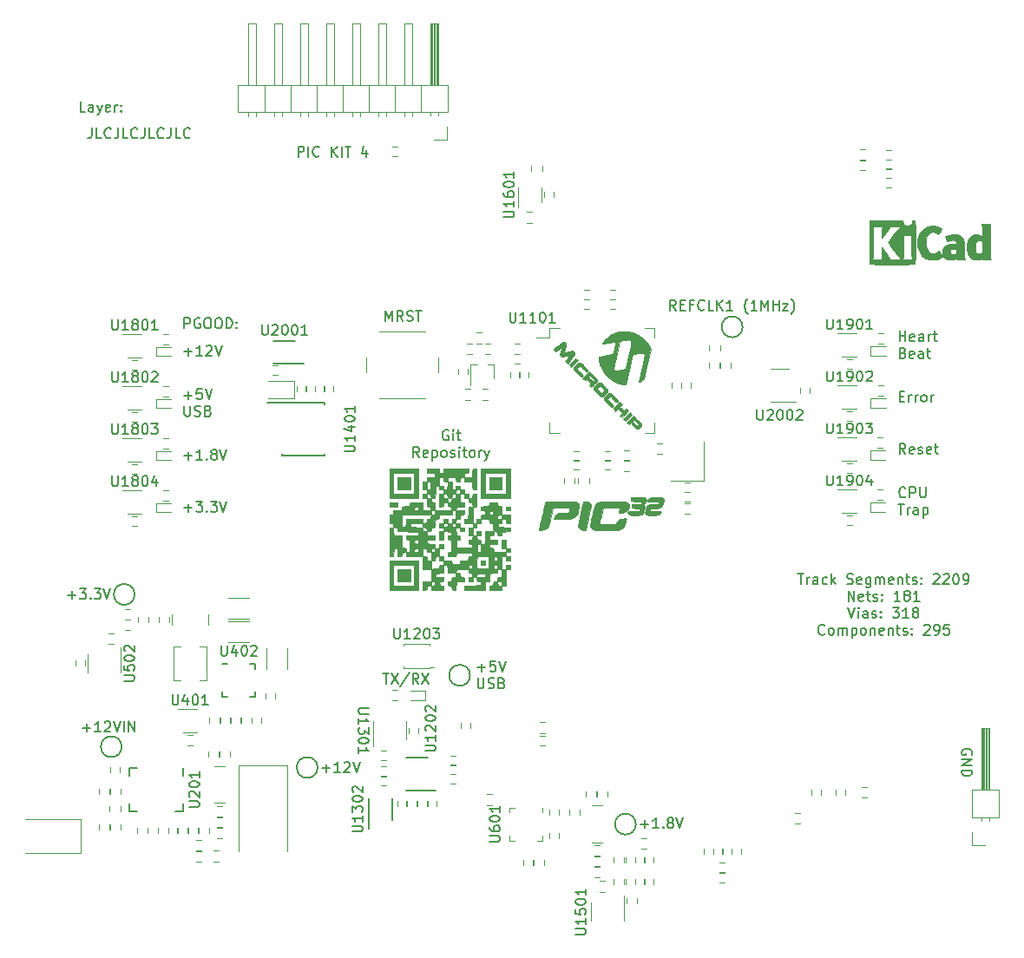
<source format=gbr>
G04 #@! TF.GenerationSoftware,KiCad,Pcbnew,(5.1.8)-1*
G04 #@! TF.CreationDate,2021-01-22T21:00:44-06:00*
G04 #@! TF.ProjectId,Pulse_Oximeter,50756c73-655f-44f7-9869-6d657465722e,rev?*
G04 #@! TF.SameCoordinates,Original*
G04 #@! TF.FileFunction,Legend,Top*
G04 #@! TF.FilePolarity,Positive*
%FSLAX46Y46*%
G04 Gerber Fmt 4.6, Leading zero omitted, Abs format (unit mm)*
G04 Created by KiCad (PCBNEW (5.1.8)-1) date 2021-01-22 21:00:44*
%MOMM*%
%LPD*%
G01*
G04 APERTURE LIST*
%ADD10C,0.150000*%
%ADD11C,0.200000*%
%ADD12C,0.010000*%
%ADD13C,0.120000*%
G04 APERTURE END LIST*
D10*
X140009595Y-91194500D02*
X139914357Y-91146880D01*
X139771500Y-91146880D01*
X139628642Y-91194500D01*
X139533404Y-91289738D01*
X139485785Y-91384976D01*
X139438166Y-91575452D01*
X139438166Y-91718309D01*
X139485785Y-91908785D01*
X139533404Y-92004023D01*
X139628642Y-92099261D01*
X139771500Y-92146880D01*
X139866738Y-92146880D01*
X140009595Y-92099261D01*
X140057214Y-92051642D01*
X140057214Y-91718309D01*
X139866738Y-91718309D01*
X140485785Y-92146880D02*
X140485785Y-91480214D01*
X140485785Y-91146880D02*
X140438166Y-91194500D01*
X140485785Y-91242119D01*
X140533404Y-91194500D01*
X140485785Y-91146880D01*
X140485785Y-91242119D01*
X140819119Y-91480214D02*
X141200071Y-91480214D01*
X140961976Y-91146880D02*
X140961976Y-92004023D01*
X141009595Y-92099261D01*
X141104833Y-92146880D01*
X141200071Y-92146880D01*
X137176261Y-93796880D02*
X136842928Y-93320690D01*
X136604833Y-93796880D02*
X136604833Y-92796880D01*
X136985785Y-92796880D01*
X137081023Y-92844500D01*
X137128642Y-92892119D01*
X137176261Y-92987357D01*
X137176261Y-93130214D01*
X137128642Y-93225452D01*
X137081023Y-93273071D01*
X136985785Y-93320690D01*
X136604833Y-93320690D01*
X137985785Y-93749261D02*
X137890547Y-93796880D01*
X137700071Y-93796880D01*
X137604833Y-93749261D01*
X137557214Y-93654023D01*
X137557214Y-93273071D01*
X137604833Y-93177833D01*
X137700071Y-93130214D01*
X137890547Y-93130214D01*
X137985785Y-93177833D01*
X138033404Y-93273071D01*
X138033404Y-93368309D01*
X137557214Y-93463547D01*
X138461976Y-93130214D02*
X138461976Y-94130214D01*
X138461976Y-93177833D02*
X138557214Y-93130214D01*
X138747690Y-93130214D01*
X138842928Y-93177833D01*
X138890547Y-93225452D01*
X138938166Y-93320690D01*
X138938166Y-93606404D01*
X138890547Y-93701642D01*
X138842928Y-93749261D01*
X138747690Y-93796880D01*
X138557214Y-93796880D01*
X138461976Y-93749261D01*
X139509595Y-93796880D02*
X139414357Y-93749261D01*
X139366738Y-93701642D01*
X139319119Y-93606404D01*
X139319119Y-93320690D01*
X139366738Y-93225452D01*
X139414357Y-93177833D01*
X139509595Y-93130214D01*
X139652452Y-93130214D01*
X139747690Y-93177833D01*
X139795309Y-93225452D01*
X139842928Y-93320690D01*
X139842928Y-93606404D01*
X139795309Y-93701642D01*
X139747690Y-93749261D01*
X139652452Y-93796880D01*
X139509595Y-93796880D01*
X140223880Y-93749261D02*
X140319119Y-93796880D01*
X140509595Y-93796880D01*
X140604833Y-93749261D01*
X140652452Y-93654023D01*
X140652452Y-93606404D01*
X140604833Y-93511166D01*
X140509595Y-93463547D01*
X140366738Y-93463547D01*
X140271500Y-93415928D01*
X140223880Y-93320690D01*
X140223880Y-93273071D01*
X140271500Y-93177833D01*
X140366738Y-93130214D01*
X140509595Y-93130214D01*
X140604833Y-93177833D01*
X141081023Y-93796880D02*
X141081023Y-93130214D01*
X141081023Y-92796880D02*
X141033404Y-92844500D01*
X141081023Y-92892119D01*
X141128642Y-92844500D01*
X141081023Y-92796880D01*
X141081023Y-92892119D01*
X141414357Y-93130214D02*
X141795309Y-93130214D01*
X141557214Y-92796880D02*
X141557214Y-93654023D01*
X141604833Y-93749261D01*
X141700071Y-93796880D01*
X141795309Y-93796880D01*
X142271500Y-93796880D02*
X142176261Y-93749261D01*
X142128642Y-93701642D01*
X142081023Y-93606404D01*
X142081023Y-93320690D01*
X142128642Y-93225452D01*
X142176261Y-93177833D01*
X142271500Y-93130214D01*
X142414357Y-93130214D01*
X142509595Y-93177833D01*
X142557214Y-93225452D01*
X142604833Y-93320690D01*
X142604833Y-93606404D01*
X142557214Y-93701642D01*
X142509595Y-93749261D01*
X142414357Y-93796880D01*
X142271500Y-93796880D01*
X143033404Y-93796880D02*
X143033404Y-93130214D01*
X143033404Y-93320690D02*
X143081023Y-93225452D01*
X143128642Y-93177833D01*
X143223880Y-93130214D01*
X143319119Y-93130214D01*
X143557214Y-93130214D02*
X143795309Y-93796880D01*
X144033404Y-93130214D02*
X143795309Y-93796880D01*
X143700071Y-94034976D01*
X143652452Y-94082595D01*
X143557214Y-94130214D01*
X191063500Y-122827095D02*
X191111119Y-122731857D01*
X191111119Y-122589000D01*
X191063500Y-122446142D01*
X190968261Y-122350904D01*
X190873023Y-122303285D01*
X190682547Y-122255666D01*
X190539690Y-122255666D01*
X190349214Y-122303285D01*
X190253976Y-122350904D01*
X190158738Y-122446142D01*
X190111119Y-122589000D01*
X190111119Y-122684238D01*
X190158738Y-122827095D01*
X190206357Y-122874714D01*
X190539690Y-122874714D01*
X190539690Y-122684238D01*
X190111119Y-123303285D02*
X191111119Y-123303285D01*
X190111119Y-123874714D01*
X191111119Y-123874714D01*
X190111119Y-124350904D02*
X191111119Y-124350904D01*
X191111119Y-124589000D01*
X191063500Y-124731857D01*
X190968261Y-124827095D01*
X190873023Y-124874714D01*
X190682547Y-124922333D01*
X190539690Y-124922333D01*
X190349214Y-124874714D01*
X190253976Y-124827095D01*
X190158738Y-124731857D01*
X190111119Y-124589000D01*
X190111119Y-124350904D01*
X125357357Y-64478380D02*
X125357357Y-63478380D01*
X125738309Y-63478380D01*
X125833547Y-63526000D01*
X125881166Y-63573619D01*
X125928785Y-63668857D01*
X125928785Y-63811714D01*
X125881166Y-63906952D01*
X125833547Y-63954571D01*
X125738309Y-64002190D01*
X125357357Y-64002190D01*
X126357357Y-64478380D02*
X126357357Y-63478380D01*
X127404976Y-64383142D02*
X127357357Y-64430761D01*
X127214500Y-64478380D01*
X127119261Y-64478380D01*
X126976404Y-64430761D01*
X126881166Y-64335523D01*
X126833547Y-64240285D01*
X126785928Y-64049809D01*
X126785928Y-63906952D01*
X126833547Y-63716476D01*
X126881166Y-63621238D01*
X126976404Y-63526000D01*
X127119261Y-63478380D01*
X127214500Y-63478380D01*
X127357357Y-63526000D01*
X127404976Y-63573619D01*
X128595452Y-64478380D02*
X128595452Y-63478380D01*
X129166880Y-64478380D02*
X128738309Y-63906952D01*
X129166880Y-63478380D02*
X128595452Y-64049809D01*
X129595452Y-64478380D02*
X129595452Y-63478380D01*
X129928785Y-63478380D02*
X130500214Y-63478380D01*
X130214500Y-64478380D02*
X130214500Y-63478380D01*
X132024023Y-63811714D02*
X132024023Y-64478380D01*
X131785928Y-63430761D02*
X131547833Y-64145047D01*
X132166880Y-64145047D01*
X174118047Y-105181380D02*
X174689476Y-105181380D01*
X174403761Y-106181380D02*
X174403761Y-105181380D01*
X175022809Y-106181380D02*
X175022809Y-105514714D01*
X175022809Y-105705190D02*
X175070428Y-105609952D01*
X175118047Y-105562333D01*
X175213285Y-105514714D01*
X175308523Y-105514714D01*
X176070428Y-106181380D02*
X176070428Y-105657571D01*
X176022809Y-105562333D01*
X175927571Y-105514714D01*
X175737095Y-105514714D01*
X175641857Y-105562333D01*
X176070428Y-106133761D02*
X175975190Y-106181380D01*
X175737095Y-106181380D01*
X175641857Y-106133761D01*
X175594238Y-106038523D01*
X175594238Y-105943285D01*
X175641857Y-105848047D01*
X175737095Y-105800428D01*
X175975190Y-105800428D01*
X176070428Y-105752809D01*
X176975190Y-106133761D02*
X176879952Y-106181380D01*
X176689476Y-106181380D01*
X176594238Y-106133761D01*
X176546619Y-106086142D01*
X176499000Y-105990904D01*
X176499000Y-105705190D01*
X176546619Y-105609952D01*
X176594238Y-105562333D01*
X176689476Y-105514714D01*
X176879952Y-105514714D01*
X176975190Y-105562333D01*
X177403761Y-106181380D02*
X177403761Y-105181380D01*
X177499000Y-105800428D02*
X177784714Y-106181380D01*
X177784714Y-105514714D02*
X177403761Y-105895666D01*
X178927571Y-106133761D02*
X179070428Y-106181380D01*
X179308523Y-106181380D01*
X179403761Y-106133761D01*
X179451380Y-106086142D01*
X179499000Y-105990904D01*
X179499000Y-105895666D01*
X179451380Y-105800428D01*
X179403761Y-105752809D01*
X179308523Y-105705190D01*
X179118047Y-105657571D01*
X179022809Y-105609952D01*
X178975190Y-105562333D01*
X178927571Y-105467095D01*
X178927571Y-105371857D01*
X178975190Y-105276619D01*
X179022809Y-105229000D01*
X179118047Y-105181380D01*
X179356142Y-105181380D01*
X179499000Y-105229000D01*
X180308523Y-106133761D02*
X180213285Y-106181380D01*
X180022809Y-106181380D01*
X179927571Y-106133761D01*
X179879952Y-106038523D01*
X179879952Y-105657571D01*
X179927571Y-105562333D01*
X180022809Y-105514714D01*
X180213285Y-105514714D01*
X180308523Y-105562333D01*
X180356142Y-105657571D01*
X180356142Y-105752809D01*
X179879952Y-105848047D01*
X181213285Y-105514714D02*
X181213285Y-106324238D01*
X181165666Y-106419476D01*
X181118047Y-106467095D01*
X181022809Y-106514714D01*
X180879952Y-106514714D01*
X180784714Y-106467095D01*
X181213285Y-106133761D02*
X181118047Y-106181380D01*
X180927571Y-106181380D01*
X180832333Y-106133761D01*
X180784714Y-106086142D01*
X180737095Y-105990904D01*
X180737095Y-105705190D01*
X180784714Y-105609952D01*
X180832333Y-105562333D01*
X180927571Y-105514714D01*
X181118047Y-105514714D01*
X181213285Y-105562333D01*
X181689476Y-106181380D02*
X181689476Y-105514714D01*
X181689476Y-105609952D02*
X181737095Y-105562333D01*
X181832333Y-105514714D01*
X181975190Y-105514714D01*
X182070428Y-105562333D01*
X182118047Y-105657571D01*
X182118047Y-106181380D01*
X182118047Y-105657571D02*
X182165666Y-105562333D01*
X182260904Y-105514714D01*
X182403761Y-105514714D01*
X182499000Y-105562333D01*
X182546619Y-105657571D01*
X182546619Y-106181380D01*
X183403761Y-106133761D02*
X183308523Y-106181380D01*
X183118047Y-106181380D01*
X183022809Y-106133761D01*
X182975190Y-106038523D01*
X182975190Y-105657571D01*
X183022809Y-105562333D01*
X183118047Y-105514714D01*
X183308523Y-105514714D01*
X183403761Y-105562333D01*
X183451380Y-105657571D01*
X183451380Y-105752809D01*
X182975190Y-105848047D01*
X183879952Y-105514714D02*
X183879952Y-106181380D01*
X183879952Y-105609952D02*
X183927571Y-105562333D01*
X184022809Y-105514714D01*
X184165666Y-105514714D01*
X184260904Y-105562333D01*
X184308523Y-105657571D01*
X184308523Y-106181380D01*
X184641857Y-105514714D02*
X185022809Y-105514714D01*
X184784714Y-105181380D02*
X184784714Y-106038523D01*
X184832333Y-106133761D01*
X184927571Y-106181380D01*
X185022809Y-106181380D01*
X185308523Y-106133761D02*
X185403761Y-106181380D01*
X185594238Y-106181380D01*
X185689476Y-106133761D01*
X185737095Y-106038523D01*
X185737095Y-105990904D01*
X185689476Y-105895666D01*
X185594238Y-105848047D01*
X185451380Y-105848047D01*
X185356142Y-105800428D01*
X185308523Y-105705190D01*
X185308523Y-105657571D01*
X185356142Y-105562333D01*
X185451380Y-105514714D01*
X185594238Y-105514714D01*
X185689476Y-105562333D01*
X186165666Y-106086142D02*
X186213285Y-106133761D01*
X186165666Y-106181380D01*
X186118047Y-106133761D01*
X186165666Y-106086142D01*
X186165666Y-106181380D01*
X186165666Y-105562333D02*
X186213285Y-105609952D01*
X186165666Y-105657571D01*
X186118047Y-105609952D01*
X186165666Y-105562333D01*
X186165666Y-105657571D01*
X187356142Y-105276619D02*
X187403761Y-105229000D01*
X187499000Y-105181380D01*
X187737095Y-105181380D01*
X187832333Y-105229000D01*
X187879952Y-105276619D01*
X187927571Y-105371857D01*
X187927571Y-105467095D01*
X187879952Y-105609952D01*
X187308523Y-106181380D01*
X187927571Y-106181380D01*
X188308523Y-105276619D02*
X188356142Y-105229000D01*
X188451380Y-105181380D01*
X188689476Y-105181380D01*
X188784714Y-105229000D01*
X188832333Y-105276619D01*
X188879952Y-105371857D01*
X188879952Y-105467095D01*
X188832333Y-105609952D01*
X188260904Y-106181380D01*
X188879952Y-106181380D01*
X189499000Y-105181380D02*
X189594238Y-105181380D01*
X189689476Y-105229000D01*
X189737095Y-105276619D01*
X189784714Y-105371857D01*
X189832333Y-105562333D01*
X189832333Y-105800428D01*
X189784714Y-105990904D01*
X189737095Y-106086142D01*
X189689476Y-106133761D01*
X189594238Y-106181380D01*
X189499000Y-106181380D01*
X189403761Y-106133761D01*
X189356142Y-106086142D01*
X189308523Y-105990904D01*
X189260904Y-105800428D01*
X189260904Y-105562333D01*
X189308523Y-105371857D01*
X189356142Y-105276619D01*
X189403761Y-105229000D01*
X189499000Y-105181380D01*
X190308523Y-106181380D02*
X190499000Y-106181380D01*
X190594238Y-106133761D01*
X190641857Y-106086142D01*
X190737095Y-105943285D01*
X190784714Y-105752809D01*
X190784714Y-105371857D01*
X190737095Y-105276619D01*
X190689476Y-105229000D01*
X190594238Y-105181380D01*
X190403761Y-105181380D01*
X190308523Y-105229000D01*
X190260904Y-105276619D01*
X190213285Y-105371857D01*
X190213285Y-105609952D01*
X190260904Y-105705190D01*
X190308523Y-105752809D01*
X190403761Y-105800428D01*
X190594238Y-105800428D01*
X190689476Y-105752809D01*
X190737095Y-105705190D01*
X190784714Y-105609952D01*
X179046619Y-107831380D02*
X179046619Y-106831380D01*
X179618047Y-107831380D01*
X179618047Y-106831380D01*
X180475190Y-107783761D02*
X180379952Y-107831380D01*
X180189476Y-107831380D01*
X180094238Y-107783761D01*
X180046619Y-107688523D01*
X180046619Y-107307571D01*
X180094238Y-107212333D01*
X180189476Y-107164714D01*
X180379952Y-107164714D01*
X180475190Y-107212333D01*
X180522809Y-107307571D01*
X180522809Y-107402809D01*
X180046619Y-107498047D01*
X180808523Y-107164714D02*
X181189476Y-107164714D01*
X180951380Y-106831380D02*
X180951380Y-107688523D01*
X180999000Y-107783761D01*
X181094238Y-107831380D01*
X181189476Y-107831380D01*
X181475190Y-107783761D02*
X181570428Y-107831380D01*
X181760904Y-107831380D01*
X181856142Y-107783761D01*
X181903761Y-107688523D01*
X181903761Y-107640904D01*
X181856142Y-107545666D01*
X181760904Y-107498047D01*
X181618047Y-107498047D01*
X181522809Y-107450428D01*
X181475190Y-107355190D01*
X181475190Y-107307571D01*
X181522809Y-107212333D01*
X181618047Y-107164714D01*
X181760904Y-107164714D01*
X181856142Y-107212333D01*
X182332333Y-107736142D02*
X182379952Y-107783761D01*
X182332333Y-107831380D01*
X182284714Y-107783761D01*
X182332333Y-107736142D01*
X182332333Y-107831380D01*
X182332333Y-107212333D02*
X182379952Y-107259952D01*
X182332333Y-107307571D01*
X182284714Y-107259952D01*
X182332333Y-107212333D01*
X182332333Y-107307571D01*
X184094238Y-107831380D02*
X183522809Y-107831380D01*
X183808523Y-107831380D02*
X183808523Y-106831380D01*
X183713285Y-106974238D01*
X183618047Y-107069476D01*
X183522809Y-107117095D01*
X184665666Y-107259952D02*
X184570428Y-107212333D01*
X184522809Y-107164714D01*
X184475190Y-107069476D01*
X184475190Y-107021857D01*
X184522809Y-106926619D01*
X184570428Y-106879000D01*
X184665666Y-106831380D01*
X184856142Y-106831380D01*
X184951380Y-106879000D01*
X184999000Y-106926619D01*
X185046619Y-107021857D01*
X185046619Y-107069476D01*
X184999000Y-107164714D01*
X184951380Y-107212333D01*
X184856142Y-107259952D01*
X184665666Y-107259952D01*
X184570428Y-107307571D01*
X184522809Y-107355190D01*
X184475190Y-107450428D01*
X184475190Y-107640904D01*
X184522809Y-107736142D01*
X184570428Y-107783761D01*
X184665666Y-107831380D01*
X184856142Y-107831380D01*
X184951380Y-107783761D01*
X184999000Y-107736142D01*
X185046619Y-107640904D01*
X185046619Y-107450428D01*
X184999000Y-107355190D01*
X184951380Y-107307571D01*
X184856142Y-107259952D01*
X185999000Y-107831380D02*
X185427571Y-107831380D01*
X185713285Y-107831380D02*
X185713285Y-106831380D01*
X185618047Y-106974238D01*
X185522809Y-107069476D01*
X185427571Y-107117095D01*
X179022809Y-108481380D02*
X179356142Y-109481380D01*
X179689476Y-108481380D01*
X180022809Y-109481380D02*
X180022809Y-108814714D01*
X180022809Y-108481380D02*
X179975190Y-108529000D01*
X180022809Y-108576619D01*
X180070428Y-108529000D01*
X180022809Y-108481380D01*
X180022809Y-108576619D01*
X180927571Y-109481380D02*
X180927571Y-108957571D01*
X180879952Y-108862333D01*
X180784714Y-108814714D01*
X180594238Y-108814714D01*
X180499000Y-108862333D01*
X180927571Y-109433761D02*
X180832333Y-109481380D01*
X180594238Y-109481380D01*
X180499000Y-109433761D01*
X180451380Y-109338523D01*
X180451380Y-109243285D01*
X180499000Y-109148047D01*
X180594238Y-109100428D01*
X180832333Y-109100428D01*
X180927571Y-109052809D01*
X181356142Y-109433761D02*
X181451380Y-109481380D01*
X181641857Y-109481380D01*
X181737095Y-109433761D01*
X181784714Y-109338523D01*
X181784714Y-109290904D01*
X181737095Y-109195666D01*
X181641857Y-109148047D01*
X181499000Y-109148047D01*
X181403761Y-109100428D01*
X181356142Y-109005190D01*
X181356142Y-108957571D01*
X181403761Y-108862333D01*
X181499000Y-108814714D01*
X181641857Y-108814714D01*
X181737095Y-108862333D01*
X182213285Y-109386142D02*
X182260904Y-109433761D01*
X182213285Y-109481380D01*
X182165666Y-109433761D01*
X182213285Y-109386142D01*
X182213285Y-109481380D01*
X182213285Y-108862333D02*
X182260904Y-108909952D01*
X182213285Y-108957571D01*
X182165666Y-108909952D01*
X182213285Y-108862333D01*
X182213285Y-108957571D01*
X183356142Y-108481380D02*
X183975190Y-108481380D01*
X183641857Y-108862333D01*
X183784714Y-108862333D01*
X183879952Y-108909952D01*
X183927571Y-108957571D01*
X183975190Y-109052809D01*
X183975190Y-109290904D01*
X183927571Y-109386142D01*
X183879952Y-109433761D01*
X183784714Y-109481380D01*
X183499000Y-109481380D01*
X183403761Y-109433761D01*
X183356142Y-109386142D01*
X184927571Y-109481380D02*
X184356142Y-109481380D01*
X184641857Y-109481380D02*
X184641857Y-108481380D01*
X184546619Y-108624238D01*
X184451380Y-108719476D01*
X184356142Y-108767095D01*
X185499000Y-108909952D02*
X185403761Y-108862333D01*
X185356142Y-108814714D01*
X185308523Y-108719476D01*
X185308523Y-108671857D01*
X185356142Y-108576619D01*
X185403761Y-108529000D01*
X185499000Y-108481380D01*
X185689476Y-108481380D01*
X185784714Y-108529000D01*
X185832333Y-108576619D01*
X185879952Y-108671857D01*
X185879952Y-108719476D01*
X185832333Y-108814714D01*
X185784714Y-108862333D01*
X185689476Y-108909952D01*
X185499000Y-108909952D01*
X185403761Y-108957571D01*
X185356142Y-109005190D01*
X185308523Y-109100428D01*
X185308523Y-109290904D01*
X185356142Y-109386142D01*
X185403761Y-109433761D01*
X185499000Y-109481380D01*
X185689476Y-109481380D01*
X185784714Y-109433761D01*
X185832333Y-109386142D01*
X185879952Y-109290904D01*
X185879952Y-109100428D01*
X185832333Y-109005190D01*
X185784714Y-108957571D01*
X185689476Y-108909952D01*
X176713285Y-111036142D02*
X176665666Y-111083761D01*
X176522809Y-111131380D01*
X176427571Y-111131380D01*
X176284714Y-111083761D01*
X176189476Y-110988523D01*
X176141857Y-110893285D01*
X176094238Y-110702809D01*
X176094238Y-110559952D01*
X176141857Y-110369476D01*
X176189476Y-110274238D01*
X176284714Y-110179000D01*
X176427571Y-110131380D01*
X176522809Y-110131380D01*
X176665666Y-110179000D01*
X176713285Y-110226619D01*
X177284714Y-111131380D02*
X177189476Y-111083761D01*
X177141857Y-111036142D01*
X177094238Y-110940904D01*
X177094238Y-110655190D01*
X177141857Y-110559952D01*
X177189476Y-110512333D01*
X177284714Y-110464714D01*
X177427571Y-110464714D01*
X177522809Y-110512333D01*
X177570428Y-110559952D01*
X177618047Y-110655190D01*
X177618047Y-110940904D01*
X177570428Y-111036142D01*
X177522809Y-111083761D01*
X177427571Y-111131380D01*
X177284714Y-111131380D01*
X178046619Y-111131380D02*
X178046619Y-110464714D01*
X178046619Y-110559952D02*
X178094238Y-110512333D01*
X178189476Y-110464714D01*
X178332333Y-110464714D01*
X178427571Y-110512333D01*
X178475190Y-110607571D01*
X178475190Y-111131380D01*
X178475190Y-110607571D02*
X178522809Y-110512333D01*
X178618047Y-110464714D01*
X178760904Y-110464714D01*
X178856142Y-110512333D01*
X178903761Y-110607571D01*
X178903761Y-111131380D01*
X179379952Y-110464714D02*
X179379952Y-111464714D01*
X179379952Y-110512333D02*
X179475190Y-110464714D01*
X179665666Y-110464714D01*
X179760904Y-110512333D01*
X179808523Y-110559952D01*
X179856142Y-110655190D01*
X179856142Y-110940904D01*
X179808523Y-111036142D01*
X179760904Y-111083761D01*
X179665666Y-111131380D01*
X179475190Y-111131380D01*
X179379952Y-111083761D01*
X180427571Y-111131380D02*
X180332333Y-111083761D01*
X180284714Y-111036142D01*
X180237095Y-110940904D01*
X180237095Y-110655190D01*
X180284714Y-110559952D01*
X180332333Y-110512333D01*
X180427571Y-110464714D01*
X180570428Y-110464714D01*
X180665666Y-110512333D01*
X180713285Y-110559952D01*
X180760904Y-110655190D01*
X180760904Y-110940904D01*
X180713285Y-111036142D01*
X180665666Y-111083761D01*
X180570428Y-111131380D01*
X180427571Y-111131380D01*
X181189476Y-110464714D02*
X181189476Y-111131380D01*
X181189476Y-110559952D02*
X181237095Y-110512333D01*
X181332333Y-110464714D01*
X181475190Y-110464714D01*
X181570428Y-110512333D01*
X181618047Y-110607571D01*
X181618047Y-111131380D01*
X182475190Y-111083761D02*
X182379952Y-111131380D01*
X182189476Y-111131380D01*
X182094238Y-111083761D01*
X182046619Y-110988523D01*
X182046619Y-110607571D01*
X182094238Y-110512333D01*
X182189476Y-110464714D01*
X182379952Y-110464714D01*
X182475190Y-110512333D01*
X182522809Y-110607571D01*
X182522809Y-110702809D01*
X182046619Y-110798047D01*
X182951380Y-110464714D02*
X182951380Y-111131380D01*
X182951380Y-110559952D02*
X182999000Y-110512333D01*
X183094238Y-110464714D01*
X183237095Y-110464714D01*
X183332333Y-110512333D01*
X183379952Y-110607571D01*
X183379952Y-111131380D01*
X183713285Y-110464714D02*
X184094238Y-110464714D01*
X183856142Y-110131380D02*
X183856142Y-110988523D01*
X183903761Y-111083761D01*
X183999000Y-111131380D01*
X184094238Y-111131380D01*
X184379952Y-111083761D02*
X184475190Y-111131380D01*
X184665666Y-111131380D01*
X184760904Y-111083761D01*
X184808523Y-110988523D01*
X184808523Y-110940904D01*
X184760904Y-110845666D01*
X184665666Y-110798047D01*
X184522809Y-110798047D01*
X184427571Y-110750428D01*
X184379952Y-110655190D01*
X184379952Y-110607571D01*
X184427571Y-110512333D01*
X184522809Y-110464714D01*
X184665666Y-110464714D01*
X184760904Y-110512333D01*
X185237095Y-111036142D02*
X185284714Y-111083761D01*
X185237095Y-111131380D01*
X185189476Y-111083761D01*
X185237095Y-111036142D01*
X185237095Y-111131380D01*
X185237095Y-110512333D02*
X185284714Y-110559952D01*
X185237095Y-110607571D01*
X185189476Y-110559952D01*
X185237095Y-110512333D01*
X185237095Y-110607571D01*
X186427571Y-110226619D02*
X186475190Y-110179000D01*
X186570428Y-110131380D01*
X186808523Y-110131380D01*
X186903761Y-110179000D01*
X186951380Y-110226619D01*
X186999000Y-110321857D01*
X186999000Y-110417095D01*
X186951380Y-110559952D01*
X186379952Y-111131380D01*
X186999000Y-111131380D01*
X187475190Y-111131380D02*
X187665666Y-111131380D01*
X187760904Y-111083761D01*
X187808523Y-111036142D01*
X187903761Y-110893285D01*
X187951380Y-110702809D01*
X187951380Y-110321857D01*
X187903761Y-110226619D01*
X187856142Y-110179000D01*
X187760904Y-110131380D01*
X187570428Y-110131380D01*
X187475190Y-110179000D01*
X187427571Y-110226619D01*
X187379952Y-110321857D01*
X187379952Y-110559952D01*
X187427571Y-110655190D01*
X187475190Y-110702809D01*
X187570428Y-110750428D01*
X187760904Y-110750428D01*
X187856142Y-110702809D01*
X187903761Y-110655190D01*
X187951380Y-110559952D01*
X188856142Y-110131380D02*
X188379952Y-110131380D01*
X188332333Y-110607571D01*
X188379952Y-110559952D01*
X188475190Y-110512333D01*
X188713285Y-110512333D01*
X188808523Y-110559952D01*
X188856142Y-110607571D01*
X188903761Y-110702809D01*
X188903761Y-110940904D01*
X188856142Y-111036142D01*
X188808523Y-111083761D01*
X188713285Y-111131380D01*
X188475190Y-111131380D01*
X188379952Y-111083761D01*
X188332333Y-111036142D01*
X105235952Y-61682380D02*
X105235952Y-62396666D01*
X105188333Y-62539523D01*
X105093095Y-62634761D01*
X104950238Y-62682380D01*
X104855000Y-62682380D01*
X106188333Y-62682380D02*
X105712142Y-62682380D01*
X105712142Y-61682380D01*
X107093095Y-62587142D02*
X107045476Y-62634761D01*
X106902619Y-62682380D01*
X106807380Y-62682380D01*
X106664523Y-62634761D01*
X106569285Y-62539523D01*
X106521666Y-62444285D01*
X106474047Y-62253809D01*
X106474047Y-62110952D01*
X106521666Y-61920476D01*
X106569285Y-61825238D01*
X106664523Y-61730000D01*
X106807380Y-61682380D01*
X106902619Y-61682380D01*
X107045476Y-61730000D01*
X107093095Y-61777619D01*
X107807380Y-61682380D02*
X107807380Y-62396666D01*
X107759761Y-62539523D01*
X107664523Y-62634761D01*
X107521666Y-62682380D01*
X107426428Y-62682380D01*
X108759761Y-62682380D02*
X108283571Y-62682380D01*
X108283571Y-61682380D01*
X109664523Y-62587142D02*
X109616904Y-62634761D01*
X109474047Y-62682380D01*
X109378809Y-62682380D01*
X109235952Y-62634761D01*
X109140714Y-62539523D01*
X109093095Y-62444285D01*
X109045476Y-62253809D01*
X109045476Y-62110952D01*
X109093095Y-61920476D01*
X109140714Y-61825238D01*
X109235952Y-61730000D01*
X109378809Y-61682380D01*
X109474047Y-61682380D01*
X109616904Y-61730000D01*
X109664523Y-61777619D01*
X110378809Y-61682380D02*
X110378809Y-62396666D01*
X110331190Y-62539523D01*
X110235952Y-62634761D01*
X110093095Y-62682380D01*
X109997857Y-62682380D01*
X111331190Y-62682380D02*
X110855000Y-62682380D01*
X110855000Y-61682380D01*
X112235952Y-62587142D02*
X112188333Y-62634761D01*
X112045476Y-62682380D01*
X111950238Y-62682380D01*
X111807380Y-62634761D01*
X111712142Y-62539523D01*
X111664523Y-62444285D01*
X111616904Y-62253809D01*
X111616904Y-62110952D01*
X111664523Y-61920476D01*
X111712142Y-61825238D01*
X111807380Y-61730000D01*
X111950238Y-61682380D01*
X112045476Y-61682380D01*
X112188333Y-61730000D01*
X112235952Y-61777619D01*
X112950238Y-61682380D02*
X112950238Y-62396666D01*
X112902619Y-62539523D01*
X112807380Y-62634761D01*
X112664523Y-62682380D01*
X112569285Y-62682380D01*
X113902619Y-62682380D02*
X113426428Y-62682380D01*
X113426428Y-61682380D01*
X114807380Y-62587142D02*
X114759761Y-62634761D01*
X114616904Y-62682380D01*
X114521666Y-62682380D01*
X114378809Y-62634761D01*
X114283571Y-62539523D01*
X114235952Y-62444285D01*
X114188333Y-62253809D01*
X114188333Y-62110952D01*
X114235952Y-61920476D01*
X114283571Y-61825238D01*
X114378809Y-61730000D01*
X114521666Y-61682380D01*
X114616904Y-61682380D01*
X114759761Y-61730000D01*
X114807380Y-61777619D01*
D11*
X104608500Y-60078880D02*
X104132309Y-60078880D01*
X104132309Y-59078880D01*
X105370404Y-60078880D02*
X105370404Y-59555071D01*
X105322785Y-59459833D01*
X105227547Y-59412214D01*
X105037071Y-59412214D01*
X104941833Y-59459833D01*
X105370404Y-60031261D02*
X105275166Y-60078880D01*
X105037071Y-60078880D01*
X104941833Y-60031261D01*
X104894214Y-59936023D01*
X104894214Y-59840785D01*
X104941833Y-59745547D01*
X105037071Y-59697928D01*
X105275166Y-59697928D01*
X105370404Y-59650309D01*
X105751357Y-59412214D02*
X105989452Y-60078880D01*
X106227547Y-59412214D02*
X105989452Y-60078880D01*
X105894214Y-60316976D01*
X105846595Y-60364595D01*
X105751357Y-60412214D01*
X106989452Y-60031261D02*
X106894214Y-60078880D01*
X106703738Y-60078880D01*
X106608500Y-60031261D01*
X106560880Y-59936023D01*
X106560880Y-59555071D01*
X106608500Y-59459833D01*
X106703738Y-59412214D01*
X106894214Y-59412214D01*
X106989452Y-59459833D01*
X107037071Y-59555071D01*
X107037071Y-59650309D01*
X106560880Y-59745547D01*
X107465642Y-60078880D02*
X107465642Y-59412214D01*
X107465642Y-59602690D02*
X107513261Y-59507452D01*
X107560880Y-59459833D01*
X107656119Y-59412214D01*
X107751357Y-59412214D01*
X108084690Y-59983642D02*
X108132309Y-60031261D01*
X108084690Y-60078880D01*
X108037071Y-60031261D01*
X108084690Y-59983642D01*
X108084690Y-60078880D01*
X108084690Y-59459833D02*
X108132309Y-59507452D01*
X108084690Y-59555071D01*
X108037071Y-59507452D01*
X108084690Y-59459833D01*
X108084690Y-59555071D01*
D10*
X162227309Y-79464380D02*
X161893976Y-78988190D01*
X161655880Y-79464380D02*
X161655880Y-78464380D01*
X162036833Y-78464380D01*
X162132071Y-78512000D01*
X162179690Y-78559619D01*
X162227309Y-78654857D01*
X162227309Y-78797714D01*
X162179690Y-78892952D01*
X162132071Y-78940571D01*
X162036833Y-78988190D01*
X161655880Y-78988190D01*
X162655880Y-78940571D02*
X162989214Y-78940571D01*
X163132071Y-79464380D02*
X162655880Y-79464380D01*
X162655880Y-78464380D01*
X163132071Y-78464380D01*
X163893976Y-78940571D02*
X163560642Y-78940571D01*
X163560642Y-79464380D02*
X163560642Y-78464380D01*
X164036833Y-78464380D01*
X164989214Y-79369142D02*
X164941595Y-79416761D01*
X164798738Y-79464380D01*
X164703500Y-79464380D01*
X164560642Y-79416761D01*
X164465404Y-79321523D01*
X164417785Y-79226285D01*
X164370166Y-79035809D01*
X164370166Y-78892952D01*
X164417785Y-78702476D01*
X164465404Y-78607238D01*
X164560642Y-78512000D01*
X164703500Y-78464380D01*
X164798738Y-78464380D01*
X164941595Y-78512000D01*
X164989214Y-78559619D01*
X165893976Y-79464380D02*
X165417785Y-79464380D01*
X165417785Y-78464380D01*
X166227309Y-79464380D02*
X166227309Y-78464380D01*
X166798738Y-79464380D02*
X166370166Y-78892952D01*
X166798738Y-78464380D02*
X166227309Y-79035809D01*
X167751119Y-79464380D02*
X167179690Y-79464380D01*
X167465404Y-79464380D02*
X167465404Y-78464380D01*
X167370166Y-78607238D01*
X167274928Y-78702476D01*
X167179690Y-78750095D01*
X169227309Y-79845333D02*
X169179690Y-79797714D01*
X169084452Y-79654857D01*
X169036833Y-79559619D01*
X168989214Y-79416761D01*
X168941595Y-79178666D01*
X168941595Y-78988190D01*
X168989214Y-78750095D01*
X169036833Y-78607238D01*
X169084452Y-78512000D01*
X169179690Y-78369142D01*
X169227309Y-78321523D01*
X170132071Y-79464380D02*
X169560642Y-79464380D01*
X169846357Y-79464380D02*
X169846357Y-78464380D01*
X169751119Y-78607238D01*
X169655880Y-78702476D01*
X169560642Y-78750095D01*
X170560642Y-79464380D02*
X170560642Y-78464380D01*
X170893976Y-79178666D01*
X171227309Y-78464380D01*
X171227309Y-79464380D01*
X171703500Y-79464380D02*
X171703500Y-78464380D01*
X171703500Y-78940571D02*
X172274928Y-78940571D01*
X172274928Y-79464380D02*
X172274928Y-78464380D01*
X172655880Y-78797714D02*
X173179690Y-78797714D01*
X172655880Y-79464380D01*
X173179690Y-79464380D01*
X173465404Y-79845333D02*
X173513023Y-79797714D01*
X173608261Y-79654857D01*
X173655880Y-79559619D01*
X173703500Y-79416761D01*
X173751119Y-79178666D01*
X173751119Y-78988190D01*
X173703500Y-78750095D01*
X173655880Y-78607238D01*
X173608261Y-78512000D01*
X173513023Y-78369142D01*
X173465404Y-78321523D01*
X102902000Y-107259428D02*
X103663904Y-107259428D01*
X103282952Y-107640380D02*
X103282952Y-106878476D01*
X104044857Y-106640380D02*
X104663904Y-106640380D01*
X104330571Y-107021333D01*
X104473428Y-107021333D01*
X104568666Y-107068952D01*
X104616285Y-107116571D01*
X104663904Y-107211809D01*
X104663904Y-107449904D01*
X104616285Y-107545142D01*
X104568666Y-107592761D01*
X104473428Y-107640380D01*
X104187714Y-107640380D01*
X104092476Y-107592761D01*
X104044857Y-107545142D01*
X105092476Y-107545142D02*
X105140095Y-107592761D01*
X105092476Y-107640380D01*
X105044857Y-107592761D01*
X105092476Y-107545142D01*
X105092476Y-107640380D01*
X105473428Y-106640380D02*
X106092476Y-106640380D01*
X105759142Y-107021333D01*
X105902000Y-107021333D01*
X105997238Y-107068952D01*
X106044857Y-107116571D01*
X106092476Y-107211809D01*
X106092476Y-107449904D01*
X106044857Y-107545142D01*
X105997238Y-107592761D01*
X105902000Y-107640380D01*
X105616285Y-107640380D01*
X105521047Y-107592761D01*
X105473428Y-107545142D01*
X106378190Y-106640380D02*
X106711523Y-107640380D01*
X107044857Y-106640380D01*
X133882023Y-80523380D02*
X133882023Y-79523380D01*
X134215357Y-80237666D01*
X134548690Y-79523380D01*
X134548690Y-80523380D01*
X135596309Y-80523380D02*
X135262976Y-80047190D01*
X135024880Y-80523380D02*
X135024880Y-79523380D01*
X135405833Y-79523380D01*
X135501071Y-79571000D01*
X135548690Y-79618619D01*
X135596309Y-79713857D01*
X135596309Y-79856714D01*
X135548690Y-79951952D01*
X135501071Y-79999571D01*
X135405833Y-80047190D01*
X135024880Y-80047190D01*
X135977261Y-80475761D02*
X136120119Y-80523380D01*
X136358214Y-80523380D01*
X136453452Y-80475761D01*
X136501071Y-80428142D01*
X136548690Y-80332904D01*
X136548690Y-80237666D01*
X136501071Y-80142428D01*
X136453452Y-80094809D01*
X136358214Y-80047190D01*
X136167738Y-79999571D01*
X136072500Y-79951952D01*
X136024880Y-79904333D01*
X135977261Y-79809095D01*
X135977261Y-79713857D01*
X136024880Y-79618619D01*
X136072500Y-79571000D01*
X136167738Y-79523380D01*
X136405833Y-79523380D01*
X136548690Y-79571000D01*
X136834404Y-79523380D02*
X137405833Y-79523380D01*
X137120119Y-80523380D02*
X137120119Y-79523380D01*
X184612523Y-97637142D02*
X184564904Y-97684761D01*
X184422047Y-97732380D01*
X184326809Y-97732380D01*
X184183952Y-97684761D01*
X184088714Y-97589523D01*
X184041095Y-97494285D01*
X183993476Y-97303809D01*
X183993476Y-97160952D01*
X184041095Y-96970476D01*
X184088714Y-96875238D01*
X184183952Y-96780000D01*
X184326809Y-96732380D01*
X184422047Y-96732380D01*
X184564904Y-96780000D01*
X184612523Y-96827619D01*
X185041095Y-97732380D02*
X185041095Y-96732380D01*
X185422047Y-96732380D01*
X185517285Y-96780000D01*
X185564904Y-96827619D01*
X185612523Y-96922857D01*
X185612523Y-97065714D01*
X185564904Y-97160952D01*
X185517285Y-97208571D01*
X185422047Y-97256190D01*
X185041095Y-97256190D01*
X186041095Y-96732380D02*
X186041095Y-97541904D01*
X186088714Y-97637142D01*
X186136333Y-97684761D01*
X186231571Y-97732380D01*
X186422047Y-97732380D01*
X186517285Y-97684761D01*
X186564904Y-97637142D01*
X186612523Y-97541904D01*
X186612523Y-96732380D01*
X183898238Y-98382380D02*
X184469666Y-98382380D01*
X184183952Y-99382380D02*
X184183952Y-98382380D01*
X184803000Y-99382380D02*
X184803000Y-98715714D01*
X184803000Y-98906190D02*
X184850619Y-98810952D01*
X184898238Y-98763333D01*
X184993476Y-98715714D01*
X185088714Y-98715714D01*
X185850619Y-99382380D02*
X185850619Y-98858571D01*
X185803000Y-98763333D01*
X185707761Y-98715714D01*
X185517285Y-98715714D01*
X185422047Y-98763333D01*
X185850619Y-99334761D02*
X185755380Y-99382380D01*
X185517285Y-99382380D01*
X185422047Y-99334761D01*
X185374428Y-99239523D01*
X185374428Y-99144285D01*
X185422047Y-99049047D01*
X185517285Y-99001428D01*
X185755380Y-99001428D01*
X185850619Y-98953809D01*
X186326809Y-98715714D02*
X186326809Y-99715714D01*
X186326809Y-98763333D02*
X186422047Y-98715714D01*
X186612523Y-98715714D01*
X186707761Y-98763333D01*
X186755380Y-98810952D01*
X186803000Y-98906190D01*
X186803000Y-99191904D01*
X186755380Y-99287142D01*
X186707761Y-99334761D01*
X186612523Y-99382380D01*
X186422047Y-99382380D01*
X186326809Y-99334761D01*
X184612523Y-93477380D02*
X184279190Y-93001190D01*
X184041095Y-93477380D02*
X184041095Y-92477380D01*
X184422047Y-92477380D01*
X184517285Y-92525000D01*
X184564904Y-92572619D01*
X184612523Y-92667857D01*
X184612523Y-92810714D01*
X184564904Y-92905952D01*
X184517285Y-92953571D01*
X184422047Y-93001190D01*
X184041095Y-93001190D01*
X185422047Y-93429761D02*
X185326809Y-93477380D01*
X185136333Y-93477380D01*
X185041095Y-93429761D01*
X184993476Y-93334523D01*
X184993476Y-92953571D01*
X185041095Y-92858333D01*
X185136333Y-92810714D01*
X185326809Y-92810714D01*
X185422047Y-92858333D01*
X185469666Y-92953571D01*
X185469666Y-93048809D01*
X184993476Y-93144047D01*
X185850619Y-93429761D02*
X185945857Y-93477380D01*
X186136333Y-93477380D01*
X186231571Y-93429761D01*
X186279190Y-93334523D01*
X186279190Y-93286904D01*
X186231571Y-93191666D01*
X186136333Y-93144047D01*
X185993476Y-93144047D01*
X185898238Y-93096428D01*
X185850619Y-93001190D01*
X185850619Y-92953571D01*
X185898238Y-92858333D01*
X185993476Y-92810714D01*
X186136333Y-92810714D01*
X186231571Y-92858333D01*
X187088714Y-93429761D02*
X186993476Y-93477380D01*
X186803000Y-93477380D01*
X186707761Y-93429761D01*
X186660142Y-93334523D01*
X186660142Y-92953571D01*
X186707761Y-92858333D01*
X186803000Y-92810714D01*
X186993476Y-92810714D01*
X187088714Y-92858333D01*
X187136333Y-92953571D01*
X187136333Y-93048809D01*
X186660142Y-93144047D01*
X187422047Y-92810714D02*
X187803000Y-92810714D01*
X187564904Y-92477380D02*
X187564904Y-93334523D01*
X187612523Y-93429761D01*
X187707761Y-93477380D01*
X187803000Y-93477380D01*
X184041095Y-87873571D02*
X184374428Y-87873571D01*
X184517285Y-88397380D02*
X184041095Y-88397380D01*
X184041095Y-87397380D01*
X184517285Y-87397380D01*
X184945857Y-88397380D02*
X184945857Y-87730714D01*
X184945857Y-87921190D02*
X184993476Y-87825952D01*
X185041095Y-87778333D01*
X185136333Y-87730714D01*
X185231571Y-87730714D01*
X185564904Y-88397380D02*
X185564904Y-87730714D01*
X185564904Y-87921190D02*
X185612523Y-87825952D01*
X185660142Y-87778333D01*
X185755380Y-87730714D01*
X185850619Y-87730714D01*
X186326809Y-88397380D02*
X186231571Y-88349761D01*
X186183952Y-88302142D01*
X186136333Y-88206904D01*
X186136333Y-87921190D01*
X186183952Y-87825952D01*
X186231571Y-87778333D01*
X186326809Y-87730714D01*
X186469666Y-87730714D01*
X186564904Y-87778333D01*
X186612523Y-87825952D01*
X186660142Y-87921190D01*
X186660142Y-88206904D01*
X186612523Y-88302142D01*
X186564904Y-88349761D01*
X186469666Y-88397380D01*
X186326809Y-88397380D01*
X187088714Y-88397380D02*
X187088714Y-87730714D01*
X187088714Y-87921190D02*
X187136333Y-87825952D01*
X187183952Y-87778333D01*
X187279190Y-87730714D01*
X187374428Y-87730714D01*
X184041095Y-82492380D02*
X184041095Y-81492380D01*
X184041095Y-81968571D02*
X184612523Y-81968571D01*
X184612523Y-82492380D02*
X184612523Y-81492380D01*
X185469666Y-82444761D02*
X185374428Y-82492380D01*
X185183952Y-82492380D01*
X185088714Y-82444761D01*
X185041095Y-82349523D01*
X185041095Y-81968571D01*
X185088714Y-81873333D01*
X185183952Y-81825714D01*
X185374428Y-81825714D01*
X185469666Y-81873333D01*
X185517285Y-81968571D01*
X185517285Y-82063809D01*
X185041095Y-82159047D01*
X186374428Y-82492380D02*
X186374428Y-81968571D01*
X186326809Y-81873333D01*
X186231571Y-81825714D01*
X186041095Y-81825714D01*
X185945857Y-81873333D01*
X186374428Y-82444761D02*
X186279190Y-82492380D01*
X186041095Y-82492380D01*
X185945857Y-82444761D01*
X185898238Y-82349523D01*
X185898238Y-82254285D01*
X185945857Y-82159047D01*
X186041095Y-82111428D01*
X186279190Y-82111428D01*
X186374428Y-82063809D01*
X186850619Y-82492380D02*
X186850619Y-81825714D01*
X186850619Y-82016190D02*
X186898238Y-81920952D01*
X186945857Y-81873333D01*
X187041095Y-81825714D01*
X187136333Y-81825714D01*
X187326809Y-81825714D02*
X187707761Y-81825714D01*
X187469666Y-81492380D02*
X187469666Y-82349523D01*
X187517285Y-82444761D01*
X187612523Y-82492380D01*
X187707761Y-82492380D01*
X184374428Y-83618571D02*
X184517285Y-83666190D01*
X184564904Y-83713809D01*
X184612523Y-83809047D01*
X184612523Y-83951904D01*
X184564904Y-84047142D01*
X184517285Y-84094761D01*
X184422047Y-84142380D01*
X184041095Y-84142380D01*
X184041095Y-83142380D01*
X184374428Y-83142380D01*
X184469666Y-83190000D01*
X184517285Y-83237619D01*
X184564904Y-83332857D01*
X184564904Y-83428095D01*
X184517285Y-83523333D01*
X184469666Y-83570952D01*
X184374428Y-83618571D01*
X184041095Y-83618571D01*
X185422047Y-84094761D02*
X185326809Y-84142380D01*
X185136333Y-84142380D01*
X185041095Y-84094761D01*
X184993476Y-83999523D01*
X184993476Y-83618571D01*
X185041095Y-83523333D01*
X185136333Y-83475714D01*
X185326809Y-83475714D01*
X185422047Y-83523333D01*
X185469666Y-83618571D01*
X185469666Y-83713809D01*
X184993476Y-83809047D01*
X186326809Y-84142380D02*
X186326809Y-83618571D01*
X186279190Y-83523333D01*
X186183952Y-83475714D01*
X185993476Y-83475714D01*
X185898238Y-83523333D01*
X186326809Y-84094761D02*
X186231571Y-84142380D01*
X185993476Y-84142380D01*
X185898238Y-84094761D01*
X185850619Y-83999523D01*
X185850619Y-83904285D01*
X185898238Y-83809047D01*
X185993476Y-83761428D01*
X186231571Y-83761428D01*
X186326809Y-83713809D01*
X186660142Y-83475714D02*
X187041095Y-83475714D01*
X186803000Y-83142380D02*
X186803000Y-83999523D01*
X186850619Y-84094761D01*
X186945857Y-84142380D01*
X187041095Y-84142380D01*
X114254595Y-81221880D02*
X114254595Y-80221880D01*
X114635547Y-80221880D01*
X114730785Y-80269500D01*
X114778404Y-80317119D01*
X114826023Y-80412357D01*
X114826023Y-80555214D01*
X114778404Y-80650452D01*
X114730785Y-80698071D01*
X114635547Y-80745690D01*
X114254595Y-80745690D01*
X115778404Y-80269500D02*
X115683166Y-80221880D01*
X115540309Y-80221880D01*
X115397452Y-80269500D01*
X115302214Y-80364738D01*
X115254595Y-80459976D01*
X115206976Y-80650452D01*
X115206976Y-80793309D01*
X115254595Y-80983785D01*
X115302214Y-81079023D01*
X115397452Y-81174261D01*
X115540309Y-81221880D01*
X115635547Y-81221880D01*
X115778404Y-81174261D01*
X115826023Y-81126642D01*
X115826023Y-80793309D01*
X115635547Y-80793309D01*
X116445071Y-80221880D02*
X116635547Y-80221880D01*
X116730785Y-80269500D01*
X116826023Y-80364738D01*
X116873642Y-80555214D01*
X116873642Y-80888547D01*
X116826023Y-81079023D01*
X116730785Y-81174261D01*
X116635547Y-81221880D01*
X116445071Y-81221880D01*
X116349833Y-81174261D01*
X116254595Y-81079023D01*
X116206976Y-80888547D01*
X116206976Y-80555214D01*
X116254595Y-80364738D01*
X116349833Y-80269500D01*
X116445071Y-80221880D01*
X117492690Y-80221880D02*
X117683166Y-80221880D01*
X117778404Y-80269500D01*
X117873642Y-80364738D01*
X117921261Y-80555214D01*
X117921261Y-80888547D01*
X117873642Y-81079023D01*
X117778404Y-81174261D01*
X117683166Y-81221880D01*
X117492690Y-81221880D01*
X117397452Y-81174261D01*
X117302214Y-81079023D01*
X117254595Y-80888547D01*
X117254595Y-80555214D01*
X117302214Y-80364738D01*
X117397452Y-80269500D01*
X117492690Y-80221880D01*
X118349833Y-81221880D02*
X118349833Y-80221880D01*
X118587928Y-80221880D01*
X118730785Y-80269500D01*
X118826023Y-80364738D01*
X118873642Y-80459976D01*
X118921261Y-80650452D01*
X118921261Y-80793309D01*
X118873642Y-80983785D01*
X118826023Y-81079023D01*
X118730785Y-81174261D01*
X118587928Y-81221880D01*
X118349833Y-81221880D01*
X119349833Y-81126642D02*
X119397452Y-81174261D01*
X119349833Y-81221880D01*
X119302214Y-81174261D01*
X119349833Y-81126642D01*
X119349833Y-81221880D01*
X119349833Y-80602833D02*
X119397452Y-80650452D01*
X119349833Y-80698071D01*
X119302214Y-80650452D01*
X119349833Y-80602833D01*
X119349833Y-80698071D01*
X114254595Y-87762928D02*
X115016500Y-87762928D01*
X114635547Y-88143880D02*
X114635547Y-87381976D01*
X115968880Y-87143880D02*
X115492690Y-87143880D01*
X115445071Y-87620071D01*
X115492690Y-87572452D01*
X115587928Y-87524833D01*
X115826023Y-87524833D01*
X115921261Y-87572452D01*
X115968880Y-87620071D01*
X116016500Y-87715309D01*
X116016500Y-87953404D01*
X115968880Y-88048642D01*
X115921261Y-88096261D01*
X115826023Y-88143880D01*
X115587928Y-88143880D01*
X115492690Y-88096261D01*
X115445071Y-88048642D01*
X116302214Y-87143880D02*
X116635547Y-88143880D01*
X116968880Y-87143880D01*
X114254595Y-88793880D02*
X114254595Y-89603404D01*
X114302214Y-89698642D01*
X114349833Y-89746261D01*
X114445071Y-89793880D01*
X114635547Y-89793880D01*
X114730785Y-89746261D01*
X114778404Y-89698642D01*
X114826023Y-89603404D01*
X114826023Y-88793880D01*
X115254595Y-89746261D02*
X115397452Y-89793880D01*
X115635547Y-89793880D01*
X115730785Y-89746261D01*
X115778404Y-89698642D01*
X115826023Y-89603404D01*
X115826023Y-89508166D01*
X115778404Y-89412928D01*
X115730785Y-89365309D01*
X115635547Y-89317690D01*
X115445071Y-89270071D01*
X115349833Y-89222452D01*
X115302214Y-89174833D01*
X115254595Y-89079595D01*
X115254595Y-88984357D01*
X115302214Y-88889119D01*
X115349833Y-88841500D01*
X115445071Y-88793880D01*
X115683166Y-88793880D01*
X115826023Y-88841500D01*
X116587928Y-89270071D02*
X116730785Y-89317690D01*
X116778404Y-89365309D01*
X116826023Y-89460547D01*
X116826023Y-89603404D01*
X116778404Y-89698642D01*
X116730785Y-89746261D01*
X116635547Y-89793880D01*
X116254595Y-89793880D01*
X116254595Y-88793880D01*
X116587928Y-88793880D01*
X116683166Y-88841500D01*
X116730785Y-88889119D01*
X116778404Y-88984357D01*
X116778404Y-89079595D01*
X116730785Y-89174833D01*
X116683166Y-89222452D01*
X116587928Y-89270071D01*
X116254595Y-89270071D01*
X114254595Y-93667928D02*
X115016500Y-93667928D01*
X114635547Y-94048880D02*
X114635547Y-93286976D01*
X116016500Y-94048880D02*
X115445071Y-94048880D01*
X115730785Y-94048880D02*
X115730785Y-93048880D01*
X115635547Y-93191738D01*
X115540309Y-93286976D01*
X115445071Y-93334595D01*
X116445071Y-93953642D02*
X116492690Y-94001261D01*
X116445071Y-94048880D01*
X116397452Y-94001261D01*
X116445071Y-93953642D01*
X116445071Y-94048880D01*
X117064119Y-93477452D02*
X116968880Y-93429833D01*
X116921261Y-93382214D01*
X116873642Y-93286976D01*
X116873642Y-93239357D01*
X116921261Y-93144119D01*
X116968880Y-93096500D01*
X117064119Y-93048880D01*
X117254595Y-93048880D01*
X117349833Y-93096500D01*
X117397452Y-93144119D01*
X117445071Y-93239357D01*
X117445071Y-93286976D01*
X117397452Y-93382214D01*
X117349833Y-93429833D01*
X117254595Y-93477452D01*
X117064119Y-93477452D01*
X116968880Y-93525071D01*
X116921261Y-93572690D01*
X116873642Y-93667928D01*
X116873642Y-93858404D01*
X116921261Y-93953642D01*
X116968880Y-94001261D01*
X117064119Y-94048880D01*
X117254595Y-94048880D01*
X117349833Y-94001261D01*
X117397452Y-93953642D01*
X117445071Y-93858404D01*
X117445071Y-93667928D01*
X117397452Y-93572690D01*
X117349833Y-93525071D01*
X117254595Y-93477452D01*
X117730785Y-93048880D02*
X118064119Y-94048880D01*
X118397452Y-93048880D01*
X114254595Y-98747928D02*
X115016500Y-98747928D01*
X114635547Y-99128880D02*
X114635547Y-98366976D01*
X115397452Y-98128880D02*
X116016500Y-98128880D01*
X115683166Y-98509833D01*
X115826023Y-98509833D01*
X115921261Y-98557452D01*
X115968880Y-98605071D01*
X116016500Y-98700309D01*
X116016500Y-98938404D01*
X115968880Y-99033642D01*
X115921261Y-99081261D01*
X115826023Y-99128880D01*
X115540309Y-99128880D01*
X115445071Y-99081261D01*
X115397452Y-99033642D01*
X116445071Y-99033642D02*
X116492690Y-99081261D01*
X116445071Y-99128880D01*
X116397452Y-99081261D01*
X116445071Y-99033642D01*
X116445071Y-99128880D01*
X116826023Y-98128880D02*
X117445071Y-98128880D01*
X117111738Y-98509833D01*
X117254595Y-98509833D01*
X117349833Y-98557452D01*
X117397452Y-98605071D01*
X117445071Y-98700309D01*
X117445071Y-98938404D01*
X117397452Y-99033642D01*
X117349833Y-99081261D01*
X117254595Y-99128880D01*
X116968880Y-99128880D01*
X116873642Y-99081261D01*
X116826023Y-99033642D01*
X117730785Y-98128880D02*
X118064119Y-99128880D01*
X118397452Y-98128880D01*
X114254595Y-83507928D02*
X115016500Y-83507928D01*
X114635547Y-83888880D02*
X114635547Y-83126976D01*
X116016500Y-83888880D02*
X115445071Y-83888880D01*
X115730785Y-83888880D02*
X115730785Y-82888880D01*
X115635547Y-83031738D01*
X115540309Y-83126976D01*
X115445071Y-83174595D01*
X116397452Y-82984119D02*
X116445071Y-82936500D01*
X116540309Y-82888880D01*
X116778404Y-82888880D01*
X116873642Y-82936500D01*
X116921261Y-82984119D01*
X116968880Y-83079357D01*
X116968880Y-83174595D01*
X116921261Y-83317452D01*
X116349833Y-83888880D01*
X116968880Y-83888880D01*
X117254595Y-82888880D02*
X117587928Y-83888880D01*
X117921261Y-82888880D01*
X142877285Y-114326428D02*
X143639190Y-114326428D01*
X143258238Y-114707380D02*
X143258238Y-113945476D01*
X144591571Y-113707380D02*
X144115380Y-113707380D01*
X144067761Y-114183571D01*
X144115380Y-114135952D01*
X144210619Y-114088333D01*
X144448714Y-114088333D01*
X144543952Y-114135952D01*
X144591571Y-114183571D01*
X144639190Y-114278809D01*
X144639190Y-114516904D01*
X144591571Y-114612142D01*
X144543952Y-114659761D01*
X144448714Y-114707380D01*
X144210619Y-114707380D01*
X144115380Y-114659761D01*
X144067761Y-114612142D01*
X144924904Y-113707380D02*
X145258238Y-114707380D01*
X145591571Y-113707380D01*
X142901095Y-115357380D02*
X142901095Y-116166904D01*
X142948714Y-116262142D01*
X142996333Y-116309761D01*
X143091571Y-116357380D01*
X143282047Y-116357380D01*
X143377285Y-116309761D01*
X143424904Y-116262142D01*
X143472523Y-116166904D01*
X143472523Y-115357380D01*
X143901095Y-116309761D02*
X144043952Y-116357380D01*
X144282047Y-116357380D01*
X144377285Y-116309761D01*
X144424904Y-116262142D01*
X144472523Y-116166904D01*
X144472523Y-116071666D01*
X144424904Y-115976428D01*
X144377285Y-115928809D01*
X144282047Y-115881190D01*
X144091571Y-115833571D01*
X143996333Y-115785952D01*
X143948714Y-115738333D01*
X143901095Y-115643095D01*
X143901095Y-115547857D01*
X143948714Y-115452619D01*
X143996333Y-115405000D01*
X144091571Y-115357380D01*
X144329666Y-115357380D01*
X144472523Y-115405000D01*
X145234428Y-115833571D02*
X145377285Y-115881190D01*
X145424904Y-115928809D01*
X145472523Y-116024047D01*
X145472523Y-116166904D01*
X145424904Y-116262142D01*
X145377285Y-116309761D01*
X145282047Y-116357380D01*
X144901095Y-116357380D01*
X144901095Y-115357380D01*
X145234428Y-115357380D01*
X145329666Y-115405000D01*
X145377285Y-115452619D01*
X145424904Y-115547857D01*
X145424904Y-115643095D01*
X145377285Y-115738333D01*
X145329666Y-115785952D01*
X145234428Y-115833571D01*
X144901095Y-115833571D01*
X133628095Y-114895380D02*
X134199523Y-114895380D01*
X133913809Y-115895380D02*
X133913809Y-114895380D01*
X134437619Y-114895380D02*
X135104285Y-115895380D01*
X135104285Y-114895380D02*
X134437619Y-115895380D01*
X136199523Y-114847761D02*
X135342380Y-116133476D01*
X137104285Y-115895380D02*
X136770952Y-115419190D01*
X136532857Y-115895380D02*
X136532857Y-114895380D01*
X136913809Y-114895380D01*
X137009047Y-114943000D01*
X137056666Y-114990619D01*
X137104285Y-115085857D01*
X137104285Y-115228714D01*
X137056666Y-115323952D01*
X137009047Y-115371571D01*
X136913809Y-115419190D01*
X136532857Y-115419190D01*
X137437619Y-114895380D02*
X138104285Y-115895380D01*
X138104285Y-114895380D02*
X137437619Y-115895380D01*
X158782000Y-129611428D02*
X159543904Y-129611428D01*
X159162952Y-129992380D02*
X159162952Y-129230476D01*
X160543904Y-129992380D02*
X159972476Y-129992380D01*
X160258190Y-129992380D02*
X160258190Y-128992380D01*
X160162952Y-129135238D01*
X160067714Y-129230476D01*
X159972476Y-129278095D01*
X160972476Y-129897142D02*
X161020095Y-129944761D01*
X160972476Y-129992380D01*
X160924857Y-129944761D01*
X160972476Y-129897142D01*
X160972476Y-129992380D01*
X161591523Y-129420952D02*
X161496285Y-129373333D01*
X161448666Y-129325714D01*
X161401047Y-129230476D01*
X161401047Y-129182857D01*
X161448666Y-129087619D01*
X161496285Y-129040000D01*
X161591523Y-128992380D01*
X161782000Y-128992380D01*
X161877238Y-129040000D01*
X161924857Y-129087619D01*
X161972476Y-129182857D01*
X161972476Y-129230476D01*
X161924857Y-129325714D01*
X161877238Y-129373333D01*
X161782000Y-129420952D01*
X161591523Y-129420952D01*
X161496285Y-129468571D01*
X161448666Y-129516190D01*
X161401047Y-129611428D01*
X161401047Y-129801904D01*
X161448666Y-129897142D01*
X161496285Y-129944761D01*
X161591523Y-129992380D01*
X161782000Y-129992380D01*
X161877238Y-129944761D01*
X161924857Y-129897142D01*
X161972476Y-129801904D01*
X161972476Y-129611428D01*
X161924857Y-129516190D01*
X161877238Y-129468571D01*
X161782000Y-129420952D01*
X162258190Y-128992380D02*
X162591523Y-129992380D01*
X162924857Y-128992380D01*
X127714595Y-124150428D02*
X128476500Y-124150428D01*
X128095547Y-124531380D02*
X128095547Y-123769476D01*
X129476500Y-124531380D02*
X128905071Y-124531380D01*
X129190785Y-124531380D02*
X129190785Y-123531380D01*
X129095547Y-123674238D01*
X129000309Y-123769476D01*
X128905071Y-123817095D01*
X129857452Y-123626619D02*
X129905071Y-123579000D01*
X130000309Y-123531380D01*
X130238404Y-123531380D01*
X130333642Y-123579000D01*
X130381261Y-123626619D01*
X130428880Y-123721857D01*
X130428880Y-123817095D01*
X130381261Y-123959952D01*
X129809833Y-124531380D01*
X130428880Y-124531380D01*
X130714595Y-123531380D02*
X131047928Y-124531380D01*
X131381261Y-123531380D01*
X104346690Y-120213428D02*
X105108595Y-120213428D01*
X104727642Y-120594380D02*
X104727642Y-119832476D01*
X106108595Y-120594380D02*
X105537166Y-120594380D01*
X105822880Y-120594380D02*
X105822880Y-119594380D01*
X105727642Y-119737238D01*
X105632404Y-119832476D01*
X105537166Y-119880095D01*
X106489547Y-119689619D02*
X106537166Y-119642000D01*
X106632404Y-119594380D01*
X106870500Y-119594380D01*
X106965738Y-119642000D01*
X107013357Y-119689619D01*
X107060976Y-119784857D01*
X107060976Y-119880095D01*
X107013357Y-120022952D01*
X106441928Y-120594380D01*
X107060976Y-120594380D01*
X107346690Y-119594380D02*
X107680023Y-120594380D01*
X108013357Y-119594380D01*
X108346690Y-120594380D02*
X108346690Y-119594380D01*
X108822880Y-120594380D02*
X108822880Y-119594380D01*
X109394309Y-120594380D01*
X109394309Y-119594380D01*
D12*
G36*
X192854964Y-72701150D02*
G01*
X192856506Y-73031052D01*
X192858066Y-73313981D01*
X192859761Y-73553761D01*
X192861708Y-73754219D01*
X192864023Y-73919181D01*
X192866822Y-74052472D01*
X192870224Y-74157918D01*
X192874344Y-74239345D01*
X192879299Y-74300580D01*
X192885207Y-74345447D01*
X192892183Y-74377774D01*
X192900345Y-74401385D01*
X192907302Y-74415650D01*
X192952404Y-74498200D01*
X192138300Y-74498200D01*
X192138300Y-74422000D01*
X192134941Y-74368452D01*
X192126851Y-74345804D01*
X192126727Y-74345800D01*
X192100609Y-74358784D01*
X192048226Y-74391537D01*
X192021403Y-74409421D01*
X191889103Y-74476647D01*
X191729437Y-74523589D01*
X191560522Y-74547338D01*
X191400477Y-74544984D01*
X191300100Y-74525247D01*
X191116038Y-74443939D01*
X190950910Y-74322200D01*
X190816017Y-74169510D01*
X190754655Y-74067694D01*
X190687231Y-73910029D01*
X190643355Y-73743951D01*
X190620214Y-73555403D01*
X190614741Y-73368913D01*
X190615502Y-73355200D01*
X191415636Y-73355200D01*
X191420134Y-73530895D01*
X191433749Y-73664414D01*
X191458977Y-73763949D01*
X191498312Y-73837691D01*
X191554251Y-73893831D01*
X191586516Y-73916170D01*
X191692921Y-73954164D01*
X191818644Y-73951176D01*
X191953703Y-73907728D01*
X191977999Y-73895773D01*
X192074800Y-73845557D01*
X192081642Y-73296487D01*
X192088485Y-72747416D01*
X192021391Y-72703454D01*
X191957860Y-72676707D01*
X191868168Y-72656044D01*
X191810133Y-72649065D01*
X191721755Y-72645970D01*
X191662791Y-72656095D01*
X191612485Y-72684683D01*
X191586427Y-72705568D01*
X191519083Y-72779167D01*
X191470164Y-72874737D01*
X191437841Y-72999234D01*
X191420287Y-73159611D01*
X191415636Y-73355200D01*
X190615502Y-73355200D01*
X190631175Y-73072965D01*
X190679042Y-72813134D01*
X190757671Y-72590509D01*
X190866389Y-72406180D01*
X191004525Y-72261237D01*
X191171406Y-72156768D01*
X191366360Y-72093864D01*
X191405670Y-72086835D01*
X191521203Y-72078575D01*
X191648563Y-72085429D01*
X191775161Y-72104852D01*
X191888412Y-72134299D01*
X191975728Y-72171225D01*
X192023762Y-72211815D01*
X192044627Y-72236282D01*
X192060670Y-72231192D01*
X192072425Y-72192657D01*
X192080424Y-72116788D01*
X192085202Y-71999701D01*
X192087293Y-71837506D01*
X192087500Y-71747670D01*
X192086977Y-71573573D01*
X192084969Y-71442217D01*
X192080811Y-71345550D01*
X192073843Y-71275519D01*
X192063401Y-71224073D01*
X192048822Y-71183158D01*
X192039438Y-71163470D01*
X191991376Y-71069200D01*
X192847728Y-71069200D01*
X192854964Y-72701150D01*
G37*
X192854964Y-72701150D02*
X192856506Y-73031052D01*
X192858066Y-73313981D01*
X192859761Y-73553761D01*
X192861708Y-73754219D01*
X192864023Y-73919181D01*
X192866822Y-74052472D01*
X192870224Y-74157918D01*
X192874344Y-74239345D01*
X192879299Y-74300580D01*
X192885207Y-74345447D01*
X192892183Y-74377774D01*
X192900345Y-74401385D01*
X192907302Y-74415650D01*
X192952404Y-74498200D01*
X192138300Y-74498200D01*
X192138300Y-74422000D01*
X192134941Y-74368452D01*
X192126851Y-74345804D01*
X192126727Y-74345800D01*
X192100609Y-74358784D01*
X192048226Y-74391537D01*
X192021403Y-74409421D01*
X191889103Y-74476647D01*
X191729437Y-74523589D01*
X191560522Y-74547338D01*
X191400477Y-74544984D01*
X191300100Y-74525247D01*
X191116038Y-74443939D01*
X190950910Y-74322200D01*
X190816017Y-74169510D01*
X190754655Y-74067694D01*
X190687231Y-73910029D01*
X190643355Y-73743951D01*
X190620214Y-73555403D01*
X190614741Y-73368913D01*
X190615502Y-73355200D01*
X191415636Y-73355200D01*
X191420134Y-73530895D01*
X191433749Y-73664414D01*
X191458977Y-73763949D01*
X191498312Y-73837691D01*
X191554251Y-73893831D01*
X191586516Y-73916170D01*
X191692921Y-73954164D01*
X191818644Y-73951176D01*
X191953703Y-73907728D01*
X191977999Y-73895773D01*
X192074800Y-73845557D01*
X192081642Y-73296487D01*
X192088485Y-72747416D01*
X192021391Y-72703454D01*
X191957860Y-72676707D01*
X191868168Y-72656044D01*
X191810133Y-72649065D01*
X191721755Y-72645970D01*
X191662791Y-72656095D01*
X191612485Y-72684683D01*
X191586427Y-72705568D01*
X191519083Y-72779167D01*
X191470164Y-72874737D01*
X191437841Y-72999234D01*
X191420287Y-73159611D01*
X191415636Y-73355200D01*
X190615502Y-73355200D01*
X190631175Y-73072965D01*
X190679042Y-72813134D01*
X190757671Y-72590509D01*
X190866389Y-72406180D01*
X191004525Y-72261237D01*
X191171406Y-72156768D01*
X191366360Y-72093864D01*
X191405670Y-72086835D01*
X191521203Y-72078575D01*
X191648563Y-72085429D01*
X191775161Y-72104852D01*
X191888412Y-72134299D01*
X191975728Y-72171225D01*
X192023762Y-72211815D01*
X192044627Y-72236282D01*
X192060670Y-72231192D01*
X192072425Y-72192657D01*
X192080424Y-72116788D01*
X192085202Y-71999701D01*
X192087293Y-71837506D01*
X192087500Y-71747670D01*
X192086977Y-71573573D01*
X192084969Y-71442217D01*
X192080811Y-71345550D01*
X192073843Y-71275519D01*
X192063401Y-71224073D01*
X192048822Y-71183158D01*
X192039438Y-71163470D01*
X191991376Y-71069200D01*
X192847728Y-71069200D01*
X192854964Y-72701150D01*
G36*
X189635120Y-72096359D02*
G01*
X189811076Y-72136264D01*
X189930013Y-72180895D01*
X190022598Y-72236778D01*
X190105279Y-72310360D01*
X190158417Y-72365188D01*
X190201896Y-72416829D01*
X190236791Y-72470992D01*
X190264176Y-72533387D01*
X190285124Y-72609723D01*
X190300709Y-72705710D01*
X190312004Y-72827058D01*
X190320085Y-72979475D01*
X190326023Y-73168670D01*
X190330894Y-73400355D01*
X190333049Y-73521477D01*
X190337307Y-73753434D01*
X190341430Y-73940051D01*
X190345776Y-74086785D01*
X190350703Y-74199095D01*
X190356568Y-74282437D01*
X190363731Y-74342269D01*
X190372549Y-74384049D01*
X190383380Y-74413234D01*
X190392635Y-74429527D01*
X190437671Y-74498200D01*
X189626918Y-74498200D01*
X189611000Y-74344698D01*
X189511602Y-74412483D01*
X189355446Y-74491254D01*
X189174592Y-74537178D01*
X188984795Y-74548137D01*
X188801809Y-74522011D01*
X188768334Y-74512436D01*
X188581929Y-74430112D01*
X188431020Y-74312585D01*
X188318152Y-74163321D01*
X188245875Y-73985786D01*
X188216735Y-73783443D01*
X188216288Y-73761600D01*
X188216952Y-73732545D01*
X188945207Y-73732545D01*
X188949463Y-73821884D01*
X188959590Y-73852502D01*
X189022279Y-73933089D01*
X189117223Y-73987481D01*
X189230827Y-74011352D01*
X189349496Y-74000378D01*
X189387096Y-73988508D01*
X189474283Y-73946968D01*
X189529924Y-73894366D01*
X189560394Y-73819280D01*
X189572066Y-73710289D01*
X189572900Y-73655572D01*
X189572900Y-73456800D01*
X189406984Y-73456800D01*
X189243247Y-73471824D01*
X189104628Y-73514733D01*
X189009176Y-73575555D01*
X188966569Y-73642298D01*
X188945207Y-73732545D01*
X188216952Y-73732545D01*
X188218903Y-73647273D01*
X188232551Y-73559974D01*
X188262050Y-73476311D01*
X188285382Y-73426215D01*
X188389723Y-73269636D01*
X188534104Y-73143758D01*
X188717869Y-73048878D01*
X188940362Y-72985291D01*
X189200926Y-72953295D01*
X189341294Y-72949241D01*
X189579588Y-72948800D01*
X189565696Y-72845228D01*
X189529762Y-72731960D01*
X189457844Y-72653507D01*
X189351224Y-72610163D01*
X189211187Y-72602223D01*
X189039016Y-72629980D01*
X188862009Y-72684144D01*
X188777551Y-72711413D01*
X188712558Y-72726373D01*
X188680695Y-72725908D01*
X188680362Y-72725589D01*
X188662776Y-72693872D01*
X188632680Y-72627912D01*
X188595402Y-72540745D01*
X188556273Y-72445404D01*
X188520622Y-72354925D01*
X188493780Y-72282340D01*
X188481075Y-72240685D01*
X188480700Y-72237302D01*
X188502490Y-72218617D01*
X188545947Y-72212200D01*
X188597531Y-72206037D01*
X188684350Y-72189424D01*
X188792603Y-72165175D01*
X188869797Y-72146173D01*
X189135596Y-72095360D01*
X189394276Y-72078718D01*
X189635120Y-72096359D01*
G37*
X189635120Y-72096359D02*
X189811076Y-72136264D01*
X189930013Y-72180895D01*
X190022598Y-72236778D01*
X190105279Y-72310360D01*
X190158417Y-72365188D01*
X190201896Y-72416829D01*
X190236791Y-72470992D01*
X190264176Y-72533387D01*
X190285124Y-72609723D01*
X190300709Y-72705710D01*
X190312004Y-72827058D01*
X190320085Y-72979475D01*
X190326023Y-73168670D01*
X190330894Y-73400355D01*
X190333049Y-73521477D01*
X190337307Y-73753434D01*
X190341430Y-73940051D01*
X190345776Y-74086785D01*
X190350703Y-74199095D01*
X190356568Y-74282437D01*
X190363731Y-74342269D01*
X190372549Y-74384049D01*
X190383380Y-74413234D01*
X190392635Y-74429527D01*
X190437671Y-74498200D01*
X189626918Y-74498200D01*
X189611000Y-74344698D01*
X189511602Y-74412483D01*
X189355446Y-74491254D01*
X189174592Y-74537178D01*
X188984795Y-74548137D01*
X188801809Y-74522011D01*
X188768334Y-74512436D01*
X188581929Y-74430112D01*
X188431020Y-74312585D01*
X188318152Y-74163321D01*
X188245875Y-73985786D01*
X188216735Y-73783443D01*
X188216288Y-73761600D01*
X188216952Y-73732545D01*
X188945207Y-73732545D01*
X188949463Y-73821884D01*
X188959590Y-73852502D01*
X189022279Y-73933089D01*
X189117223Y-73987481D01*
X189230827Y-74011352D01*
X189349496Y-74000378D01*
X189387096Y-73988508D01*
X189474283Y-73946968D01*
X189529924Y-73894366D01*
X189560394Y-73819280D01*
X189572066Y-73710289D01*
X189572900Y-73655572D01*
X189572900Y-73456800D01*
X189406984Y-73456800D01*
X189243247Y-73471824D01*
X189104628Y-73514733D01*
X189009176Y-73575555D01*
X188966569Y-73642298D01*
X188945207Y-73732545D01*
X188216952Y-73732545D01*
X188218903Y-73647273D01*
X188232551Y-73559974D01*
X188262050Y-73476311D01*
X188285382Y-73426215D01*
X188389723Y-73269636D01*
X188534104Y-73143758D01*
X188717869Y-73048878D01*
X188940362Y-72985291D01*
X189200926Y-72953295D01*
X189341294Y-72949241D01*
X189579588Y-72948800D01*
X189565696Y-72845228D01*
X189529762Y-72731960D01*
X189457844Y-72653507D01*
X189351224Y-72610163D01*
X189211187Y-72602223D01*
X189039016Y-72629980D01*
X188862009Y-72684144D01*
X188777551Y-72711413D01*
X188712558Y-72726373D01*
X188680695Y-72725908D01*
X188680362Y-72725589D01*
X188662776Y-72693872D01*
X188632680Y-72627912D01*
X188595402Y-72540745D01*
X188556273Y-72445404D01*
X188520622Y-72354925D01*
X188493780Y-72282340D01*
X188481075Y-72240685D01*
X188480700Y-72237302D01*
X188502490Y-72218617D01*
X188545947Y-72212200D01*
X188597531Y-72206037D01*
X188684350Y-72189424D01*
X188792603Y-72165175D01*
X188869797Y-72146173D01*
X189135596Y-72095360D01*
X189394276Y-72078718D01*
X189635120Y-72096359D01*
G36*
X187552176Y-71250341D02*
G01*
X187593411Y-71260143D01*
X187664379Y-71282829D01*
X187759673Y-71318963D01*
X187867021Y-71363187D01*
X187974153Y-71410147D01*
X188068798Y-71454487D01*
X188138685Y-71490851D01*
X188169564Y-71511598D01*
X188159874Y-71534582D01*
X188127536Y-71589508D01*
X188078964Y-71666651D01*
X188020574Y-71756288D01*
X187958781Y-71848695D01*
X187900002Y-71934151D01*
X187850652Y-72002930D01*
X187818177Y-72044159D01*
X187789736Y-72041624D01*
X187737581Y-72011335D01*
X187693907Y-71977312D01*
X187548798Y-71885226D01*
X187383987Y-71839559D01*
X187225598Y-71838284D01*
X187054898Y-71878902D01*
X186910759Y-71962127D01*
X186793745Y-72086925D01*
X186704419Y-72252260D01*
X186643343Y-72457097D01*
X186611081Y-72700401D01*
X186607926Y-72974200D01*
X186629367Y-73221826D01*
X186674484Y-73427741D01*
X186745130Y-73596105D01*
X186843157Y-73731080D01*
X186970417Y-73836826D01*
X187000079Y-73855151D01*
X187077273Y-73895415D01*
X187148738Y-73916876D01*
X187236527Y-73924676D01*
X187299600Y-73925009D01*
X187459317Y-73909354D01*
X187598047Y-73861392D01*
X187732125Y-73774613D01*
X187782346Y-73732663D01*
X187836592Y-73688162D01*
X187872914Y-73664225D01*
X187880555Y-73662969D01*
X187902716Y-73696288D01*
X187941998Y-73760333D01*
X187992730Y-73845348D01*
X188049243Y-73941575D01*
X188105866Y-74039257D01*
X188156931Y-74128636D01*
X188196765Y-74199956D01*
X188219701Y-74243460D01*
X188222953Y-74252180D01*
X188197718Y-74265554D01*
X188139844Y-74296253D01*
X188061562Y-74337786D01*
X188056957Y-74340230D01*
X187894647Y-74420612D01*
X187751712Y-74475928D01*
X187609772Y-74510986D01*
X187450447Y-74530593D01*
X187299600Y-74538340D01*
X187106785Y-74539569D01*
X186954750Y-74530113D01*
X186863936Y-74514565D01*
X186631701Y-74429718D01*
X186418659Y-74300718D01*
X186228866Y-74131906D01*
X186066378Y-73927623D01*
X185935252Y-73692209D01*
X185839544Y-73430005D01*
X185835048Y-73413632D01*
X185798750Y-73227026D01*
X185779845Y-73012920D01*
X185778323Y-72789257D01*
X185794169Y-72573982D01*
X185827372Y-72385040D01*
X185835797Y-72353044D01*
X185937561Y-72079435D01*
X186080232Y-71833468D01*
X186261304Y-71618653D01*
X186478270Y-71438495D01*
X186499500Y-71424082D01*
X186677144Y-71331504D01*
X186885198Y-71265748D01*
X187109698Y-71228907D01*
X187336678Y-71223073D01*
X187552176Y-71250341D01*
G37*
X187552176Y-71250341D02*
X187593411Y-71260143D01*
X187664379Y-71282829D01*
X187759673Y-71318963D01*
X187867021Y-71363187D01*
X187974153Y-71410147D01*
X188068798Y-71454487D01*
X188138685Y-71490851D01*
X188169564Y-71511598D01*
X188159874Y-71534582D01*
X188127536Y-71589508D01*
X188078964Y-71666651D01*
X188020574Y-71756288D01*
X187958781Y-71848695D01*
X187900002Y-71934151D01*
X187850652Y-72002930D01*
X187818177Y-72044159D01*
X187789736Y-72041624D01*
X187737581Y-72011335D01*
X187693907Y-71977312D01*
X187548798Y-71885226D01*
X187383987Y-71839559D01*
X187225598Y-71838284D01*
X187054898Y-71878902D01*
X186910759Y-71962127D01*
X186793745Y-72086925D01*
X186704419Y-72252260D01*
X186643343Y-72457097D01*
X186611081Y-72700401D01*
X186607926Y-72974200D01*
X186629367Y-73221826D01*
X186674484Y-73427741D01*
X186745130Y-73596105D01*
X186843157Y-73731080D01*
X186970417Y-73836826D01*
X187000079Y-73855151D01*
X187077273Y-73895415D01*
X187148738Y-73916876D01*
X187236527Y-73924676D01*
X187299600Y-73925009D01*
X187459317Y-73909354D01*
X187598047Y-73861392D01*
X187732125Y-73774613D01*
X187782346Y-73732663D01*
X187836592Y-73688162D01*
X187872914Y-73664225D01*
X187880555Y-73662969D01*
X187902716Y-73696288D01*
X187941998Y-73760333D01*
X187992730Y-73845348D01*
X188049243Y-73941575D01*
X188105866Y-74039257D01*
X188156931Y-74128636D01*
X188196765Y-74199956D01*
X188219701Y-74243460D01*
X188222953Y-74252180D01*
X188197718Y-74265554D01*
X188139844Y-74296253D01*
X188061562Y-74337786D01*
X188056957Y-74340230D01*
X187894647Y-74420612D01*
X187751712Y-74475928D01*
X187609772Y-74510986D01*
X187450447Y-74530593D01*
X187299600Y-74538340D01*
X187106785Y-74539569D01*
X186954750Y-74530113D01*
X186863936Y-74514565D01*
X186631701Y-74429718D01*
X186418659Y-74300718D01*
X186228866Y-74131906D01*
X186066378Y-73927623D01*
X185935252Y-73692209D01*
X185839544Y-73430005D01*
X185835048Y-73413632D01*
X185798750Y-73227026D01*
X185779845Y-73012920D01*
X185778323Y-72789257D01*
X185794169Y-72573982D01*
X185827372Y-72385040D01*
X185835797Y-72353044D01*
X185937561Y-72079435D01*
X186080232Y-71833468D01*
X186261304Y-71618653D01*
X186478270Y-71438495D01*
X186499500Y-71424082D01*
X186677144Y-71331504D01*
X186885198Y-71265748D01*
X187109698Y-71228907D01*
X187336678Y-71223073D01*
X187552176Y-71250341D01*
G36*
X185458863Y-70686699D02*
G01*
X185480655Y-70693976D01*
X185499086Y-70710420D01*
X185514435Y-70739197D01*
X185526981Y-70783474D01*
X185537005Y-70846418D01*
X185544783Y-70931194D01*
X185550596Y-71040971D01*
X185554723Y-71178914D01*
X185557443Y-71348191D01*
X185559035Y-71551968D01*
X185559777Y-71793411D01*
X185559950Y-72075687D01*
X185559832Y-72401964D01*
X185559703Y-72775407D01*
X185559700Y-72834500D01*
X185559622Y-73209884D01*
X185559349Y-73537711D01*
X185558818Y-73821221D01*
X185557969Y-74063658D01*
X185556740Y-74268261D01*
X185555069Y-74438274D01*
X185552895Y-74576939D01*
X185550157Y-74687496D01*
X185546792Y-74773188D01*
X185542741Y-74837257D01*
X185537941Y-74882944D01*
X185532331Y-74913492D01*
X185525849Y-74932141D01*
X185519785Y-74940885D01*
X185508709Y-74947992D01*
X185488501Y-74954213D01*
X185455990Y-74959606D01*
X185408003Y-74964229D01*
X185341367Y-74968140D01*
X185252910Y-74971396D01*
X185139460Y-74974056D01*
X184997844Y-74976175D01*
X184824890Y-74977813D01*
X184617424Y-74979028D01*
X184372276Y-74979876D01*
X184086271Y-74980415D01*
X183756239Y-74980703D01*
X183379005Y-74980798D01*
X183324499Y-74980800D01*
X182940676Y-74980726D01*
X182604480Y-74980467D01*
X182312739Y-74979965D01*
X182062281Y-74979162D01*
X181849932Y-74978000D01*
X181672521Y-74976422D01*
X181526875Y-74974371D01*
X181409822Y-74971787D01*
X181318188Y-74968615D01*
X181248803Y-74964795D01*
X181198492Y-74960271D01*
X181164084Y-74954985D01*
X181142407Y-74948879D01*
X181130287Y-74941895D01*
X181129214Y-74940885D01*
X181121965Y-74929627D01*
X181115638Y-74909152D01*
X181110172Y-74876219D01*
X181105506Y-74827586D01*
X181101578Y-74760011D01*
X181098326Y-74670252D01*
X181095690Y-74555068D01*
X181093607Y-74411217D01*
X181092017Y-74235456D01*
X181090858Y-74024544D01*
X181090068Y-73775239D01*
X181089586Y-73484300D01*
X181089351Y-73148484D01*
X181089300Y-72834500D01*
X181089377Y-72459115D01*
X181089650Y-72131288D01*
X181090181Y-71847778D01*
X181091030Y-71605341D01*
X181092259Y-71400738D01*
X181093448Y-71279729D01*
X181368699Y-71279729D01*
X181379137Y-71304638D01*
X181405444Y-71358844D01*
X181419499Y-71386699D01*
X181430432Y-71409774D01*
X181439674Y-71435420D01*
X181447367Y-71467859D01*
X181453652Y-71511308D01*
X181458672Y-71569988D01*
X181462568Y-71648117D01*
X181465483Y-71749917D01*
X181467557Y-71879605D01*
X181468934Y-72041401D01*
X181469754Y-72239525D01*
X181470159Y-72478197D01*
X181470291Y-72761635D01*
X181470299Y-72898290D01*
X181469939Y-73161726D01*
X181468902Y-73410037D01*
X181467256Y-73638556D01*
X181465068Y-73842618D01*
X181462403Y-74017558D01*
X181459330Y-74158711D01*
X181455915Y-74261410D01*
X181452224Y-74320991D01*
X181449724Y-74334370D01*
X181425300Y-74374136D01*
X181399468Y-74428350D01*
X181369789Y-74498200D01*
X181896294Y-74497811D01*
X182051467Y-74496849D01*
X182185850Y-74494381D01*
X182292499Y-74490674D01*
X182364470Y-74485992D01*
X182394819Y-74480600D01*
X182394594Y-74478761D01*
X182364645Y-74444826D01*
X182328832Y-74386626D01*
X182324744Y-74378811D01*
X182309818Y-74341521D01*
X182298807Y-74291267D01*
X182291169Y-74220556D01*
X182286366Y-74121898D01*
X182283856Y-73987800D01*
X182283101Y-73810772D01*
X182283100Y-73800961D01*
X182284333Y-73623347D01*
X182287896Y-73480876D01*
X182293578Y-73377727D01*
X182301172Y-73318078D01*
X182307914Y-73304400D01*
X182337414Y-73323770D01*
X182375141Y-73370744D01*
X182377415Y-73374250D01*
X182417993Y-73431268D01*
X182452199Y-73469500D01*
X182482647Y-73506632D01*
X182522583Y-73568966D01*
X182536171Y-73592833D01*
X182578320Y-73659930D01*
X182641027Y-73748720D01*
X182712092Y-73842064D01*
X182726042Y-73859533D01*
X182834161Y-74002344D01*
X182924638Y-74138967D01*
X182992889Y-74261349D01*
X183034331Y-74361440D01*
X183045100Y-74419923D01*
X183045100Y-74498200D01*
X184171555Y-74498200D01*
X184159429Y-74484488D01*
X184315100Y-74484488D01*
X184339199Y-74488757D01*
X184406296Y-74492485D01*
X184508589Y-74495448D01*
X184638278Y-74497426D01*
X184787561Y-74498196D01*
X184797700Y-74498200D01*
X184974467Y-74497408D01*
X185105601Y-74494806D01*
X185196247Y-74490056D01*
X185251550Y-74482818D01*
X185276656Y-74472752D01*
X185279492Y-74466450D01*
X185264538Y-74422554D01*
X185241392Y-74385395D01*
X185232198Y-74366692D01*
X185224602Y-74334195D01*
X185218459Y-74283498D01*
X185213627Y-74210196D01*
X185209964Y-74109883D01*
X185207326Y-73978154D01*
X185205570Y-73810604D01*
X185204553Y-73602827D01*
X185204133Y-73350418D01*
X185204100Y-73236045D01*
X185204100Y-72136000D01*
X184339195Y-72136000D01*
X184377947Y-72210938D01*
X184387978Y-72236815D01*
X184396167Y-72275092D01*
X184402692Y-72330607D01*
X184407726Y-72408197D01*
X184411447Y-72512700D01*
X184414029Y-72648954D01*
X184415648Y-72821797D01*
X184416479Y-73036067D01*
X184416700Y-73278750D01*
X184416586Y-73530440D01*
X184416085Y-73736511D01*
X184414955Y-73902147D01*
X184412955Y-74032527D01*
X184409845Y-74132835D01*
X184405383Y-74208251D01*
X184399329Y-74263957D01*
X184391441Y-74305135D01*
X184381479Y-74336967D01*
X184369201Y-74364635D01*
X184365900Y-74371200D01*
X184334990Y-74434636D01*
X184316980Y-74477110D01*
X184315100Y-74484488D01*
X184159429Y-74484488D01*
X184109977Y-74428570D01*
X184066055Y-74379266D01*
X184037873Y-74348290D01*
X184035700Y-74346020D01*
X183977945Y-74282905D01*
X183906463Y-74198689D01*
X183831397Y-74106065D01*
X183762891Y-74017725D01*
X183711088Y-73946361D01*
X183690876Y-73914547D01*
X183650655Y-73850584D01*
X183587162Y-73759299D01*
X183509304Y-73652680D01*
X183425987Y-73542715D01*
X183346117Y-73441390D01*
X183283773Y-73366607D01*
X183223329Y-73289548D01*
X183166659Y-73205943D01*
X183162478Y-73199050D01*
X183035137Y-73000936D01*
X182939494Y-72870356D01*
X182869536Y-72779212D01*
X182950968Y-72691760D01*
X183021160Y-72612661D01*
X183111215Y-72505892D01*
X183210557Y-72384451D01*
X183308607Y-72261339D01*
X183394789Y-72149555D01*
X183423651Y-72110815D01*
X183728441Y-71730892D01*
X183967779Y-71473787D01*
X184166559Y-71272400D01*
X183621247Y-71272400D01*
X183436050Y-71272523D01*
X183295498Y-71273861D01*
X183193437Y-71277867D01*
X183123712Y-71285993D01*
X183080169Y-71299691D01*
X183056653Y-71320416D01*
X183047011Y-71349618D01*
X183045086Y-71388751D01*
X183045100Y-71408390D01*
X183029512Y-71461842D01*
X182990441Y-71529121D01*
X182972799Y-71552362D01*
X182914152Y-71629668D01*
X182851390Y-71720586D01*
X182829302Y-71755000D01*
X182786052Y-71821764D01*
X182752412Y-71868931D01*
X182740739Y-71882000D01*
X182710945Y-71911339D01*
X182661745Y-71967018D01*
X182602022Y-72038108D01*
X182540662Y-72113681D01*
X182486547Y-72182808D01*
X182448563Y-72234561D01*
X182435500Y-72257483D01*
X182418682Y-72286974D01*
X182376646Y-72334717D01*
X182359299Y-72351900D01*
X182283099Y-72424904D01*
X182283100Y-72005088D01*
X182284693Y-71822302D01*
X182290395Y-71679476D01*
X182301593Y-71565840D01*
X182319672Y-71470629D01*
X182346018Y-71383075D01*
X182371664Y-71316850D01*
X182374894Y-71301771D01*
X182366149Y-71290538D01*
X182339205Y-71282591D01*
X182287838Y-71277367D01*
X182205824Y-71274303D01*
X182086939Y-71272838D01*
X181924960Y-71272410D01*
X181879417Y-71272400D01*
X181724583Y-71272746D01*
X181588622Y-71273712D01*
X181479117Y-71275190D01*
X181403651Y-71277071D01*
X181369808Y-71279245D01*
X181368699Y-71279729D01*
X181093448Y-71279729D01*
X181093930Y-71230725D01*
X181096104Y-71092060D01*
X181098842Y-70981503D01*
X181102207Y-70895811D01*
X181106258Y-70831742D01*
X181111058Y-70786055D01*
X181116668Y-70755507D01*
X181123150Y-70736858D01*
X181129214Y-70728114D01*
X181141678Y-70719934D01*
X181163937Y-70712938D01*
X181199691Y-70707034D01*
X181252641Y-70702133D01*
X181326488Y-70698144D01*
X181424931Y-70694978D01*
X181551673Y-70692544D01*
X181710413Y-70690752D01*
X181904853Y-70689511D01*
X182138693Y-70688733D01*
X182415635Y-70688326D01*
X182739378Y-70688200D01*
X184365900Y-70688200D01*
X184365900Y-70784418D01*
X184385979Y-70900335D01*
X184439025Y-71019000D01*
X184514254Y-71119991D01*
X184566506Y-71164244D01*
X184680046Y-71211370D01*
X184811000Y-71221636D01*
X184945128Y-71197918D01*
X185068190Y-71143089D01*
X185165948Y-71060023D01*
X185181300Y-71040147D01*
X185228306Y-70939428D01*
X185249939Y-70823877D01*
X185261190Y-70688199D01*
X185370530Y-70688200D01*
X185404080Y-70686977D01*
X185433431Y-70685421D01*
X185458863Y-70686699D01*
G37*
X185458863Y-70686699D02*
X185480655Y-70693976D01*
X185499086Y-70710420D01*
X185514435Y-70739197D01*
X185526981Y-70783474D01*
X185537005Y-70846418D01*
X185544783Y-70931194D01*
X185550596Y-71040971D01*
X185554723Y-71178914D01*
X185557443Y-71348191D01*
X185559035Y-71551968D01*
X185559777Y-71793411D01*
X185559950Y-72075687D01*
X185559832Y-72401964D01*
X185559703Y-72775407D01*
X185559700Y-72834500D01*
X185559622Y-73209884D01*
X185559349Y-73537711D01*
X185558818Y-73821221D01*
X185557969Y-74063658D01*
X185556740Y-74268261D01*
X185555069Y-74438274D01*
X185552895Y-74576939D01*
X185550157Y-74687496D01*
X185546792Y-74773188D01*
X185542741Y-74837257D01*
X185537941Y-74882944D01*
X185532331Y-74913492D01*
X185525849Y-74932141D01*
X185519785Y-74940885D01*
X185508709Y-74947992D01*
X185488501Y-74954213D01*
X185455990Y-74959606D01*
X185408003Y-74964229D01*
X185341367Y-74968140D01*
X185252910Y-74971396D01*
X185139460Y-74974056D01*
X184997844Y-74976175D01*
X184824890Y-74977813D01*
X184617424Y-74979028D01*
X184372276Y-74979876D01*
X184086271Y-74980415D01*
X183756239Y-74980703D01*
X183379005Y-74980798D01*
X183324499Y-74980800D01*
X182940676Y-74980726D01*
X182604480Y-74980467D01*
X182312739Y-74979965D01*
X182062281Y-74979162D01*
X181849932Y-74978000D01*
X181672521Y-74976422D01*
X181526875Y-74974371D01*
X181409822Y-74971787D01*
X181318188Y-74968615D01*
X181248803Y-74964795D01*
X181198492Y-74960271D01*
X181164084Y-74954985D01*
X181142407Y-74948879D01*
X181130287Y-74941895D01*
X181129214Y-74940885D01*
X181121965Y-74929627D01*
X181115638Y-74909152D01*
X181110172Y-74876219D01*
X181105506Y-74827586D01*
X181101578Y-74760011D01*
X181098326Y-74670252D01*
X181095690Y-74555068D01*
X181093607Y-74411217D01*
X181092017Y-74235456D01*
X181090858Y-74024544D01*
X181090068Y-73775239D01*
X181089586Y-73484300D01*
X181089351Y-73148484D01*
X181089300Y-72834500D01*
X181089377Y-72459115D01*
X181089650Y-72131288D01*
X181090181Y-71847778D01*
X181091030Y-71605341D01*
X181092259Y-71400738D01*
X181093448Y-71279729D01*
X181368699Y-71279729D01*
X181379137Y-71304638D01*
X181405444Y-71358844D01*
X181419499Y-71386699D01*
X181430432Y-71409774D01*
X181439674Y-71435420D01*
X181447367Y-71467859D01*
X181453652Y-71511308D01*
X181458672Y-71569988D01*
X181462568Y-71648117D01*
X181465483Y-71749917D01*
X181467557Y-71879605D01*
X181468934Y-72041401D01*
X181469754Y-72239525D01*
X181470159Y-72478197D01*
X181470291Y-72761635D01*
X181470299Y-72898290D01*
X181469939Y-73161726D01*
X181468902Y-73410037D01*
X181467256Y-73638556D01*
X181465068Y-73842618D01*
X181462403Y-74017558D01*
X181459330Y-74158711D01*
X181455915Y-74261410D01*
X181452224Y-74320991D01*
X181449724Y-74334370D01*
X181425300Y-74374136D01*
X181399468Y-74428350D01*
X181369789Y-74498200D01*
X181896294Y-74497811D01*
X182051467Y-74496849D01*
X182185850Y-74494381D01*
X182292499Y-74490674D01*
X182364470Y-74485992D01*
X182394819Y-74480600D01*
X182394594Y-74478761D01*
X182364645Y-74444826D01*
X182328832Y-74386626D01*
X182324744Y-74378811D01*
X182309818Y-74341521D01*
X182298807Y-74291267D01*
X182291169Y-74220556D01*
X182286366Y-74121898D01*
X182283856Y-73987800D01*
X182283101Y-73810772D01*
X182283100Y-73800961D01*
X182284333Y-73623347D01*
X182287896Y-73480876D01*
X182293578Y-73377727D01*
X182301172Y-73318078D01*
X182307914Y-73304400D01*
X182337414Y-73323770D01*
X182375141Y-73370744D01*
X182377415Y-73374250D01*
X182417993Y-73431268D01*
X182452199Y-73469500D01*
X182482647Y-73506632D01*
X182522583Y-73568966D01*
X182536171Y-73592833D01*
X182578320Y-73659930D01*
X182641027Y-73748720D01*
X182712092Y-73842064D01*
X182726042Y-73859533D01*
X182834161Y-74002344D01*
X182924638Y-74138967D01*
X182992889Y-74261349D01*
X183034331Y-74361440D01*
X183045100Y-74419923D01*
X183045100Y-74498200D01*
X184171555Y-74498200D01*
X184159429Y-74484488D01*
X184315100Y-74484488D01*
X184339199Y-74488757D01*
X184406296Y-74492485D01*
X184508589Y-74495448D01*
X184638278Y-74497426D01*
X184787561Y-74498196D01*
X184797700Y-74498200D01*
X184974467Y-74497408D01*
X185105601Y-74494806D01*
X185196247Y-74490056D01*
X185251550Y-74482818D01*
X185276656Y-74472752D01*
X185279492Y-74466450D01*
X185264538Y-74422554D01*
X185241392Y-74385395D01*
X185232198Y-74366692D01*
X185224602Y-74334195D01*
X185218459Y-74283498D01*
X185213627Y-74210196D01*
X185209964Y-74109883D01*
X185207326Y-73978154D01*
X185205570Y-73810604D01*
X185204553Y-73602827D01*
X185204133Y-73350418D01*
X185204100Y-73236045D01*
X185204100Y-72136000D01*
X184339195Y-72136000D01*
X184377947Y-72210938D01*
X184387978Y-72236815D01*
X184396167Y-72275092D01*
X184402692Y-72330607D01*
X184407726Y-72408197D01*
X184411447Y-72512700D01*
X184414029Y-72648954D01*
X184415648Y-72821797D01*
X184416479Y-73036067D01*
X184416700Y-73278750D01*
X184416586Y-73530440D01*
X184416085Y-73736511D01*
X184414955Y-73902147D01*
X184412955Y-74032527D01*
X184409845Y-74132835D01*
X184405383Y-74208251D01*
X184399329Y-74263957D01*
X184391441Y-74305135D01*
X184381479Y-74336967D01*
X184369201Y-74364635D01*
X184365900Y-74371200D01*
X184334990Y-74434636D01*
X184316980Y-74477110D01*
X184315100Y-74484488D01*
X184159429Y-74484488D01*
X184109977Y-74428570D01*
X184066055Y-74379266D01*
X184037873Y-74348290D01*
X184035700Y-74346020D01*
X183977945Y-74282905D01*
X183906463Y-74198689D01*
X183831397Y-74106065D01*
X183762891Y-74017725D01*
X183711088Y-73946361D01*
X183690876Y-73914547D01*
X183650655Y-73850584D01*
X183587162Y-73759299D01*
X183509304Y-73652680D01*
X183425987Y-73542715D01*
X183346117Y-73441390D01*
X183283773Y-73366607D01*
X183223329Y-73289548D01*
X183166659Y-73205943D01*
X183162478Y-73199050D01*
X183035137Y-73000936D01*
X182939494Y-72870356D01*
X182869536Y-72779212D01*
X182950968Y-72691760D01*
X183021160Y-72612661D01*
X183111215Y-72505892D01*
X183210557Y-72384451D01*
X183308607Y-72261339D01*
X183394789Y-72149555D01*
X183423651Y-72110815D01*
X183728441Y-71730892D01*
X183967779Y-71473787D01*
X184166559Y-71272400D01*
X183621247Y-71272400D01*
X183436050Y-71272523D01*
X183295498Y-71273861D01*
X183193437Y-71277867D01*
X183123712Y-71285993D01*
X183080169Y-71299691D01*
X183056653Y-71320416D01*
X183047011Y-71349618D01*
X183045086Y-71388751D01*
X183045100Y-71408390D01*
X183029512Y-71461842D01*
X182990441Y-71529121D01*
X182972799Y-71552362D01*
X182914152Y-71629668D01*
X182851390Y-71720586D01*
X182829302Y-71755000D01*
X182786052Y-71821764D01*
X182752412Y-71868931D01*
X182740739Y-71882000D01*
X182710945Y-71911339D01*
X182661745Y-71967018D01*
X182602022Y-72038108D01*
X182540662Y-72113681D01*
X182486547Y-72182808D01*
X182448563Y-72234561D01*
X182435500Y-72257483D01*
X182418682Y-72286974D01*
X182376646Y-72334717D01*
X182359299Y-72351900D01*
X182283099Y-72424904D01*
X182283100Y-72005088D01*
X182284693Y-71822302D01*
X182290395Y-71679476D01*
X182301593Y-71565840D01*
X182319672Y-71470629D01*
X182346018Y-71383075D01*
X182371664Y-71316850D01*
X182374894Y-71301771D01*
X182366149Y-71290538D01*
X182339205Y-71282591D01*
X182287838Y-71277367D01*
X182205824Y-71274303D01*
X182086939Y-71272838D01*
X181924960Y-71272410D01*
X181879417Y-71272400D01*
X181724583Y-71272746D01*
X181588622Y-71273712D01*
X181479117Y-71275190D01*
X181403651Y-71277071D01*
X181369808Y-71279245D01*
X181368699Y-71279729D01*
X181093448Y-71279729D01*
X181093930Y-71230725D01*
X181096104Y-71092060D01*
X181098842Y-70981503D01*
X181102207Y-70895811D01*
X181106258Y-70831742D01*
X181111058Y-70786055D01*
X181116668Y-70755507D01*
X181123150Y-70736858D01*
X181129214Y-70728114D01*
X181141678Y-70719934D01*
X181163937Y-70712938D01*
X181199691Y-70707034D01*
X181252641Y-70702133D01*
X181326488Y-70698144D01*
X181424931Y-70694978D01*
X181551673Y-70692544D01*
X181710413Y-70690752D01*
X181904853Y-70689511D01*
X182138693Y-70688733D01*
X182415635Y-70688326D01*
X182739378Y-70688200D01*
X184365900Y-70688200D01*
X184365900Y-70784418D01*
X184385979Y-70900335D01*
X184439025Y-71019000D01*
X184514254Y-71119991D01*
X184566506Y-71164244D01*
X184680046Y-71211370D01*
X184811000Y-71221636D01*
X184945128Y-71197918D01*
X185068190Y-71143089D01*
X185165948Y-71060023D01*
X185181300Y-71040147D01*
X185228306Y-70939428D01*
X185249939Y-70823877D01*
X185261190Y-70688199D01*
X185370530Y-70688200D01*
X185404080Y-70686977D01*
X185433431Y-70685421D01*
X185458863Y-70686699D01*
G36*
X150660651Y-98119779D02*
G01*
X150948257Y-98120967D01*
X150968494Y-98121088D01*
X151299725Y-98123156D01*
X151576589Y-98125142D01*
X151804484Y-98127306D01*
X151988807Y-98129911D01*
X152134956Y-98133218D01*
X152248327Y-98137491D01*
X152334318Y-98142990D01*
X152398327Y-98149978D01*
X152445751Y-98158717D01*
X152481986Y-98169469D01*
X152512431Y-98182495D01*
X152541325Y-98197440D01*
X152637210Y-98259907D01*
X152703572Y-98334004D01*
X152741836Y-98427899D01*
X152753427Y-98549760D01*
X152739770Y-98707753D01*
X152702289Y-98910045D01*
X152681685Y-99002007D01*
X152627795Y-99210242D01*
X152571255Y-99369286D01*
X152505499Y-99489583D01*
X152423958Y-99581576D01*
X152320066Y-99655712D01*
X152245801Y-99695219D01*
X152145443Y-99739414D01*
X152039914Y-99774474D01*
X151920993Y-99801372D01*
X151780457Y-99821082D01*
X151610084Y-99834575D01*
X151401652Y-99842824D01*
X151146939Y-99846803D01*
X150958176Y-99847555D01*
X150728751Y-99847014D01*
X150553395Y-99844733D01*
X150426430Y-99840407D01*
X150342177Y-99833728D01*
X150294957Y-99824389D01*
X150279092Y-99812081D01*
X150279009Y-99810794D01*
X150296067Y-99742437D01*
X150338695Y-99646326D01*
X150396587Y-99542509D01*
X150459442Y-99451034D01*
X150471527Y-99436192D01*
X150533078Y-99368406D01*
X150594072Y-99317592D01*
X150664515Y-99280970D01*
X150754413Y-99255761D01*
X150873773Y-99239186D01*
X151032600Y-99228464D01*
X151240901Y-99220818D01*
X151247647Y-99220618D01*
X151753765Y-99205677D01*
X151787883Y-99071206D01*
X151813885Y-98963926D01*
X151836655Y-98862239D01*
X151841406Y-98839146D01*
X151860812Y-98741557D01*
X151033593Y-98749499D01*
X150206375Y-98757441D01*
X150022803Y-99571693D01*
X149972480Y-99790627D01*
X149923423Y-99996151D01*
X149877907Y-100179328D01*
X149838206Y-100331222D01*
X149806596Y-100442897D01*
X149785351Y-100505415D01*
X149784839Y-100506568D01*
X149681532Y-100665340D01*
X149533669Y-100789163D01*
X149347415Y-100874698D01*
X149128938Y-100918604D01*
X149014385Y-100923912D01*
X148916346Y-100922545D01*
X148865751Y-100914904D01*
X148850286Y-100895675D01*
X148857637Y-100859546D01*
X148858551Y-100856677D01*
X148869434Y-100814250D01*
X148891970Y-100719728D01*
X148924730Y-100579328D01*
X148966282Y-100399269D01*
X149015196Y-100185770D01*
X149070040Y-99945050D01*
X149129384Y-99683328D01*
X149176296Y-99475617D01*
X149237955Y-99203975D01*
X149296353Y-98950214D01*
X149350058Y-98720302D01*
X149397640Y-98520204D01*
X149437668Y-98355887D01*
X149468711Y-98233317D01*
X149489338Y-98158461D01*
X149497284Y-98137028D01*
X149531249Y-98132271D01*
X149619093Y-98128173D01*
X149754936Y-98124796D01*
X149932895Y-98122204D01*
X150147089Y-98120462D01*
X150391635Y-98119632D01*
X150660651Y-98119779D01*
G37*
X150660651Y-98119779D02*
X150948257Y-98120967D01*
X150968494Y-98121088D01*
X151299725Y-98123156D01*
X151576589Y-98125142D01*
X151804484Y-98127306D01*
X151988807Y-98129911D01*
X152134956Y-98133218D01*
X152248327Y-98137491D01*
X152334318Y-98142990D01*
X152398327Y-98149978D01*
X152445751Y-98158717D01*
X152481986Y-98169469D01*
X152512431Y-98182495D01*
X152541325Y-98197440D01*
X152637210Y-98259907D01*
X152703572Y-98334004D01*
X152741836Y-98427899D01*
X152753427Y-98549760D01*
X152739770Y-98707753D01*
X152702289Y-98910045D01*
X152681685Y-99002007D01*
X152627795Y-99210242D01*
X152571255Y-99369286D01*
X152505499Y-99489583D01*
X152423958Y-99581576D01*
X152320066Y-99655712D01*
X152245801Y-99695219D01*
X152145443Y-99739414D01*
X152039914Y-99774474D01*
X151920993Y-99801372D01*
X151780457Y-99821082D01*
X151610084Y-99834575D01*
X151401652Y-99842824D01*
X151146939Y-99846803D01*
X150958176Y-99847555D01*
X150728751Y-99847014D01*
X150553395Y-99844733D01*
X150426430Y-99840407D01*
X150342177Y-99833728D01*
X150294957Y-99824389D01*
X150279092Y-99812081D01*
X150279009Y-99810794D01*
X150296067Y-99742437D01*
X150338695Y-99646326D01*
X150396587Y-99542509D01*
X150459442Y-99451034D01*
X150471527Y-99436192D01*
X150533078Y-99368406D01*
X150594072Y-99317592D01*
X150664515Y-99280970D01*
X150754413Y-99255761D01*
X150873773Y-99239186D01*
X151032600Y-99228464D01*
X151240901Y-99220818D01*
X151247647Y-99220618D01*
X151753765Y-99205677D01*
X151787883Y-99071206D01*
X151813885Y-98963926D01*
X151836655Y-98862239D01*
X151841406Y-98839146D01*
X151860812Y-98741557D01*
X151033593Y-98749499D01*
X150206375Y-98757441D01*
X150022803Y-99571693D01*
X149972480Y-99790627D01*
X149923423Y-99996151D01*
X149877907Y-100179328D01*
X149838206Y-100331222D01*
X149806596Y-100442897D01*
X149785351Y-100505415D01*
X149784839Y-100506568D01*
X149681532Y-100665340D01*
X149533669Y-100789163D01*
X149347415Y-100874698D01*
X149128938Y-100918604D01*
X149014385Y-100923912D01*
X148916346Y-100922545D01*
X148865751Y-100914904D01*
X148850286Y-100895675D01*
X148857637Y-100859546D01*
X148858551Y-100856677D01*
X148869434Y-100814250D01*
X148891970Y-100719728D01*
X148924730Y-100579328D01*
X148966282Y-100399269D01*
X149015196Y-100185770D01*
X149070040Y-99945050D01*
X149129384Y-99683328D01*
X149176296Y-99475617D01*
X149237955Y-99203975D01*
X149296353Y-98950214D01*
X149350058Y-98720302D01*
X149397640Y-98520204D01*
X149437668Y-98355887D01*
X149468711Y-98233317D01*
X149489338Y-98158461D01*
X149497284Y-98137028D01*
X149531249Y-98132271D01*
X149619093Y-98128173D01*
X149754936Y-98124796D01*
X149932895Y-98122204D01*
X150147089Y-98120462D01*
X150391635Y-98119632D01*
X150660651Y-98119779D01*
G36*
X153381948Y-98123844D02*
G01*
X153590795Y-98158395D01*
X153748176Y-98222337D01*
X153855094Y-98316453D01*
X153912553Y-98441523D01*
X153923888Y-98545304D01*
X153917606Y-98595129D01*
X153899836Y-98695386D01*
X153872251Y-98838209D01*
X153836526Y-99015733D01*
X153794334Y-99220093D01*
X153747351Y-99443424D01*
X153697251Y-99677860D01*
X153645707Y-99915535D01*
X153594395Y-100148586D01*
X153544989Y-100369146D01*
X153499162Y-100569349D01*
X153458590Y-100741332D01*
X153441398Y-100811853D01*
X153419805Y-100882548D01*
X153388208Y-100914502D01*
X153325893Y-100922655D01*
X153287848Y-100922600D01*
X153174544Y-100911378D01*
X153062764Y-100885626D01*
X153050212Y-100881391D01*
X152891111Y-100804375D01*
X152769480Y-100703874D01*
X152692983Y-100588034D01*
X152669053Y-100476209D01*
X152675225Y-100435338D01*
X152692650Y-100344006D01*
X152719630Y-100210098D01*
X152754469Y-100041500D01*
X152795469Y-99846095D01*
X152840934Y-99631768D01*
X152889165Y-99406404D01*
X152938467Y-99177888D01*
X152987142Y-98954104D01*
X153033492Y-98742936D01*
X153075821Y-98552270D01*
X153112432Y-98389989D01*
X153141628Y-98263979D01*
X153161711Y-98182125D01*
X153166903Y-98163208D01*
X153182218Y-98133414D01*
X153215051Y-98118773D01*
X153279609Y-98116684D01*
X153381948Y-98123844D01*
G37*
X153381948Y-98123844D02*
X153590795Y-98158395D01*
X153748176Y-98222337D01*
X153855094Y-98316453D01*
X153912553Y-98441523D01*
X153923888Y-98545304D01*
X153917606Y-98595129D01*
X153899836Y-98695386D01*
X153872251Y-98838209D01*
X153836526Y-99015733D01*
X153794334Y-99220093D01*
X153747351Y-99443424D01*
X153697251Y-99677860D01*
X153645707Y-99915535D01*
X153594395Y-100148586D01*
X153544989Y-100369146D01*
X153499162Y-100569349D01*
X153458590Y-100741332D01*
X153441398Y-100811853D01*
X153419805Y-100882548D01*
X153388208Y-100914502D01*
X153325893Y-100922655D01*
X153287848Y-100922600D01*
X153174544Y-100911378D01*
X153062764Y-100885626D01*
X153050212Y-100881391D01*
X152891111Y-100804375D01*
X152769480Y-100703874D01*
X152692983Y-100588034D01*
X152669053Y-100476209D01*
X152675225Y-100435338D01*
X152692650Y-100344006D01*
X152719630Y-100210098D01*
X152754469Y-100041500D01*
X152795469Y-99846095D01*
X152840934Y-99631768D01*
X152889165Y-99406404D01*
X152938467Y-99177888D01*
X152987142Y-98954104D01*
X153033492Y-98742936D01*
X153075821Y-98552270D01*
X153112432Y-98389989D01*
X153141628Y-98263979D01*
X153161711Y-98182125D01*
X153166903Y-98163208D01*
X153182218Y-98133414D01*
X153215051Y-98118773D01*
X153279609Y-98116684D01*
X153381948Y-98123844D01*
G36*
X156397546Y-98130116D02*
G01*
X156665361Y-98131231D01*
X156884537Y-98134009D01*
X157060636Y-98139206D01*
X157199220Y-98147573D01*
X157305853Y-98159864D01*
X157386096Y-98176834D01*
X157445513Y-98199234D01*
X157489665Y-98227819D01*
X157524116Y-98263343D01*
X157554428Y-98306558D01*
X157570451Y-98332402D01*
X157619194Y-98463925D01*
X157627436Y-98617179D01*
X157595585Y-98770325D01*
X157560847Y-98847088D01*
X157469097Y-98959163D01*
X157332691Y-99062666D01*
X157166729Y-99150173D01*
X156986310Y-99214259D01*
X156806531Y-99247500D01*
X156740445Y-99250500D01*
X156659389Y-99246910D01*
X156624870Y-99232229D01*
X156623889Y-99200591D01*
X156624560Y-99198206D01*
X156643574Y-99126517D01*
X156670363Y-99017994D01*
X156699689Y-98894134D01*
X156715691Y-98824203D01*
X156734317Y-98741552D01*
X155906517Y-98749497D01*
X155078716Y-98757441D01*
X154905144Y-99534383D01*
X154859057Y-99740905D01*
X154817542Y-99927368D01*
X154782300Y-100086104D01*
X154755029Y-100209447D01*
X154737428Y-100289730D01*
X154731198Y-100319267D01*
X154759711Y-100321060D01*
X154840386Y-100322152D01*
X154965627Y-100322542D01*
X155127835Y-100322232D01*
X155319412Y-100321220D01*
X155532760Y-100319507D01*
X155558171Y-100319267D01*
X156385519Y-100311324D01*
X156410141Y-100216259D01*
X156460182Y-100120564D01*
X156554795Y-100021110D01*
X156680700Y-99929135D01*
X156824615Y-99855876D01*
X156845883Y-99847588D01*
X156958500Y-99812106D01*
X157078527Y-99784860D01*
X157192247Y-99767535D01*
X157285941Y-99761816D01*
X157345894Y-99769388D01*
X157360470Y-99784372D01*
X157352045Y-99850079D01*
X157329582Y-99956973D01*
X157297299Y-100089329D01*
X157259416Y-100231426D01*
X157220149Y-100367541D01*
X157183718Y-100481951D01*
X157154342Y-100558934D01*
X157150542Y-100566798D01*
X157060335Y-100685898D01*
X156926256Y-100788955D01*
X156763945Y-100865404D01*
X156668765Y-100892184D01*
X156592392Y-100901851D01*
X156467314Y-100909759D01*
X156301901Y-100915945D01*
X156104524Y-100920448D01*
X155883554Y-100923302D01*
X155647363Y-100924545D01*
X155404320Y-100924214D01*
X155162798Y-100922346D01*
X154931166Y-100918977D01*
X154717796Y-100914145D01*
X154531058Y-100907885D01*
X154379323Y-100900236D01*
X154270963Y-100891233D01*
X154215624Y-100881391D01*
X154061686Y-100807169D01*
X153940961Y-100710237D01*
X153862279Y-100599747D01*
X153834464Y-100486312D01*
X153841221Y-100433109D01*
X153860184Y-100330972D01*
X153889259Y-100188999D01*
X153926351Y-100016285D01*
X153969365Y-99821926D01*
X154016208Y-99615018D01*
X154064784Y-99404656D01*
X154112998Y-99199938D01*
X154158757Y-99009957D01*
X154199964Y-98843812D01*
X154234527Y-98710596D01*
X154260350Y-98619406D01*
X154272313Y-98584972D01*
X154353527Y-98457758D01*
X154475222Y-98335413D01*
X154619213Y-98234196D01*
X154717635Y-98186861D01*
X154758203Y-98172603D01*
X154802897Y-98160932D01*
X154857831Y-98151591D01*
X154929119Y-98144324D01*
X155022876Y-98138874D01*
X155145215Y-98134986D01*
X155302252Y-98132402D01*
X155500100Y-98130866D01*
X155744874Y-98130122D01*
X156042689Y-98129913D01*
X156075529Y-98129912D01*
X156397546Y-98130116D01*
G37*
X156397546Y-98130116D02*
X156665361Y-98131231D01*
X156884537Y-98134009D01*
X157060636Y-98139206D01*
X157199220Y-98147573D01*
X157305853Y-98159864D01*
X157386096Y-98176834D01*
X157445513Y-98199234D01*
X157489665Y-98227819D01*
X157524116Y-98263343D01*
X157554428Y-98306558D01*
X157570451Y-98332402D01*
X157619194Y-98463925D01*
X157627436Y-98617179D01*
X157595585Y-98770325D01*
X157560847Y-98847088D01*
X157469097Y-98959163D01*
X157332691Y-99062666D01*
X157166729Y-99150173D01*
X156986310Y-99214259D01*
X156806531Y-99247500D01*
X156740445Y-99250500D01*
X156659389Y-99246910D01*
X156624870Y-99232229D01*
X156623889Y-99200591D01*
X156624560Y-99198206D01*
X156643574Y-99126517D01*
X156670363Y-99017994D01*
X156699689Y-98894134D01*
X156715691Y-98824203D01*
X156734317Y-98741552D01*
X155906517Y-98749497D01*
X155078716Y-98757441D01*
X154905144Y-99534383D01*
X154859057Y-99740905D01*
X154817542Y-99927368D01*
X154782300Y-100086104D01*
X154755029Y-100209447D01*
X154737428Y-100289730D01*
X154731198Y-100319267D01*
X154759711Y-100321060D01*
X154840386Y-100322152D01*
X154965627Y-100322542D01*
X155127835Y-100322232D01*
X155319412Y-100321220D01*
X155532760Y-100319507D01*
X155558171Y-100319267D01*
X156385519Y-100311324D01*
X156410141Y-100216259D01*
X156460182Y-100120564D01*
X156554795Y-100021110D01*
X156680700Y-99929135D01*
X156824615Y-99855876D01*
X156845883Y-99847588D01*
X156958500Y-99812106D01*
X157078527Y-99784860D01*
X157192247Y-99767535D01*
X157285941Y-99761816D01*
X157345894Y-99769388D01*
X157360470Y-99784372D01*
X157352045Y-99850079D01*
X157329582Y-99956973D01*
X157297299Y-100089329D01*
X157259416Y-100231426D01*
X157220149Y-100367541D01*
X157183718Y-100481951D01*
X157154342Y-100558934D01*
X157150542Y-100566798D01*
X157060335Y-100685898D01*
X156926256Y-100788955D01*
X156763945Y-100865404D01*
X156668765Y-100892184D01*
X156592392Y-100901851D01*
X156467314Y-100909759D01*
X156301901Y-100915945D01*
X156104524Y-100920448D01*
X155883554Y-100923302D01*
X155647363Y-100924545D01*
X155404320Y-100924214D01*
X155162798Y-100922346D01*
X154931166Y-100918977D01*
X154717796Y-100914145D01*
X154531058Y-100907885D01*
X154379323Y-100900236D01*
X154270963Y-100891233D01*
X154215624Y-100881391D01*
X154061686Y-100807169D01*
X153940961Y-100710237D01*
X153862279Y-100599747D01*
X153834464Y-100486312D01*
X153841221Y-100433109D01*
X153860184Y-100330972D01*
X153889259Y-100188999D01*
X153926351Y-100016285D01*
X153969365Y-99821926D01*
X154016208Y-99615018D01*
X154064784Y-99404656D01*
X154112998Y-99199938D01*
X154158757Y-99009957D01*
X154199964Y-98843812D01*
X154234527Y-98710596D01*
X154260350Y-98619406D01*
X154272313Y-98584972D01*
X154353527Y-98457758D01*
X154475222Y-98335413D01*
X154619213Y-98234196D01*
X154717635Y-98186861D01*
X154758203Y-98172603D01*
X154802897Y-98160932D01*
X154857831Y-98151591D01*
X154929119Y-98144324D01*
X155022876Y-98138874D01*
X155145215Y-98134986D01*
X155302252Y-98132402D01*
X155500100Y-98130866D01*
X155744874Y-98130122D01*
X156042689Y-98129913D01*
X156075529Y-98129912D01*
X156397546Y-98130116D01*
G36*
X158691232Y-97696870D02*
G01*
X158851072Y-97698175D01*
X158968640Y-97701350D01*
X159052683Y-97707217D01*
X159111947Y-97716596D01*
X159155178Y-97730305D01*
X159191123Y-97749166D01*
X159216228Y-97765597D01*
X159277182Y-97812707D01*
X159306990Y-97860849D01*
X159316342Y-97933477D01*
X159316690Y-97985979D01*
X159305740Y-98102895D01*
X159267821Y-98195243D01*
X159233170Y-98245474D01*
X159166343Y-98316320D01*
X159097751Y-98364226D01*
X159077429Y-98371961D01*
X159004134Y-98390357D01*
X159076478Y-98447263D01*
X159132960Y-98508057D01*
X159162440Y-98586824D01*
X159165946Y-98694094D01*
X159144507Y-98840399D01*
X159124031Y-98934582D01*
X159082466Y-99094795D01*
X159036386Y-99218878D01*
X158977950Y-99311377D01*
X158899313Y-99376839D01*
X158792634Y-99419809D01*
X158650068Y-99444836D01*
X158463774Y-99456464D01*
X158225909Y-99459241D01*
X158218983Y-99459236D01*
X157992697Y-99456561D01*
X157824334Y-99448926D01*
X157712249Y-99436220D01*
X157660197Y-99421451D01*
X157573070Y-99350164D01*
X157523181Y-99253241D01*
X157520798Y-99151312D01*
X157540903Y-99071206D01*
X158106335Y-99071206D01*
X158283855Y-99070077D01*
X158439947Y-99066934D01*
X158565126Y-99062144D01*
X158649904Y-99056075D01*
X158684796Y-99049095D01*
X158685024Y-99048794D01*
X158697756Y-99007545D01*
X158713772Y-98931026D01*
X158719297Y-98899383D01*
X158740312Y-98772383D01*
X158370805Y-98772383D01*
X158186163Y-98770154D01*
X158052947Y-98760830D01*
X157962899Y-98740454D01*
X157907764Y-98705068D01*
X157879285Y-98650716D01*
X157869204Y-98573440D01*
X157868470Y-98531629D01*
X157868470Y-98383912D01*
X158361529Y-98383912D01*
X158549295Y-98383033D01*
X158684764Y-98379983D01*
X158775383Y-98374141D01*
X158828599Y-98364886D01*
X158851859Y-98351598D01*
X158854588Y-98342824D01*
X158860206Y-98285428D01*
X158873264Y-98208353D01*
X158891941Y-98114971D01*
X158447441Y-98114530D01*
X158230640Y-98111425D01*
X158069279Y-98102668D01*
X157964928Y-98088374D01*
X157930318Y-98077177D01*
X157862753Y-98011815D01*
X157826391Y-97910174D01*
X157827423Y-97790252D01*
X157828915Y-97782334D01*
X157846059Y-97696618D01*
X158480375Y-97696618D01*
X158691232Y-97696870D01*
G37*
X158691232Y-97696870D02*
X158851072Y-97698175D01*
X158968640Y-97701350D01*
X159052683Y-97707217D01*
X159111947Y-97716596D01*
X159155178Y-97730305D01*
X159191123Y-97749166D01*
X159216228Y-97765597D01*
X159277182Y-97812707D01*
X159306990Y-97860849D01*
X159316342Y-97933477D01*
X159316690Y-97985979D01*
X159305740Y-98102895D01*
X159267821Y-98195243D01*
X159233170Y-98245474D01*
X159166343Y-98316320D01*
X159097751Y-98364226D01*
X159077429Y-98371961D01*
X159004134Y-98390357D01*
X159076478Y-98447263D01*
X159132960Y-98508057D01*
X159162440Y-98586824D01*
X159165946Y-98694094D01*
X159144507Y-98840399D01*
X159124031Y-98934582D01*
X159082466Y-99094795D01*
X159036386Y-99218878D01*
X158977950Y-99311377D01*
X158899313Y-99376839D01*
X158792634Y-99419809D01*
X158650068Y-99444836D01*
X158463774Y-99456464D01*
X158225909Y-99459241D01*
X158218983Y-99459236D01*
X157992697Y-99456561D01*
X157824334Y-99448926D01*
X157712249Y-99436220D01*
X157660197Y-99421451D01*
X157573070Y-99350164D01*
X157523181Y-99253241D01*
X157520798Y-99151312D01*
X157540903Y-99071206D01*
X158106335Y-99071206D01*
X158283855Y-99070077D01*
X158439947Y-99066934D01*
X158565126Y-99062144D01*
X158649904Y-99056075D01*
X158684796Y-99049095D01*
X158685024Y-99048794D01*
X158697756Y-99007545D01*
X158713772Y-98931026D01*
X158719297Y-98899383D01*
X158740312Y-98772383D01*
X158370805Y-98772383D01*
X158186163Y-98770154D01*
X158052947Y-98760830D01*
X157962899Y-98740454D01*
X157907764Y-98705068D01*
X157879285Y-98650716D01*
X157869204Y-98573440D01*
X157868470Y-98531629D01*
X157868470Y-98383912D01*
X158361529Y-98383912D01*
X158549295Y-98383033D01*
X158684764Y-98379983D01*
X158775383Y-98374141D01*
X158828599Y-98364886D01*
X158851859Y-98351598D01*
X158854588Y-98342824D01*
X158860206Y-98285428D01*
X158873264Y-98208353D01*
X158891941Y-98114971D01*
X158447441Y-98114530D01*
X158230640Y-98111425D01*
X158069279Y-98102668D01*
X157964928Y-98088374D01*
X157930318Y-98077177D01*
X157862753Y-98011815D01*
X157826391Y-97910174D01*
X157827423Y-97790252D01*
X157828915Y-97782334D01*
X157846059Y-97696618D01*
X158480375Y-97696618D01*
X158691232Y-97696870D01*
G36*
X160516131Y-97696893D02*
G01*
X160653855Y-97698498D01*
X160750951Y-97702605D01*
X160816987Y-97710384D01*
X160861532Y-97723007D01*
X160894153Y-97741643D01*
X160924418Y-97767464D01*
X160927048Y-97769897D01*
X160977900Y-97836152D01*
X161002913Y-97922971D01*
X161002710Y-98040309D01*
X160977912Y-98198125D01*
X160959127Y-98283997D01*
X160914944Y-98445167D01*
X160864589Y-98560143D01*
X160800010Y-98642466D01*
X160713153Y-98705678D01*
X160705917Y-98709801D01*
X160656427Y-98734359D01*
X160602336Y-98751570D01*
X160532255Y-98762705D01*
X160434795Y-98769036D01*
X160298567Y-98771833D01*
X160145305Y-98772383D01*
X159696042Y-98772383D01*
X159676496Y-98869500D01*
X159658205Y-98954151D01*
X159642226Y-99018912D01*
X159640948Y-99037078D01*
X159653880Y-99050487D01*
X159688615Y-99059854D01*
X159752746Y-99065894D01*
X159853867Y-99069322D01*
X159999570Y-99070855D01*
X160197280Y-99071206D01*
X160403555Y-99071455D01*
X160556383Y-99073639D01*
X160662079Y-99079909D01*
X160726960Y-99092417D01*
X160757342Y-99113318D01*
X160759541Y-99144762D01*
X160739875Y-99188904D01*
X160706565Y-99244767D01*
X160652752Y-99317506D01*
X160586193Y-99372235D01*
X160498277Y-99411273D01*
X160380395Y-99436939D01*
X160223938Y-99451553D01*
X160020296Y-99457431D01*
X159915411Y-99457851D01*
X159696789Y-99455353D01*
X159532653Y-99448148D01*
X159417879Y-99435868D01*
X159347348Y-99418147D01*
X159344648Y-99417006D01*
X159273569Y-99372888D01*
X159230230Y-99309336D01*
X159213615Y-99218169D01*
X159222707Y-99091206D01*
X159256491Y-98920264D01*
X159273999Y-98848376D01*
X159317432Y-98697245D01*
X159367215Y-98582568D01*
X159431816Y-98499436D01*
X159519704Y-98442938D01*
X159639346Y-98408163D01*
X159799212Y-98390202D01*
X160007771Y-98384144D01*
X160075041Y-98383912D01*
X160521521Y-98383912D01*
X160541120Y-98301736D01*
X160561541Y-98220661D01*
X160576256Y-98167265D01*
X160577834Y-98149145D01*
X160565212Y-98135757D01*
X160530830Y-98126391D01*
X160467123Y-98120340D01*
X160366530Y-98116892D01*
X160221488Y-98115339D01*
X160024434Y-98114971D01*
X159445756Y-98114971D01*
X159465960Y-98032794D01*
X159521835Y-97898659D01*
X159619827Y-97799009D01*
X159690540Y-97756767D01*
X159739857Y-97734582D01*
X159794371Y-97718567D01*
X159864445Y-97707744D01*
X159960441Y-97701137D01*
X160092721Y-97697767D01*
X160271649Y-97696657D01*
X160328210Y-97696618D01*
X160516131Y-97696893D01*
G37*
X160516131Y-97696893D02*
X160653855Y-97698498D01*
X160750951Y-97702605D01*
X160816987Y-97710384D01*
X160861532Y-97723007D01*
X160894153Y-97741643D01*
X160924418Y-97767464D01*
X160927048Y-97769897D01*
X160977900Y-97836152D01*
X161002913Y-97922971D01*
X161002710Y-98040309D01*
X160977912Y-98198125D01*
X160959127Y-98283997D01*
X160914944Y-98445167D01*
X160864589Y-98560143D01*
X160800010Y-98642466D01*
X160713153Y-98705678D01*
X160705917Y-98709801D01*
X160656427Y-98734359D01*
X160602336Y-98751570D01*
X160532255Y-98762705D01*
X160434795Y-98769036D01*
X160298567Y-98771833D01*
X160145305Y-98772383D01*
X159696042Y-98772383D01*
X159676496Y-98869500D01*
X159658205Y-98954151D01*
X159642226Y-99018912D01*
X159640948Y-99037078D01*
X159653880Y-99050487D01*
X159688615Y-99059854D01*
X159752746Y-99065894D01*
X159853867Y-99069322D01*
X159999570Y-99070855D01*
X160197280Y-99071206D01*
X160403555Y-99071455D01*
X160556383Y-99073639D01*
X160662079Y-99079909D01*
X160726960Y-99092417D01*
X160757342Y-99113318D01*
X160759541Y-99144762D01*
X160739875Y-99188904D01*
X160706565Y-99244767D01*
X160652752Y-99317506D01*
X160586193Y-99372235D01*
X160498277Y-99411273D01*
X160380395Y-99436939D01*
X160223938Y-99451553D01*
X160020296Y-99457431D01*
X159915411Y-99457851D01*
X159696789Y-99455353D01*
X159532653Y-99448148D01*
X159417879Y-99435868D01*
X159347348Y-99418147D01*
X159344648Y-99417006D01*
X159273569Y-99372888D01*
X159230230Y-99309336D01*
X159213615Y-99218169D01*
X159222707Y-99091206D01*
X159256491Y-98920264D01*
X159273999Y-98848376D01*
X159317432Y-98697245D01*
X159367215Y-98582568D01*
X159431816Y-98499436D01*
X159519704Y-98442938D01*
X159639346Y-98408163D01*
X159799212Y-98390202D01*
X160007771Y-98384144D01*
X160075041Y-98383912D01*
X160521521Y-98383912D01*
X160541120Y-98301736D01*
X160561541Y-98220661D01*
X160576256Y-98167265D01*
X160577834Y-98149145D01*
X160565212Y-98135757D01*
X160530830Y-98126391D01*
X160467123Y-98120340D01*
X160366530Y-98116892D01*
X160221488Y-98115339D01*
X160024434Y-98114971D01*
X159445756Y-98114971D01*
X159465960Y-98032794D01*
X159521835Y-97898659D01*
X159619827Y-97799009D01*
X159690540Y-97756767D01*
X159739857Y-97734582D01*
X159794371Y-97718567D01*
X159864445Y-97707744D01*
X159960441Y-97701137D01*
X160092721Y-97697767D01*
X160271649Y-97696657D01*
X160328210Y-97696618D01*
X160516131Y-97696893D01*
G36*
X145224500Y-96977200D02*
G01*
X144005300Y-96977200D01*
X144005300Y-95758000D01*
X145224500Y-95758000D01*
X145224500Y-96977200D01*
G37*
X145224500Y-96977200D02*
X144005300Y-96977200D01*
X144005300Y-95758000D01*
X145224500Y-95758000D01*
X145224500Y-96977200D01*
G36*
X136283700Y-96977200D02*
G01*
X135064500Y-96977200D01*
X135064500Y-95758000D01*
X136283700Y-95758000D01*
X136283700Y-96977200D01*
G37*
X136283700Y-96977200D02*
X135064500Y-96977200D01*
X135064500Y-95758000D01*
X136283700Y-95758000D01*
X136283700Y-96977200D01*
G36*
X143598900Y-104292400D02*
G01*
X143192500Y-104292400D01*
X143192500Y-103886000D01*
X143598900Y-103886000D01*
X143598900Y-104292400D01*
G37*
X143598900Y-104292400D02*
X143192500Y-104292400D01*
X143192500Y-103886000D01*
X143598900Y-103886000D01*
X143598900Y-104292400D01*
G36*
X139534900Y-96977200D02*
G01*
X139128500Y-96977200D01*
X139128500Y-96570800D01*
X139534900Y-96570800D01*
X139534900Y-96977200D01*
G37*
X139534900Y-96977200D02*
X139128500Y-96977200D01*
X139128500Y-96570800D01*
X139534900Y-96570800D01*
X139534900Y-96977200D01*
G36*
X139534900Y-99822000D02*
G01*
X139941300Y-99822000D01*
X139941300Y-100228400D01*
X139534900Y-100228400D01*
X139534900Y-99822000D01*
G37*
X139534900Y-99822000D02*
X139941300Y-99822000D01*
X139941300Y-100228400D01*
X139534900Y-100228400D01*
X139534900Y-99822000D01*
G36*
X139534900Y-100634800D02*
G01*
X139128500Y-100634800D01*
X139128500Y-100228400D01*
X139534900Y-100228400D01*
X139534900Y-100634800D01*
G37*
X139534900Y-100634800D02*
X139128500Y-100634800D01*
X139128500Y-100228400D01*
X139534900Y-100228400D01*
X139534900Y-100634800D01*
G36*
X140754100Y-100634800D02*
G01*
X140754100Y-100228400D01*
X141160500Y-100228400D01*
X141160500Y-100634800D01*
X140754100Y-100634800D01*
G37*
X140754100Y-100634800D02*
X140754100Y-100228400D01*
X141160500Y-100228400D01*
X141160500Y-100634800D01*
X140754100Y-100634800D01*
G36*
X140347700Y-100228400D02*
G01*
X140347700Y-99822000D01*
X140754100Y-99822000D01*
X140754100Y-99009200D01*
X141566900Y-99009200D01*
X141566900Y-99209333D01*
X141560784Y-99338757D01*
X141523655Y-99398554D01*
X141427335Y-99420656D01*
X141376400Y-99425233D01*
X141250629Y-99443754D01*
X141193576Y-99492904D01*
X141172380Y-99605542D01*
X141170133Y-99631500D01*
X141153552Y-99754212D01*
X141110077Y-99808205D01*
X141007772Y-99821656D01*
X140954233Y-99822000D01*
X140826131Y-99827018D01*
X140769209Y-99861626D01*
X140754580Y-99955153D01*
X140754100Y-100025200D01*
X140754100Y-100228400D01*
X140347700Y-100228400D01*
G37*
X140347700Y-100228400D02*
X140347700Y-99822000D01*
X140754100Y-99822000D01*
X140754100Y-99009200D01*
X141566900Y-99009200D01*
X141566900Y-99209333D01*
X141560784Y-99338757D01*
X141523655Y-99398554D01*
X141427335Y-99420656D01*
X141376400Y-99425233D01*
X141250629Y-99443754D01*
X141193576Y-99492904D01*
X141172380Y-99605542D01*
X141170133Y-99631500D01*
X141153552Y-99754212D01*
X141110077Y-99808205D01*
X141007772Y-99821656D01*
X140954233Y-99822000D01*
X140826131Y-99827018D01*
X140769209Y-99861626D01*
X140754580Y-99955153D01*
X140754100Y-100025200D01*
X140754100Y-100228400D01*
X140347700Y-100228400D01*
G36*
X139458057Y-97389715D02*
G01*
X139517854Y-97426844D01*
X139539956Y-97523164D01*
X139544533Y-97574100D01*
X139563054Y-97699870D01*
X139612204Y-97756923D01*
X139724842Y-97778119D01*
X139750800Y-97780366D01*
X139872857Y-97796698D01*
X139927038Y-97839455D01*
X139940885Y-97940294D01*
X139941300Y-97999333D01*
X139941300Y-98190266D01*
X139750800Y-98206033D01*
X139625029Y-98224554D01*
X139567976Y-98273704D01*
X139546780Y-98386342D01*
X139544533Y-98412300D01*
X139527952Y-98535012D01*
X139484477Y-98589005D01*
X139382172Y-98602456D01*
X139328633Y-98602800D01*
X139128500Y-98602800D01*
X139128500Y-97383600D01*
X139328633Y-97383600D01*
X139458057Y-97389715D01*
G37*
X139458057Y-97389715D02*
X139517854Y-97426844D01*
X139539956Y-97523164D01*
X139544533Y-97574100D01*
X139563054Y-97699870D01*
X139612204Y-97756923D01*
X139724842Y-97778119D01*
X139750800Y-97780366D01*
X139872857Y-97796698D01*
X139927038Y-97839455D01*
X139940885Y-97940294D01*
X139941300Y-97999333D01*
X139941300Y-98190266D01*
X139750800Y-98206033D01*
X139625029Y-98224554D01*
X139567976Y-98273704D01*
X139546780Y-98386342D01*
X139544533Y-98412300D01*
X139527952Y-98535012D01*
X139484477Y-98589005D01*
X139382172Y-98602456D01*
X139328633Y-98602800D01*
X139128500Y-98602800D01*
X139128500Y-97383600D01*
X139328633Y-97383600D01*
X139458057Y-97389715D01*
G36*
X141185900Y-98171000D02*
G01*
X141376400Y-98186766D01*
X141499576Y-98203525D01*
X141553432Y-98247516D01*
X141566602Y-98350868D01*
X141566900Y-98400529D01*
X141566900Y-98598526D01*
X140779500Y-98628200D01*
X140747966Y-99009200D01*
X140550900Y-99009200D01*
X140420835Y-99014116D01*
X140363041Y-99048264D01*
X140348188Y-99140740D01*
X140347700Y-99210787D01*
X140347700Y-99412375D01*
X139750800Y-99426687D01*
X139153900Y-99441000D01*
X139138305Y-99628605D01*
X139119397Y-99753247D01*
X139068842Y-99809415D01*
X138953525Y-99830223D01*
X138935105Y-99831805D01*
X138747500Y-99847400D01*
X138732716Y-100238157D01*
X138717932Y-100628915D01*
X138529516Y-100644557D01*
X138405070Y-100663141D01*
X138348562Y-100712680D01*
X138327466Y-100826007D01*
X138325333Y-100850700D01*
X138308495Y-100974080D01*
X138264276Y-101027875D01*
X138160460Y-101040921D01*
X138112500Y-101041200D01*
X137984336Y-101034794D01*
X137925505Y-100996353D01*
X137903790Y-100897040D01*
X137899666Y-100850700D01*
X137881145Y-100724929D01*
X137831995Y-100667876D01*
X137719357Y-100646680D01*
X137693400Y-100644433D01*
X137570019Y-100627595D01*
X137516224Y-100583376D01*
X137503178Y-100479560D01*
X137502900Y-100431600D01*
X137509305Y-100303436D01*
X137547746Y-100244605D01*
X137647059Y-100222890D01*
X137693400Y-100218766D01*
X137819223Y-100200170D01*
X137876290Y-100151118D01*
X137897425Y-100039217D01*
X137899494Y-100015394D01*
X137918402Y-99890752D01*
X137968957Y-99834584D01*
X138084274Y-99813776D01*
X138102694Y-99812194D01*
X138227335Y-99793285D01*
X138283503Y-99742730D01*
X138304312Y-99627413D01*
X138305894Y-99608994D01*
X138324802Y-99484352D01*
X138375357Y-99428184D01*
X138490674Y-99407376D01*
X138509094Y-99405794D01*
X138633024Y-99387184D01*
X138689321Y-99337491D01*
X138710377Y-99223890D01*
X138712466Y-99199700D01*
X138728233Y-99009200D01*
X140353833Y-99009200D01*
X140338066Y-98818700D01*
X140319545Y-98692929D01*
X140270395Y-98635876D01*
X140157757Y-98614680D01*
X140131800Y-98612433D01*
X140009742Y-98596101D01*
X139955561Y-98553344D01*
X139941714Y-98452505D01*
X139941300Y-98393466D01*
X139941300Y-98202533D01*
X140131800Y-98186766D01*
X140257623Y-98168170D01*
X140314690Y-98119118D01*
X140335825Y-98007217D01*
X140337894Y-97983394D01*
X140356802Y-97858752D01*
X140407357Y-97802584D01*
X140522674Y-97781776D01*
X140541094Y-97780194D01*
X140665024Y-97761584D01*
X140721321Y-97711891D01*
X140742377Y-97598290D01*
X140744466Y-97574100D01*
X140761225Y-97450923D01*
X140805216Y-97397067D01*
X140908568Y-97383897D01*
X140958229Y-97383600D01*
X141156226Y-97383600D01*
X141185900Y-98171000D01*
G37*
X141185900Y-98171000D02*
X141376400Y-98186766D01*
X141499576Y-98203525D01*
X141553432Y-98247516D01*
X141566602Y-98350868D01*
X141566900Y-98400529D01*
X141566900Y-98598526D01*
X140779500Y-98628200D01*
X140747966Y-99009200D01*
X140550900Y-99009200D01*
X140420835Y-99014116D01*
X140363041Y-99048264D01*
X140348188Y-99140740D01*
X140347700Y-99210787D01*
X140347700Y-99412375D01*
X139750800Y-99426687D01*
X139153900Y-99441000D01*
X139138305Y-99628605D01*
X139119397Y-99753247D01*
X139068842Y-99809415D01*
X138953525Y-99830223D01*
X138935105Y-99831805D01*
X138747500Y-99847400D01*
X138732716Y-100238157D01*
X138717932Y-100628915D01*
X138529516Y-100644557D01*
X138405070Y-100663141D01*
X138348562Y-100712680D01*
X138327466Y-100826007D01*
X138325333Y-100850700D01*
X138308495Y-100974080D01*
X138264276Y-101027875D01*
X138160460Y-101040921D01*
X138112500Y-101041200D01*
X137984336Y-101034794D01*
X137925505Y-100996353D01*
X137903790Y-100897040D01*
X137899666Y-100850700D01*
X137881145Y-100724929D01*
X137831995Y-100667876D01*
X137719357Y-100646680D01*
X137693400Y-100644433D01*
X137570019Y-100627595D01*
X137516224Y-100583376D01*
X137503178Y-100479560D01*
X137502900Y-100431600D01*
X137509305Y-100303436D01*
X137547746Y-100244605D01*
X137647059Y-100222890D01*
X137693400Y-100218766D01*
X137819223Y-100200170D01*
X137876290Y-100151118D01*
X137897425Y-100039217D01*
X137899494Y-100015394D01*
X137918402Y-99890752D01*
X137968957Y-99834584D01*
X138084274Y-99813776D01*
X138102694Y-99812194D01*
X138227335Y-99793285D01*
X138283503Y-99742730D01*
X138304312Y-99627413D01*
X138305894Y-99608994D01*
X138324802Y-99484352D01*
X138375357Y-99428184D01*
X138490674Y-99407376D01*
X138509094Y-99405794D01*
X138633024Y-99387184D01*
X138689321Y-99337491D01*
X138710377Y-99223890D01*
X138712466Y-99199700D01*
X138728233Y-99009200D01*
X140353833Y-99009200D01*
X140338066Y-98818700D01*
X140319545Y-98692929D01*
X140270395Y-98635876D01*
X140157757Y-98614680D01*
X140131800Y-98612433D01*
X140009742Y-98596101D01*
X139955561Y-98553344D01*
X139941714Y-98452505D01*
X139941300Y-98393466D01*
X139941300Y-98202533D01*
X140131800Y-98186766D01*
X140257623Y-98168170D01*
X140314690Y-98119118D01*
X140335825Y-98007217D01*
X140337894Y-97983394D01*
X140356802Y-97858752D01*
X140407357Y-97802584D01*
X140522674Y-97781776D01*
X140541094Y-97780194D01*
X140665024Y-97761584D01*
X140721321Y-97711891D01*
X140742377Y-97598290D01*
X140744466Y-97574100D01*
X140761225Y-97450923D01*
X140805216Y-97397067D01*
X140908568Y-97383897D01*
X140958229Y-97383600D01*
X141156226Y-97383600D01*
X141185900Y-98171000D01*
G36*
X141566900Y-100634800D02*
G01*
X141566900Y-101041200D01*
X141160500Y-101041200D01*
X141160500Y-100634800D01*
X141566900Y-100634800D01*
G37*
X141566900Y-100634800D02*
X141566900Y-101041200D01*
X141160500Y-101041200D01*
X141160500Y-100634800D01*
X141566900Y-100634800D01*
G36*
X143192500Y-101447600D02*
G01*
X142786100Y-101447600D01*
X142786100Y-101041200D01*
X143192500Y-101041200D01*
X143192500Y-101447600D01*
G37*
X143192500Y-101447600D02*
X142786100Y-101447600D01*
X142786100Y-101041200D01*
X143192500Y-101041200D01*
X143192500Y-101447600D01*
G36*
X142379700Y-101447600D02*
G01*
X141973300Y-101447600D01*
X141973300Y-100634800D01*
X142379700Y-100634800D01*
X142379700Y-101447600D01*
G37*
X142379700Y-101447600D02*
X141973300Y-101447600D01*
X141973300Y-100634800D01*
X142379700Y-100634800D01*
X142379700Y-101447600D01*
G36*
X139534900Y-101854000D02*
G01*
X139128500Y-101854000D01*
X139128500Y-101041200D01*
X139534900Y-101041200D01*
X139534900Y-101854000D01*
G37*
X139534900Y-101854000D02*
X139128500Y-101854000D01*
X139128500Y-101041200D01*
X139534900Y-101041200D01*
X139534900Y-101854000D01*
G36*
X139534900Y-102666800D02*
G01*
X139128500Y-102666800D01*
X139128500Y-103473466D01*
X138938000Y-103489233D01*
X138812229Y-103507754D01*
X138755176Y-103556904D01*
X138733980Y-103669542D01*
X138731733Y-103695500D01*
X138715152Y-103818212D01*
X138671677Y-103872205D01*
X138569372Y-103885656D01*
X138515833Y-103886000D01*
X138315700Y-103886000D01*
X138315700Y-103079333D01*
X138506200Y-103063566D01*
X138631970Y-103045045D01*
X138689023Y-102995895D01*
X138710219Y-102883257D01*
X138712466Y-102857300D01*
X138729047Y-102734587D01*
X138772522Y-102680594D01*
X138874827Y-102667143D01*
X138928366Y-102666800D01*
X139056468Y-102661781D01*
X139113390Y-102627173D01*
X139128019Y-102533646D01*
X139128500Y-102463600D01*
X139128500Y-102260400D01*
X139534900Y-102260400D01*
X139534900Y-102666800D01*
G37*
X139534900Y-102666800D02*
X139128500Y-102666800D01*
X139128500Y-103473466D01*
X138938000Y-103489233D01*
X138812229Y-103507754D01*
X138755176Y-103556904D01*
X138733980Y-103669542D01*
X138731733Y-103695500D01*
X138715152Y-103818212D01*
X138671677Y-103872205D01*
X138569372Y-103885656D01*
X138515833Y-103886000D01*
X138315700Y-103886000D01*
X138315700Y-103079333D01*
X138506200Y-103063566D01*
X138631970Y-103045045D01*
X138689023Y-102995895D01*
X138710219Y-102883257D01*
X138712466Y-102857300D01*
X138729047Y-102734587D01*
X138772522Y-102680594D01*
X138874827Y-102667143D01*
X138928366Y-102666800D01*
X139056468Y-102661781D01*
X139113390Y-102627173D01*
X139128019Y-102533646D01*
X139128500Y-102463600D01*
X139128500Y-102260400D01*
X139534900Y-102260400D01*
X139534900Y-102666800D01*
G36*
X139534900Y-103886000D02*
G01*
X139128500Y-103886000D01*
X139128500Y-103479600D01*
X139534900Y-103479600D01*
X139534900Y-103886000D01*
G37*
X139534900Y-103886000D02*
X139128500Y-103886000D01*
X139128500Y-103479600D01*
X139534900Y-103479600D01*
X139534900Y-103886000D01*
G36*
X136283700Y-105918000D02*
G01*
X135064500Y-105918000D01*
X135064500Y-104698800D01*
X136283700Y-104698800D01*
X136283700Y-105918000D01*
G37*
X136283700Y-105918000D02*
X135064500Y-105918000D01*
X135064500Y-104698800D01*
X136283700Y-104698800D01*
X136283700Y-105918000D01*
G36*
X146037300Y-97790000D02*
G01*
X143192500Y-97790000D01*
X143192500Y-95351600D01*
X143598900Y-95351600D01*
X143598900Y-97383600D01*
X145630900Y-97383600D01*
X145630900Y-95351600D01*
X143598900Y-95351600D01*
X143192500Y-95351600D01*
X143192500Y-94945200D01*
X146037300Y-94945200D01*
X146037300Y-97790000D01*
G37*
X146037300Y-97790000D02*
X143192500Y-97790000D01*
X143192500Y-95351600D01*
X143598900Y-95351600D01*
X143598900Y-97383600D01*
X145630900Y-97383600D01*
X145630900Y-95351600D01*
X143598900Y-95351600D01*
X143192500Y-95351600D01*
X143192500Y-94945200D01*
X146037300Y-94945200D01*
X146037300Y-97790000D01*
G36*
X137096500Y-97790000D02*
G01*
X134251700Y-97790000D01*
X134251700Y-95351600D01*
X134658100Y-95351600D01*
X134658100Y-97383600D01*
X136690100Y-97383600D01*
X136690100Y-95351600D01*
X134658100Y-95351600D01*
X134251700Y-95351600D01*
X134251700Y-94945200D01*
X137096500Y-94945200D01*
X137096500Y-97790000D01*
G37*
X137096500Y-97790000D02*
X134251700Y-97790000D01*
X134251700Y-95351600D01*
X134658100Y-95351600D01*
X134658100Y-97383600D01*
X136690100Y-97383600D01*
X136690100Y-95351600D01*
X134658100Y-95351600D01*
X134251700Y-95351600D01*
X134251700Y-94945200D01*
X137096500Y-94945200D01*
X137096500Y-97790000D01*
G36*
X135064500Y-98602800D02*
G01*
X134251700Y-98602800D01*
X134251700Y-98196400D01*
X135064500Y-98196400D01*
X135064500Y-98602800D01*
G37*
X135064500Y-98602800D02*
X134251700Y-98602800D01*
X134251700Y-98196400D01*
X135064500Y-98196400D01*
X135064500Y-98602800D01*
G36*
X146037300Y-99009200D02*
G01*
X145630900Y-99009200D01*
X145630900Y-98602800D01*
X146037300Y-98602800D01*
X146037300Y-99009200D01*
G37*
X146037300Y-99009200D02*
X145630900Y-99009200D01*
X145630900Y-98602800D01*
X146037300Y-98602800D01*
X146037300Y-99009200D01*
G36*
X142786100Y-100634800D02*
G01*
X142379700Y-100634800D01*
X142379700Y-100228400D01*
X142786100Y-100228400D01*
X142786100Y-100634800D01*
G37*
X142786100Y-100634800D02*
X142379700Y-100634800D01*
X142379700Y-100228400D01*
X142786100Y-100228400D01*
X142786100Y-100634800D01*
G36*
X141566900Y-100228400D02*
G01*
X141566900Y-100028266D01*
X141573015Y-99898842D01*
X141610144Y-99839045D01*
X141706464Y-99816943D01*
X141757400Y-99812366D01*
X141947900Y-99796600D01*
X141962212Y-99199699D01*
X141976524Y-98602799D01*
X142181178Y-98602799D01*
X142385833Y-98602800D01*
X142370066Y-98412300D01*
X142351545Y-98286529D01*
X142302395Y-98229476D01*
X142189757Y-98208280D01*
X142163800Y-98206033D01*
X142041087Y-98189452D01*
X141987094Y-98145977D01*
X141973643Y-98043672D01*
X141973300Y-97990133D01*
X141968281Y-97862031D01*
X141933673Y-97805109D01*
X141840146Y-97790480D01*
X141770100Y-97790000D01*
X141566900Y-97790000D01*
X141566900Y-97383600D01*
X141973300Y-97383600D01*
X141973300Y-97796133D01*
X142163800Y-97780366D01*
X142289570Y-97761845D01*
X142346623Y-97712695D01*
X142367819Y-97600057D01*
X142370066Y-97574100D01*
X142386647Y-97451387D01*
X142430122Y-97397394D01*
X142532427Y-97383943D01*
X142585966Y-97383600D01*
X142786100Y-97383600D01*
X142786100Y-98602800D01*
X142379700Y-98602800D01*
X142379700Y-100228400D01*
X141566900Y-100228400D01*
G37*
X141566900Y-100228400D02*
X141566900Y-100028266D01*
X141573015Y-99898842D01*
X141610144Y-99839045D01*
X141706464Y-99816943D01*
X141757400Y-99812366D01*
X141947900Y-99796600D01*
X141962212Y-99199699D01*
X141976524Y-98602799D01*
X142181178Y-98602799D01*
X142385833Y-98602800D01*
X142370066Y-98412300D01*
X142351545Y-98286529D01*
X142302395Y-98229476D01*
X142189757Y-98208280D01*
X142163800Y-98206033D01*
X142041087Y-98189452D01*
X141987094Y-98145977D01*
X141973643Y-98043672D01*
X141973300Y-97990133D01*
X141968281Y-97862031D01*
X141933673Y-97805109D01*
X141840146Y-97790480D01*
X141770100Y-97790000D01*
X141566900Y-97790000D01*
X141566900Y-97383600D01*
X141973300Y-97383600D01*
X141973300Y-97796133D01*
X142163800Y-97780366D01*
X142289570Y-97761845D01*
X142346623Y-97712695D01*
X142367819Y-97600057D01*
X142370066Y-97574100D01*
X142386647Y-97451387D01*
X142430122Y-97397394D01*
X142532427Y-97383943D01*
X142585966Y-97383600D01*
X142786100Y-97383600D01*
X142786100Y-98602800D01*
X142379700Y-98602800D01*
X142379700Y-100228400D01*
X141566900Y-100228400D01*
G36*
X141160500Y-97383600D02*
G01*
X141160500Y-96977200D01*
X141566900Y-96977200D01*
X141566900Y-97383600D01*
X141160500Y-97383600D01*
G37*
X141160500Y-97383600D02*
X141160500Y-96977200D01*
X141566900Y-96977200D01*
X141566900Y-97383600D01*
X141160500Y-97383600D01*
G36*
X145224500Y-102666800D02*
G01*
X145224500Y-101854000D01*
X145630900Y-101854000D01*
X145630900Y-102666800D01*
X145224500Y-102666800D01*
G37*
X145224500Y-102666800D02*
X145224500Y-101854000D01*
X145630900Y-101854000D01*
X145630900Y-102666800D01*
X145224500Y-102666800D01*
G36*
X145630900Y-104292400D02*
G01*
X146037300Y-104292400D01*
X146037300Y-104698800D01*
X145630900Y-104698800D01*
X145630900Y-104292400D01*
G37*
X145630900Y-104292400D02*
X146037300Y-104292400D01*
X146037300Y-104698800D01*
X145630900Y-104698800D01*
X145630900Y-104292400D01*
G36*
X141566900Y-95762148D02*
G01*
X141560505Y-95762388D01*
X141561335Y-95752327D01*
X141566900Y-95751866D01*
X141566900Y-95762148D01*
G37*
X141566900Y-95762148D02*
X141560505Y-95762388D01*
X141561335Y-95752327D01*
X141566900Y-95751866D01*
X141566900Y-95762148D01*
G36*
X142786100Y-96977200D02*
G01*
X142383973Y-96977200D01*
X142369136Y-96583500D01*
X142354300Y-96189800D01*
X141566900Y-96160126D01*
X141566900Y-95762148D01*
X141957402Y-95747494D01*
X142354300Y-95732600D01*
X142369136Y-95338900D01*
X142383973Y-94945200D01*
X142786100Y-94945200D01*
X142786100Y-96977200D01*
G37*
X142786100Y-96977200D02*
X142383973Y-96977200D01*
X142369136Y-96583500D01*
X142354300Y-96189800D01*
X141566900Y-96160126D01*
X141566900Y-95762148D01*
X141957402Y-95747494D01*
X142354300Y-95732600D01*
X142369136Y-95338900D01*
X142383973Y-94945200D01*
X142786100Y-94945200D01*
X142786100Y-96977200D01*
G36*
X140373100Y-96951800D02*
G01*
X140563600Y-96967566D01*
X140754100Y-96983333D01*
X140754100Y-96570800D01*
X141160500Y-96570800D01*
X141160500Y-96977200D01*
X140957300Y-96977200D01*
X140827235Y-96982142D01*
X140769440Y-97016228D01*
X140754588Y-97108344D01*
X140754100Y-97177333D01*
X140747984Y-97306757D01*
X140710855Y-97366554D01*
X140614535Y-97388656D01*
X140563600Y-97393233D01*
X140437829Y-97411754D01*
X140380776Y-97460904D01*
X140359580Y-97573542D01*
X140357333Y-97599500D01*
X140340495Y-97722880D01*
X140296276Y-97776675D01*
X140192460Y-97789721D01*
X140144500Y-97789999D01*
X140016336Y-97783594D01*
X139957505Y-97745153D01*
X139935790Y-97645840D01*
X139931666Y-97599499D01*
X139913145Y-97473729D01*
X139863995Y-97416676D01*
X139751357Y-97395480D01*
X139725400Y-97393233D01*
X139602019Y-97376395D01*
X139548224Y-97332176D01*
X139535178Y-97228360D01*
X139534900Y-97180400D01*
X139541305Y-97052236D01*
X139579746Y-96993405D01*
X139679059Y-96971690D01*
X139725400Y-96967566D01*
X139915900Y-96951800D01*
X139930736Y-96558100D01*
X139945573Y-96164400D01*
X140343426Y-96164400D01*
X140373100Y-96951800D01*
G37*
X140373100Y-96951800D02*
X140563600Y-96967566D01*
X140754100Y-96983333D01*
X140754100Y-96570800D01*
X141160500Y-96570800D01*
X141160500Y-96977200D01*
X140957300Y-96977200D01*
X140827235Y-96982142D01*
X140769440Y-97016228D01*
X140754588Y-97108344D01*
X140754100Y-97177333D01*
X140747984Y-97306757D01*
X140710855Y-97366554D01*
X140614535Y-97388656D01*
X140563600Y-97393233D01*
X140437829Y-97411754D01*
X140380776Y-97460904D01*
X140359580Y-97573542D01*
X140357333Y-97599500D01*
X140340495Y-97722880D01*
X140296276Y-97776675D01*
X140192460Y-97789721D01*
X140144500Y-97789999D01*
X140016336Y-97783594D01*
X139957505Y-97745153D01*
X139935790Y-97645840D01*
X139931666Y-97599499D01*
X139913145Y-97473729D01*
X139863995Y-97416676D01*
X139751357Y-97395480D01*
X139725400Y-97393233D01*
X139602019Y-97376395D01*
X139548224Y-97332176D01*
X139535178Y-97228360D01*
X139534900Y-97180400D01*
X139541305Y-97052236D01*
X139579746Y-96993405D01*
X139679059Y-96971690D01*
X139725400Y-96967566D01*
X139915900Y-96951800D01*
X139930736Y-96558100D01*
X139945573Y-96164400D01*
X140343426Y-96164400D01*
X140373100Y-96951800D01*
G36*
X139138133Y-95135700D02*
G01*
X139155825Y-95260537D01*
X139201075Y-95313953D01*
X139304498Y-95326077D01*
X139331700Y-95326200D01*
X139448868Y-95318314D01*
X139502343Y-95274569D01*
X139522741Y-95164833D01*
X139525266Y-95135700D01*
X139541033Y-94945200D01*
X141973300Y-94945200D01*
X141973300Y-95145333D01*
X141967184Y-95274757D01*
X141930055Y-95334554D01*
X141833735Y-95356656D01*
X141782800Y-95361233D01*
X141657565Y-95379536D01*
X141600415Y-95428058D01*
X141579030Y-95539439D01*
X141576402Y-95569694D01*
X141561335Y-95752327D01*
X141376400Y-95767633D01*
X141250629Y-95786154D01*
X141193576Y-95835304D01*
X141172380Y-95947942D01*
X141170133Y-95973900D01*
X141153295Y-96097280D01*
X141109076Y-96151075D01*
X141005260Y-96164121D01*
X140957299Y-96164400D01*
X140829136Y-96157994D01*
X140770305Y-96119553D01*
X140748590Y-96020240D01*
X140744466Y-95973900D01*
X140728700Y-95783400D01*
X139966700Y-95783400D01*
X139935166Y-96164400D01*
X139743303Y-96164400D01*
X139613005Y-96158477D01*
X139552534Y-96122224D01*
X139530153Y-96027909D01*
X139525266Y-95973900D01*
X139507574Y-95849062D01*
X139462324Y-95795646D01*
X139358901Y-95783522D01*
X139331700Y-95783400D01*
X139153900Y-95783400D01*
X139139116Y-96174157D01*
X139124332Y-96564915D01*
X138935916Y-96580557D01*
X138747500Y-96596200D01*
X138733187Y-97193099D01*
X138718875Y-97789999D01*
X138520354Y-97789999D01*
X138391592Y-97783734D01*
X138332303Y-97745923D01*
X138310406Y-97648047D01*
X138306066Y-97599499D01*
X138287545Y-97473729D01*
X138238395Y-97416676D01*
X138125757Y-97395480D01*
X138099800Y-97393233D01*
X137909300Y-97377466D01*
X137909300Y-96983333D01*
X138099800Y-96967566D01*
X138290300Y-96951800D01*
X138290300Y-96189800D01*
X137909300Y-96158266D01*
X137909300Y-96977200D01*
X137502900Y-96977200D01*
X137502900Y-96164400D01*
X137706100Y-96164400D01*
X137836164Y-96159473D01*
X137893958Y-96125348D01*
X137908811Y-96033002D01*
X137909300Y-95963336D01*
X137909300Y-95762273D01*
X138303000Y-95747436D01*
X138696700Y-95732600D01*
X138696700Y-95377000D01*
X137909300Y-95347326D01*
X137909300Y-94945200D01*
X139122366Y-94945200D01*
X139138133Y-95135700D01*
G37*
X139138133Y-95135700D02*
X139155825Y-95260537D01*
X139201075Y-95313953D01*
X139304498Y-95326077D01*
X139331700Y-95326200D01*
X139448868Y-95318314D01*
X139502343Y-95274569D01*
X139522741Y-95164833D01*
X139525266Y-95135700D01*
X139541033Y-94945200D01*
X141973300Y-94945200D01*
X141973300Y-95145333D01*
X141967184Y-95274757D01*
X141930055Y-95334554D01*
X141833735Y-95356656D01*
X141782800Y-95361233D01*
X141657565Y-95379536D01*
X141600415Y-95428058D01*
X141579030Y-95539439D01*
X141576402Y-95569694D01*
X141561335Y-95752327D01*
X141376400Y-95767633D01*
X141250629Y-95786154D01*
X141193576Y-95835304D01*
X141172380Y-95947942D01*
X141170133Y-95973900D01*
X141153295Y-96097280D01*
X141109076Y-96151075D01*
X141005260Y-96164121D01*
X140957299Y-96164400D01*
X140829136Y-96157994D01*
X140770305Y-96119553D01*
X140748590Y-96020240D01*
X140744466Y-95973900D01*
X140728700Y-95783400D01*
X139966700Y-95783400D01*
X139935166Y-96164400D01*
X139743303Y-96164400D01*
X139613005Y-96158477D01*
X139552534Y-96122224D01*
X139530153Y-96027909D01*
X139525266Y-95973900D01*
X139507574Y-95849062D01*
X139462324Y-95795646D01*
X139358901Y-95783522D01*
X139331700Y-95783400D01*
X139153900Y-95783400D01*
X139139116Y-96174157D01*
X139124332Y-96564915D01*
X138935916Y-96580557D01*
X138747500Y-96596200D01*
X138733187Y-97193099D01*
X138718875Y-97789999D01*
X138520354Y-97789999D01*
X138391592Y-97783734D01*
X138332303Y-97745923D01*
X138310406Y-97648047D01*
X138306066Y-97599499D01*
X138287545Y-97473729D01*
X138238395Y-97416676D01*
X138125757Y-97395480D01*
X138099800Y-97393233D01*
X137909300Y-97377466D01*
X137909300Y-96983333D01*
X138099800Y-96967566D01*
X138290300Y-96951800D01*
X138290300Y-96189800D01*
X137909300Y-96158266D01*
X137909300Y-96977200D01*
X137502900Y-96977200D01*
X137502900Y-96164400D01*
X137706100Y-96164400D01*
X137836164Y-96159473D01*
X137893958Y-96125348D01*
X137908811Y-96033002D01*
X137909300Y-95963336D01*
X137909300Y-95762273D01*
X138303000Y-95747436D01*
X138696700Y-95732600D01*
X138696700Y-95377000D01*
X137909300Y-95347326D01*
X137909300Y-94945200D01*
X139122366Y-94945200D01*
X139138133Y-95135700D01*
G36*
X142786100Y-99822000D02*
G01*
X142989300Y-99822000D01*
X143119364Y-99817057D01*
X143177159Y-99782971D01*
X143192011Y-99690855D01*
X143192500Y-99621866D01*
X143198615Y-99492442D01*
X143235744Y-99432645D01*
X143332064Y-99410543D01*
X143383000Y-99405966D01*
X143507837Y-99388274D01*
X143561253Y-99343024D01*
X143573377Y-99239601D01*
X143573500Y-99212400D01*
X143569475Y-99152594D01*
X144013982Y-99152594D01*
X144014099Y-99309848D01*
X144076387Y-99391238D01*
X144209322Y-99407152D01*
X144220850Y-99406144D01*
X144332310Y-99385334D01*
X144377791Y-99329969D01*
X144386300Y-99212400D01*
X144378436Y-99093232D01*
X144334068Y-99044361D01*
X144222033Y-99034622D01*
X144208500Y-99034600D01*
X144084209Y-99046663D01*
X144028231Y-99095685D01*
X144013982Y-99152594D01*
X143569475Y-99152594D01*
X143565614Y-99095231D01*
X143521869Y-99041756D01*
X143412133Y-99021358D01*
X143383000Y-99018833D01*
X143259823Y-99002074D01*
X143205967Y-98958083D01*
X143192797Y-98854731D01*
X143192500Y-98805070D01*
X143192500Y-98607073D01*
X143586200Y-98592236D01*
X143979900Y-98577400D01*
X143995666Y-98386900D01*
X144011433Y-98196400D01*
X144811966Y-98196400D01*
X144827733Y-98386900D01*
X144846254Y-98512670D01*
X144895404Y-98569723D01*
X145008042Y-98590919D01*
X145034000Y-98593166D01*
X145224500Y-98608933D01*
X145224500Y-99409466D01*
X145034000Y-99425233D01*
X144902594Y-99448385D01*
X144842070Y-99501542D01*
X144826782Y-99558994D01*
X144827872Y-99713742D01*
X144894521Y-99796594D01*
X145038704Y-99821975D01*
X145045105Y-99822000D01*
X145159366Y-99816114D01*
X145210574Y-99779066D01*
X145224024Y-99681770D01*
X145224500Y-99615733D01*
X145224500Y-99415600D01*
X146037300Y-99415600D01*
X146037300Y-100228400D01*
X145837166Y-100228400D01*
X145707742Y-100222284D01*
X145647945Y-100185155D01*
X145625843Y-100088835D01*
X145621266Y-100037900D01*
X145602745Y-99912129D01*
X145553595Y-99855076D01*
X145440957Y-99833880D01*
X145415000Y-99831633D01*
X145224499Y-99815866D01*
X145224499Y-100019066D01*
X145218659Y-100149744D01*
X145182778Y-100210508D01*
X145089316Y-100233013D01*
X145034000Y-100238033D01*
X144909162Y-100255725D01*
X144855746Y-100300975D01*
X144843622Y-100404398D01*
X144843500Y-100431600D01*
X144843500Y-100609400D01*
X146037300Y-100638024D01*
X146037300Y-101036926D01*
X145249900Y-101066600D01*
X145234133Y-101257100D01*
X145217295Y-101380480D01*
X145173076Y-101434275D01*
X145069260Y-101447321D01*
X145021300Y-101447600D01*
X144893136Y-101441194D01*
X144834305Y-101402753D01*
X144812590Y-101303440D01*
X144808466Y-101257100D01*
X144789945Y-101131329D01*
X144740795Y-101074276D01*
X144628157Y-101053080D01*
X144602200Y-101050833D01*
X144415754Y-101035402D01*
X144401136Y-100647500D01*
X144386300Y-100253800D01*
X144198694Y-100238205D01*
X144074052Y-100219297D01*
X144017884Y-100168742D01*
X143997076Y-100053425D01*
X143995494Y-100035005D01*
X143979900Y-99847400D01*
X143192500Y-99817726D01*
X143192500Y-100228400D01*
X142786100Y-100228400D01*
X142786100Y-99822000D01*
G37*
X142786100Y-99822000D02*
X142989300Y-99822000D01*
X143119364Y-99817057D01*
X143177159Y-99782971D01*
X143192011Y-99690855D01*
X143192500Y-99621866D01*
X143198615Y-99492442D01*
X143235744Y-99432645D01*
X143332064Y-99410543D01*
X143383000Y-99405966D01*
X143507837Y-99388274D01*
X143561253Y-99343024D01*
X143573377Y-99239601D01*
X143573500Y-99212400D01*
X143569475Y-99152594D01*
X144013982Y-99152594D01*
X144014099Y-99309848D01*
X144076387Y-99391238D01*
X144209322Y-99407152D01*
X144220850Y-99406144D01*
X144332310Y-99385334D01*
X144377791Y-99329969D01*
X144386300Y-99212400D01*
X144378436Y-99093232D01*
X144334068Y-99044361D01*
X144222033Y-99034622D01*
X144208500Y-99034600D01*
X144084209Y-99046663D01*
X144028231Y-99095685D01*
X144013982Y-99152594D01*
X143569475Y-99152594D01*
X143565614Y-99095231D01*
X143521869Y-99041756D01*
X143412133Y-99021358D01*
X143383000Y-99018833D01*
X143259823Y-99002074D01*
X143205967Y-98958083D01*
X143192797Y-98854731D01*
X143192500Y-98805070D01*
X143192500Y-98607073D01*
X143586200Y-98592236D01*
X143979900Y-98577400D01*
X143995666Y-98386900D01*
X144011433Y-98196400D01*
X144811966Y-98196400D01*
X144827733Y-98386900D01*
X144846254Y-98512670D01*
X144895404Y-98569723D01*
X145008042Y-98590919D01*
X145034000Y-98593166D01*
X145224500Y-98608933D01*
X145224500Y-99409466D01*
X145034000Y-99425233D01*
X144902594Y-99448385D01*
X144842070Y-99501542D01*
X144826782Y-99558994D01*
X144827872Y-99713742D01*
X144894521Y-99796594D01*
X145038704Y-99821975D01*
X145045105Y-99822000D01*
X145159366Y-99816114D01*
X145210574Y-99779066D01*
X145224024Y-99681770D01*
X145224500Y-99615733D01*
X145224500Y-99415600D01*
X146037300Y-99415600D01*
X146037300Y-100228400D01*
X145837166Y-100228400D01*
X145707742Y-100222284D01*
X145647945Y-100185155D01*
X145625843Y-100088835D01*
X145621266Y-100037900D01*
X145602745Y-99912129D01*
X145553595Y-99855076D01*
X145440957Y-99833880D01*
X145415000Y-99831633D01*
X145224499Y-99815866D01*
X145224499Y-100019066D01*
X145218659Y-100149744D01*
X145182778Y-100210508D01*
X145089316Y-100233013D01*
X145034000Y-100238033D01*
X144909162Y-100255725D01*
X144855746Y-100300975D01*
X144843622Y-100404398D01*
X144843500Y-100431600D01*
X144843500Y-100609400D01*
X146037300Y-100638024D01*
X146037300Y-101036926D01*
X145249900Y-101066600D01*
X145234133Y-101257100D01*
X145217295Y-101380480D01*
X145173076Y-101434275D01*
X145069260Y-101447321D01*
X145021300Y-101447600D01*
X144893136Y-101441194D01*
X144834305Y-101402753D01*
X144812590Y-101303440D01*
X144808466Y-101257100D01*
X144789945Y-101131329D01*
X144740795Y-101074276D01*
X144628157Y-101053080D01*
X144602200Y-101050833D01*
X144415754Y-101035402D01*
X144401136Y-100647500D01*
X144386300Y-100253800D01*
X144198694Y-100238205D01*
X144074052Y-100219297D01*
X144017884Y-100168742D01*
X143997076Y-100053425D01*
X143995494Y-100035005D01*
X143979900Y-99847400D01*
X143192500Y-99817726D01*
X143192500Y-100228400D01*
X142786100Y-100228400D01*
X142786100Y-99822000D01*
G36*
X146037300Y-102666800D02*
G01*
X146037300Y-103073200D01*
X145630900Y-103073200D01*
X145630900Y-102666800D01*
X146037300Y-102666800D01*
G37*
X146037300Y-102666800D02*
X146037300Y-103073200D01*
X145630900Y-103073200D01*
X145630900Y-102666800D01*
X146037300Y-102666800D01*
G36*
X137909300Y-97583733D02*
G01*
X137914011Y-97715084D01*
X137946974Y-97773946D01*
X138036436Y-97789428D01*
X138109433Y-97790000D01*
X138238857Y-97796115D01*
X138298654Y-97833244D01*
X138320756Y-97929564D01*
X138325333Y-97980500D01*
X138343854Y-98106270D01*
X138393004Y-98163323D01*
X138505642Y-98184519D01*
X138531600Y-98186766D01*
X138722100Y-98202533D01*
X138722100Y-99009200D01*
X138518900Y-99009200D01*
X138388835Y-99014102D01*
X138331041Y-99048285D01*
X138316188Y-99140961D01*
X138315700Y-99211596D01*
X138315700Y-99413992D01*
X135496300Y-99441000D01*
X135496300Y-100609400D01*
X135851900Y-100609400D01*
X135866736Y-100215700D01*
X135881573Y-99822000D01*
X137502900Y-99822000D01*
X137502900Y-100225175D01*
X136906000Y-100239487D01*
X136309100Y-100253800D01*
X136309100Y-100609400D01*
X137496956Y-100637972D01*
X137512628Y-100826886D01*
X137531392Y-100952063D01*
X137581259Y-101008636D01*
X137695012Y-101029590D01*
X137715905Y-101031394D01*
X137840547Y-101050302D01*
X137896715Y-101100857D01*
X137917523Y-101216174D01*
X137919105Y-101234594D01*
X137934700Y-101422200D01*
X138328400Y-101437036D01*
X138722100Y-101451873D01*
X138722100Y-101849726D01*
X137934700Y-101879400D01*
X137934700Y-102235000D01*
X138328400Y-102249836D01*
X138722100Y-102264673D01*
X138722100Y-102462670D01*
X138715784Y-102591216D01*
X138677747Y-102650340D01*
X138579356Y-102672171D01*
X138531600Y-102676433D01*
X138405829Y-102694954D01*
X138348776Y-102744104D01*
X138327580Y-102856742D01*
X138325333Y-102882700D01*
X138308495Y-103006080D01*
X138264276Y-103059875D01*
X138160460Y-103072921D01*
X138112500Y-103073200D01*
X137984336Y-103066794D01*
X137925505Y-103028353D01*
X137903790Y-102929040D01*
X137899666Y-102882700D01*
X137881974Y-102757862D01*
X137836724Y-102704446D01*
X137733301Y-102692322D01*
X137706100Y-102692200D01*
X137528300Y-102692200D01*
X137498626Y-103479600D01*
X135877300Y-103479600D01*
X135877300Y-103079333D01*
X136067800Y-103063566D01*
X136258300Y-103047800D01*
X136258300Y-102810194D01*
X136698782Y-102810194D01*
X136698899Y-102967448D01*
X136761187Y-103048838D01*
X136894122Y-103064752D01*
X136905650Y-103063744D01*
X137017110Y-103042934D01*
X137062591Y-102987569D01*
X137071100Y-102870000D01*
X137063236Y-102750832D01*
X137018868Y-102701961D01*
X136906833Y-102692222D01*
X136893300Y-102692200D01*
X136769009Y-102704263D01*
X136713031Y-102753285D01*
X136698782Y-102810194D01*
X136258300Y-102810194D01*
X136258300Y-101997394D01*
X136698782Y-101997394D01*
X136698899Y-102154648D01*
X136761187Y-102236038D01*
X136894122Y-102251952D01*
X136905650Y-102250944D01*
X137017110Y-102230134D01*
X137062591Y-102174769D01*
X137071100Y-102057200D01*
X137063236Y-101938032D01*
X137018868Y-101889161D01*
X136906833Y-101879422D01*
X136893300Y-101879400D01*
X136769009Y-101891463D01*
X136713031Y-101940485D01*
X136698782Y-101997394D01*
X136258300Y-101997394D01*
X136258300Y-101879400D01*
X136067800Y-101863633D01*
X135944737Y-101846918D01*
X135890847Y-101803055D01*
X135877608Y-101699962D01*
X135877300Y-101649345D01*
X135877300Y-101450824D01*
X137071100Y-101422200D01*
X137071100Y-101066600D01*
X135070506Y-101039072D01*
X135054803Y-100849636D01*
X135036469Y-100725075D01*
X134987752Y-100668204D01*
X134876024Y-100646873D01*
X134846405Y-100644302D01*
X134663772Y-100629235D01*
X134648466Y-100444300D01*
X134629945Y-100318529D01*
X134580795Y-100261476D01*
X134468157Y-100240280D01*
X134442200Y-100238033D01*
X134251700Y-100222266D01*
X134251700Y-99421733D01*
X134442200Y-99405966D01*
X134568008Y-99387391D01*
X134625071Y-99338312D01*
X134646223Y-99226206D01*
X134648342Y-99201783D01*
X134663984Y-99013367D01*
X135054742Y-98998583D01*
X135445500Y-98983800D01*
X135461142Y-98795383D01*
X135465225Y-98746194D01*
X136698782Y-98746194D01*
X136698899Y-98903448D01*
X136761187Y-98984838D01*
X136894122Y-99000752D01*
X136905650Y-98999744D01*
X137017110Y-98978934D01*
X137062591Y-98923569D01*
X137071100Y-98806000D01*
X137063236Y-98686832D01*
X137018868Y-98637961D01*
X136906833Y-98628222D01*
X136893300Y-98628200D01*
X136769009Y-98640263D01*
X136713031Y-98689285D01*
X136698782Y-98746194D01*
X135465225Y-98746194D01*
X135476784Y-98606967D01*
X135867542Y-98592183D01*
X136258300Y-98577400D01*
X136274066Y-98386900D01*
X136289833Y-98196400D01*
X137498626Y-98196400D01*
X137528300Y-98983800D01*
X138322094Y-99013588D01*
X138306197Y-98820894D01*
X138287899Y-98694230D01*
X138239843Y-98636493D01*
X138129711Y-98615042D01*
X138099800Y-98612433D01*
X137909300Y-98596666D01*
X137909300Y-97790000D01*
X137502900Y-97790000D01*
X137502900Y-97383600D01*
X137909300Y-97383600D01*
X137909300Y-97583733D01*
G37*
X137909300Y-97583733D02*
X137914011Y-97715084D01*
X137946974Y-97773946D01*
X138036436Y-97789428D01*
X138109433Y-97790000D01*
X138238857Y-97796115D01*
X138298654Y-97833244D01*
X138320756Y-97929564D01*
X138325333Y-97980500D01*
X138343854Y-98106270D01*
X138393004Y-98163323D01*
X138505642Y-98184519D01*
X138531600Y-98186766D01*
X138722100Y-98202533D01*
X138722100Y-99009200D01*
X138518900Y-99009200D01*
X138388835Y-99014102D01*
X138331041Y-99048285D01*
X138316188Y-99140961D01*
X138315700Y-99211596D01*
X138315700Y-99413992D01*
X135496300Y-99441000D01*
X135496300Y-100609400D01*
X135851900Y-100609400D01*
X135866736Y-100215700D01*
X135881573Y-99822000D01*
X137502900Y-99822000D01*
X137502900Y-100225175D01*
X136906000Y-100239487D01*
X136309100Y-100253800D01*
X136309100Y-100609400D01*
X137496956Y-100637972D01*
X137512628Y-100826886D01*
X137531392Y-100952063D01*
X137581259Y-101008636D01*
X137695012Y-101029590D01*
X137715905Y-101031394D01*
X137840547Y-101050302D01*
X137896715Y-101100857D01*
X137917523Y-101216174D01*
X137919105Y-101234594D01*
X137934700Y-101422200D01*
X138328400Y-101437036D01*
X138722100Y-101451873D01*
X138722100Y-101849726D01*
X137934700Y-101879400D01*
X137934700Y-102235000D01*
X138328400Y-102249836D01*
X138722100Y-102264673D01*
X138722100Y-102462670D01*
X138715784Y-102591216D01*
X138677747Y-102650340D01*
X138579356Y-102672171D01*
X138531600Y-102676433D01*
X138405829Y-102694954D01*
X138348776Y-102744104D01*
X138327580Y-102856742D01*
X138325333Y-102882700D01*
X138308495Y-103006080D01*
X138264276Y-103059875D01*
X138160460Y-103072921D01*
X138112500Y-103073200D01*
X137984336Y-103066794D01*
X137925505Y-103028353D01*
X137903790Y-102929040D01*
X137899666Y-102882700D01*
X137881974Y-102757862D01*
X137836724Y-102704446D01*
X137733301Y-102692322D01*
X137706100Y-102692200D01*
X137528300Y-102692200D01*
X137498626Y-103479600D01*
X135877300Y-103479600D01*
X135877300Y-103079333D01*
X136067800Y-103063566D01*
X136258300Y-103047800D01*
X136258300Y-102810194D01*
X136698782Y-102810194D01*
X136698899Y-102967448D01*
X136761187Y-103048838D01*
X136894122Y-103064752D01*
X136905650Y-103063744D01*
X137017110Y-103042934D01*
X137062591Y-102987569D01*
X137071100Y-102870000D01*
X137063236Y-102750832D01*
X137018868Y-102701961D01*
X136906833Y-102692222D01*
X136893300Y-102692200D01*
X136769009Y-102704263D01*
X136713031Y-102753285D01*
X136698782Y-102810194D01*
X136258300Y-102810194D01*
X136258300Y-101997394D01*
X136698782Y-101997394D01*
X136698899Y-102154648D01*
X136761187Y-102236038D01*
X136894122Y-102251952D01*
X136905650Y-102250944D01*
X137017110Y-102230134D01*
X137062591Y-102174769D01*
X137071100Y-102057200D01*
X137063236Y-101938032D01*
X137018868Y-101889161D01*
X136906833Y-101879422D01*
X136893300Y-101879400D01*
X136769009Y-101891463D01*
X136713031Y-101940485D01*
X136698782Y-101997394D01*
X136258300Y-101997394D01*
X136258300Y-101879400D01*
X136067800Y-101863633D01*
X135944737Y-101846918D01*
X135890847Y-101803055D01*
X135877608Y-101699962D01*
X135877300Y-101649345D01*
X135877300Y-101450824D01*
X137071100Y-101422200D01*
X137071100Y-101066600D01*
X135070506Y-101039072D01*
X135054803Y-100849636D01*
X135036469Y-100725075D01*
X134987752Y-100668204D01*
X134876024Y-100646873D01*
X134846405Y-100644302D01*
X134663772Y-100629235D01*
X134648466Y-100444300D01*
X134629945Y-100318529D01*
X134580795Y-100261476D01*
X134468157Y-100240280D01*
X134442200Y-100238033D01*
X134251700Y-100222266D01*
X134251700Y-99421733D01*
X134442200Y-99405966D01*
X134568008Y-99387391D01*
X134625071Y-99338312D01*
X134646223Y-99226206D01*
X134648342Y-99201783D01*
X134663984Y-99013367D01*
X135054742Y-98998583D01*
X135445500Y-98983800D01*
X135461142Y-98795383D01*
X135465225Y-98746194D01*
X136698782Y-98746194D01*
X136698899Y-98903448D01*
X136761187Y-98984838D01*
X136894122Y-99000752D01*
X136905650Y-98999744D01*
X137017110Y-98978934D01*
X137062591Y-98923569D01*
X137071100Y-98806000D01*
X137063236Y-98686832D01*
X137018868Y-98637961D01*
X136906833Y-98628222D01*
X136893300Y-98628200D01*
X136769009Y-98640263D01*
X136713031Y-98689285D01*
X136698782Y-98746194D01*
X135465225Y-98746194D01*
X135476784Y-98606967D01*
X135867542Y-98592183D01*
X136258300Y-98577400D01*
X136274066Y-98386900D01*
X136289833Y-98196400D01*
X137498626Y-98196400D01*
X137528300Y-98983800D01*
X138322094Y-99013588D01*
X138306197Y-98820894D01*
X138287899Y-98694230D01*
X138239843Y-98636493D01*
X138129711Y-98615042D01*
X138099800Y-98612433D01*
X137909300Y-98596666D01*
X137909300Y-97790000D01*
X137502900Y-97790000D01*
X137502900Y-97383600D01*
X137909300Y-97383600D01*
X137909300Y-97583733D01*
G36*
X134668605Y-101025302D02*
G01*
X134683500Y-101422200D01*
X135467712Y-101451816D01*
X135496300Y-102641400D01*
X135686800Y-102657166D01*
X135808857Y-102673498D01*
X135863038Y-102716255D01*
X135876885Y-102817094D01*
X135877300Y-102876133D01*
X135877300Y-103067066D01*
X135686800Y-103082833D01*
X135561029Y-103101354D01*
X135503976Y-103150504D01*
X135482780Y-103263142D01*
X135480533Y-103289100D01*
X135463774Y-103412276D01*
X135419783Y-103466132D01*
X135316431Y-103479302D01*
X135266770Y-103479600D01*
X135068773Y-103479600D01*
X135053936Y-103085900D01*
X135039100Y-102692200D01*
X134683500Y-102692200D01*
X134653826Y-103479600D01*
X134251700Y-103479600D01*
X134251700Y-100634800D01*
X134653951Y-100634800D01*
X134668605Y-101025302D01*
G37*
X134668605Y-101025302D02*
X134683500Y-101422200D01*
X135467712Y-101451816D01*
X135496300Y-102641400D01*
X135686800Y-102657166D01*
X135808857Y-102673498D01*
X135863038Y-102716255D01*
X135876885Y-102817094D01*
X135877300Y-102876133D01*
X135877300Y-103067066D01*
X135686800Y-103082833D01*
X135561029Y-103101354D01*
X135503976Y-103150504D01*
X135482780Y-103263142D01*
X135480533Y-103289100D01*
X135463774Y-103412276D01*
X135419783Y-103466132D01*
X135316431Y-103479302D01*
X135266770Y-103479600D01*
X135068773Y-103479600D01*
X135053936Y-103085900D01*
X135039100Y-102692200D01*
X134683500Y-102692200D01*
X134653826Y-103479600D01*
X134251700Y-103479600D01*
X134251700Y-100634800D01*
X134653951Y-100634800D01*
X134668605Y-101025302D01*
G36*
X146037300Y-103886000D02*
G01*
X145630900Y-103886000D01*
X145630900Y-103479600D01*
X146037300Y-103479600D01*
X146037300Y-103886000D01*
G37*
X146037300Y-103886000D02*
X145630900Y-103886000D01*
X145630900Y-103479600D01*
X146037300Y-103479600D01*
X146037300Y-103886000D01*
G36*
X137831194Y-103485522D02*
G01*
X137891665Y-103521775D01*
X137914046Y-103616090D01*
X137918933Y-103670100D01*
X137937454Y-103795870D01*
X137986604Y-103852923D01*
X138099242Y-103874119D01*
X138125200Y-103876366D01*
X138315700Y-103892133D01*
X138315700Y-104698800D01*
X137502900Y-104698800D01*
X137502900Y-103479600D01*
X137700896Y-103479600D01*
X137831194Y-103485522D01*
G37*
X137831194Y-103485522D02*
X137891665Y-103521775D01*
X137914046Y-103616090D01*
X137918933Y-103670100D01*
X137937454Y-103795870D01*
X137986604Y-103852923D01*
X138099242Y-103874119D01*
X138125200Y-103876366D01*
X138315700Y-103892133D01*
X138315700Y-104698800D01*
X137502900Y-104698800D01*
X137502900Y-103479600D01*
X137700896Y-103479600D01*
X137831194Y-103485522D01*
G36*
X142379700Y-105918000D02*
G01*
X141973300Y-105918000D01*
X141973300Y-105511600D01*
X142379700Y-105511600D01*
X142379700Y-105918000D01*
G37*
X142379700Y-105918000D02*
X141973300Y-105918000D01*
X141973300Y-105511600D01*
X142379700Y-105511600D01*
X142379700Y-105918000D01*
G36*
X145630900Y-106324400D02*
G01*
X145224500Y-106324400D01*
X145224500Y-106730800D01*
X144005300Y-106730800D01*
X144005300Y-106530666D01*
X144011415Y-106401242D01*
X144048544Y-106341445D01*
X144144864Y-106319343D01*
X144195800Y-106314766D01*
X144321570Y-106296245D01*
X144378623Y-106247095D01*
X144399819Y-106134457D01*
X144402066Y-106108500D01*
X144405340Y-106084266D01*
X144818100Y-106084266D01*
X144829177Y-106230040D01*
X144879716Y-106301075D01*
X144995676Y-106323330D01*
X145058233Y-106324400D01*
X145170337Y-106318090D01*
X145215465Y-106279155D01*
X145218290Y-106177587D01*
X145214866Y-106133900D01*
X145196345Y-106008129D01*
X145147195Y-105951076D01*
X145034557Y-105929880D01*
X145008600Y-105927633D01*
X144884149Y-105923043D01*
X144830722Y-105953857D01*
X144818311Y-106044747D01*
X144818100Y-106084266D01*
X144405340Y-106084266D01*
X144418647Y-105985787D01*
X144462122Y-105931794D01*
X144564427Y-105918343D01*
X144617966Y-105918000D01*
X144746737Y-105912812D01*
X144803460Y-105877549D01*
X144817688Y-105782659D01*
X144818100Y-105717866D01*
X144824215Y-105588442D01*
X144861344Y-105528645D01*
X144957664Y-105506543D01*
X145008600Y-105501966D01*
X145199100Y-105486200D01*
X145213936Y-105092500D01*
X145228773Y-104698800D01*
X145630900Y-104698800D01*
X145630900Y-106324400D01*
G37*
X145630900Y-106324400D02*
X145224500Y-106324400D01*
X145224500Y-106730800D01*
X144005300Y-106730800D01*
X144005300Y-106530666D01*
X144011415Y-106401242D01*
X144048544Y-106341445D01*
X144144864Y-106319343D01*
X144195800Y-106314766D01*
X144321570Y-106296245D01*
X144378623Y-106247095D01*
X144399819Y-106134457D01*
X144402066Y-106108500D01*
X144405340Y-106084266D01*
X144818100Y-106084266D01*
X144829177Y-106230040D01*
X144879716Y-106301075D01*
X144995676Y-106323330D01*
X145058233Y-106324400D01*
X145170337Y-106318090D01*
X145215465Y-106279155D01*
X145218290Y-106177587D01*
X145214866Y-106133900D01*
X145196345Y-106008129D01*
X145147195Y-105951076D01*
X145034557Y-105929880D01*
X145008600Y-105927633D01*
X144884149Y-105923043D01*
X144830722Y-105953857D01*
X144818311Y-106044747D01*
X144818100Y-106084266D01*
X144405340Y-106084266D01*
X144418647Y-105985787D01*
X144462122Y-105931794D01*
X144564427Y-105918343D01*
X144617966Y-105918000D01*
X144746737Y-105912812D01*
X144803460Y-105877549D01*
X144817688Y-105782659D01*
X144818100Y-105717866D01*
X144824215Y-105588442D01*
X144861344Y-105528645D01*
X144957664Y-105506543D01*
X145008600Y-105501966D01*
X145199100Y-105486200D01*
X145213936Y-105092500D01*
X145228773Y-104698800D01*
X145630900Y-104698800D01*
X145630900Y-106324400D01*
G36*
X141081844Y-105111040D02*
G01*
X141142608Y-105146921D01*
X141165113Y-105240383D01*
X141170133Y-105295700D01*
X141188654Y-105421470D01*
X141237804Y-105478523D01*
X141350442Y-105499719D01*
X141376400Y-105501966D01*
X141499576Y-105518725D01*
X141553432Y-105562716D01*
X141566602Y-105666068D01*
X141566900Y-105715729D01*
X141566900Y-105913726D01*
X140779500Y-105943400D01*
X140749826Y-106730800D01*
X140551829Y-106730800D01*
X140423283Y-106724484D01*
X140364159Y-106686447D01*
X140342328Y-106588056D01*
X140338066Y-106540300D01*
X140319545Y-106414529D01*
X140270395Y-106357476D01*
X140157757Y-106336280D01*
X140131800Y-106334033D01*
X140008419Y-106317195D01*
X139954624Y-106272976D01*
X139941578Y-106169160D01*
X139941300Y-106121200D01*
X139947705Y-105993036D01*
X139986146Y-105934205D01*
X140085459Y-105912490D01*
X140131800Y-105908366D01*
X140257623Y-105889770D01*
X140314690Y-105840718D01*
X140335825Y-105728817D01*
X140337894Y-105704994D01*
X140356802Y-105580352D01*
X140407357Y-105524184D01*
X140522674Y-105503376D01*
X140541094Y-105501794D01*
X140665024Y-105483184D01*
X140721321Y-105433491D01*
X140742377Y-105319890D01*
X140744466Y-105295700D01*
X140760233Y-105105200D01*
X140951166Y-105105200D01*
X141081844Y-105111040D01*
G37*
X141081844Y-105111040D02*
X141142608Y-105146921D01*
X141165113Y-105240383D01*
X141170133Y-105295700D01*
X141188654Y-105421470D01*
X141237804Y-105478523D01*
X141350442Y-105499719D01*
X141376400Y-105501966D01*
X141499576Y-105518725D01*
X141553432Y-105562716D01*
X141566602Y-105666068D01*
X141566900Y-105715729D01*
X141566900Y-105913726D01*
X140779500Y-105943400D01*
X140749826Y-106730800D01*
X140551829Y-106730800D01*
X140423283Y-106724484D01*
X140364159Y-106686447D01*
X140342328Y-106588056D01*
X140338066Y-106540300D01*
X140319545Y-106414529D01*
X140270395Y-106357476D01*
X140157757Y-106336280D01*
X140131800Y-106334033D01*
X140008419Y-106317195D01*
X139954624Y-106272976D01*
X139941578Y-106169160D01*
X139941300Y-106121200D01*
X139947705Y-105993036D01*
X139986146Y-105934205D01*
X140085459Y-105912490D01*
X140131800Y-105908366D01*
X140257623Y-105889770D01*
X140314690Y-105840718D01*
X140335825Y-105728817D01*
X140337894Y-105704994D01*
X140356802Y-105580352D01*
X140407357Y-105524184D01*
X140522674Y-105503376D01*
X140541094Y-105501794D01*
X140665024Y-105483184D01*
X140721321Y-105433491D01*
X140742377Y-105319890D01*
X140744466Y-105295700D01*
X140760233Y-105105200D01*
X140951166Y-105105200D01*
X141081844Y-105111040D01*
G36*
X140272663Y-100234805D02*
G01*
X140331494Y-100273246D01*
X140353209Y-100372559D01*
X140357333Y-100418900D01*
X140375908Y-100544708D01*
X140424987Y-100601771D01*
X140537093Y-100622923D01*
X140561516Y-100625042D01*
X140749932Y-100640684D01*
X140779500Y-101422200D01*
X140970000Y-101437966D01*
X141093380Y-101454804D01*
X141147175Y-101499023D01*
X141160221Y-101602839D01*
X141160500Y-101650800D01*
X141154094Y-101778963D01*
X141115653Y-101837794D01*
X141016340Y-101859509D01*
X140970000Y-101863633D01*
X140779500Y-101879400D01*
X140779500Y-102641400D01*
X142354300Y-102641400D01*
X142354300Y-102463600D01*
X142346414Y-102346431D01*
X142302669Y-102292956D01*
X142192933Y-102272558D01*
X142163800Y-102270033D01*
X142040419Y-102253195D01*
X141986624Y-102208976D01*
X141973578Y-102105160D01*
X141973300Y-102057200D01*
X141979705Y-101929036D01*
X142018146Y-101870205D01*
X142117459Y-101848490D01*
X142163800Y-101844366D01*
X142289570Y-101825845D01*
X142346623Y-101776695D01*
X142367819Y-101664057D01*
X142370066Y-101638100D01*
X142386904Y-101514719D01*
X142431123Y-101460924D01*
X142534939Y-101447878D01*
X142582900Y-101447600D01*
X142711063Y-101454005D01*
X142769894Y-101492446D01*
X142791609Y-101591759D01*
X142795733Y-101638100D01*
X142814254Y-101763870D01*
X142863404Y-101820923D01*
X142976042Y-101842119D01*
X143002000Y-101844366D01*
X143125380Y-101861204D01*
X143179175Y-101905423D01*
X143192221Y-102009239D01*
X143192500Y-102057200D01*
X143186094Y-102185363D01*
X143147653Y-102244194D01*
X143048340Y-102265909D01*
X143002000Y-102270033D01*
X142811500Y-102285800D01*
X142811500Y-103047800D01*
X143167100Y-103047800D01*
X143181883Y-102657042D01*
X143196667Y-102266284D01*
X143385083Y-102250642D01*
X143573500Y-102235000D01*
X143602124Y-101041200D01*
X144411699Y-101041200D01*
X144411700Y-101238266D01*
X144405859Y-101368944D01*
X144369978Y-101429708D01*
X144276516Y-101452213D01*
X144221200Y-101457233D01*
X144096362Y-101474925D01*
X144042946Y-101520175D01*
X144030822Y-101623598D01*
X144030700Y-101650800D01*
X144030700Y-101828600D01*
X144424400Y-101843436D01*
X144818100Y-101858273D01*
X144818100Y-102256126D01*
X144030700Y-102285800D01*
X144030700Y-102463600D01*
X144038800Y-102581419D01*
X144083335Y-102634774D01*
X144194654Y-102654951D01*
X144218305Y-102656994D01*
X144342947Y-102675902D01*
X144399115Y-102726457D01*
X144419923Y-102841774D01*
X144421505Y-102860194D01*
X144437100Y-103047800D01*
X145630900Y-103076424D01*
X145630900Y-103473466D01*
X145249900Y-103505000D01*
X145235587Y-104101900D01*
X145221275Y-104698800D01*
X145023436Y-104698800D01*
X144892474Y-104703563D01*
X144833936Y-104736899D01*
X144818645Y-104827377D01*
X144818100Y-104899863D01*
X144818099Y-105100926D01*
X144424400Y-105115763D01*
X144030700Y-105130600D01*
X144015916Y-105521357D01*
X144001132Y-105912115D01*
X143812716Y-105927757D01*
X143624300Y-105943400D01*
X143594626Y-106730800D01*
X141566900Y-106730800D01*
X141566900Y-106528889D01*
X141566899Y-106326979D01*
X142367000Y-106312989D01*
X143167100Y-106299000D01*
X143167100Y-106121200D01*
X143159214Y-106004031D01*
X143115469Y-105950556D01*
X143005733Y-105930158D01*
X142976600Y-105927633D01*
X142853887Y-105911052D01*
X142799894Y-105867577D01*
X142786443Y-105765272D01*
X142786100Y-105711733D01*
X142781081Y-105583631D01*
X142746473Y-105526709D01*
X142677931Y-105515988D01*
X142779705Y-105515988D01*
X143176602Y-105501094D01*
X143573500Y-105486200D01*
X143573500Y-105130600D01*
X142811500Y-105130600D01*
X142795602Y-105323294D01*
X142779705Y-105515988D01*
X142677931Y-105515988D01*
X142652946Y-105512080D01*
X142582900Y-105511600D01*
X142385833Y-105511600D01*
X142370066Y-105321100D01*
X142351545Y-105195329D01*
X142302395Y-105138276D01*
X142189757Y-105117080D01*
X142163800Y-105114833D01*
X142041433Y-105098384D01*
X141987340Y-105055289D01*
X141973680Y-104953761D01*
X141973300Y-104897321D01*
X141973300Y-104704784D01*
X142160539Y-104689360D01*
X142286755Y-104671940D01*
X142341320Y-104628092D01*
X142354120Y-104527927D01*
X142354300Y-104495600D01*
X142346436Y-104376432D01*
X142302068Y-104327561D01*
X142190033Y-104317822D01*
X142176500Y-104317800D01*
X142060049Y-104325453D01*
X142006447Y-104368339D01*
X141985804Y-104476347D01*
X141982739Y-104511560D01*
X141967570Y-104695712D01*
X141376400Y-104709887D01*
X140779500Y-104724200D01*
X140747966Y-105105200D01*
X139945573Y-105105200D01*
X139930736Y-104711500D01*
X139915900Y-104317800D01*
X139534900Y-104286266D01*
X139534900Y-105100926D01*
X138747500Y-105130600D01*
X138747500Y-105486200D01*
X139141200Y-105501036D01*
X139534900Y-105515873D01*
X139534900Y-105713870D01*
X139528584Y-105842416D01*
X139490547Y-105901540D01*
X139392156Y-105923371D01*
X139344400Y-105927633D01*
X139219562Y-105945325D01*
X139166146Y-105990575D01*
X139154022Y-106093998D01*
X139153900Y-106121200D01*
X139161785Y-106238368D01*
X139205530Y-106291843D01*
X139315266Y-106312241D01*
X139344400Y-106314766D01*
X139467112Y-106331347D01*
X139521105Y-106374822D01*
X139534556Y-106477127D01*
X139534900Y-106530666D01*
X139534900Y-106730800D01*
X138315700Y-106730800D01*
X138315700Y-106330533D01*
X138506200Y-106314766D01*
X138631037Y-106297074D01*
X138684453Y-106251824D01*
X138696577Y-106148401D01*
X138696700Y-106121200D01*
X138688814Y-106004031D01*
X138645069Y-105950556D01*
X138535333Y-105930158D01*
X138506200Y-105927633D01*
X138315700Y-105911866D01*
X138315700Y-104703073D01*
X138709400Y-104688236D01*
X139103100Y-104673400D01*
X139118866Y-104482900D01*
X139135447Y-104360187D01*
X139178922Y-104306194D01*
X139281227Y-104292743D01*
X139334766Y-104292400D01*
X139462868Y-104287381D01*
X139519790Y-104252773D01*
X139534419Y-104159246D01*
X139534900Y-104089200D01*
X139534900Y-103886000D01*
X140341566Y-103886000D01*
X140373100Y-104267000D01*
X141135100Y-104267000D01*
X141135488Y-104262322D01*
X142793253Y-104262322D01*
X142794930Y-104455165D01*
X142801465Y-104588676D01*
X142808668Y-104633538D01*
X142844106Y-104664328D01*
X142931781Y-104683043D01*
X143086643Y-104691038D01*
X143323647Y-104689667D01*
X143407447Y-104687772D01*
X143979900Y-104673400D01*
X143979900Y-104435794D01*
X144420382Y-104435794D01*
X144421325Y-104590346D01*
X144487818Y-104673068D01*
X144632310Y-104698748D01*
X144641772Y-104698800D01*
X144760498Y-104693023D01*
X144808553Y-104655647D01*
X144812246Y-104556605D01*
X144808466Y-104508300D01*
X144790774Y-104383462D01*
X144745524Y-104330046D01*
X144642101Y-104317922D01*
X144614900Y-104317800D01*
X144490609Y-104329863D01*
X144434631Y-104378885D01*
X144420382Y-104435794D01*
X143979900Y-104435794D01*
X143979900Y-103622994D01*
X144420382Y-103622994D01*
X144420499Y-103780248D01*
X144482787Y-103861638D01*
X144615722Y-103877552D01*
X144627250Y-103876544D01*
X144738710Y-103855734D01*
X144784191Y-103800369D01*
X144792700Y-103682800D01*
X144784836Y-103563632D01*
X144740468Y-103514761D01*
X144628433Y-103505022D01*
X144614900Y-103505000D01*
X144490609Y-103517063D01*
X144434631Y-103566085D01*
X144420382Y-103622994D01*
X143979900Y-103622994D01*
X143979900Y-103505000D01*
X142811500Y-103505000D01*
X142796920Y-104034965D01*
X142793253Y-104262322D01*
X141135488Y-104262322D01*
X141150742Y-104078583D01*
X141166384Y-103890167D01*
X141557142Y-103875383D01*
X141947900Y-103860600D01*
X141963494Y-103672994D01*
X141982402Y-103548352D01*
X142032957Y-103492184D01*
X142148274Y-103471376D01*
X142166694Y-103469794D01*
X142290300Y-103451842D01*
X142342692Y-103405280D01*
X142354219Y-103298822D01*
X142354300Y-103276400D01*
X142354300Y-103098600D01*
X140779500Y-103098600D01*
X140747966Y-103479600D01*
X139941300Y-103479600D01*
X139941300Y-103279466D01*
X139947415Y-103150042D01*
X139984544Y-103090245D01*
X140080864Y-103068143D01*
X140131800Y-103063566D01*
X140322300Y-103047800D01*
X140322300Y-101879400D01*
X140131800Y-101863633D01*
X140008419Y-101846795D01*
X139954624Y-101802576D01*
X139941578Y-101698760D01*
X139941300Y-101650800D01*
X139947705Y-101522636D01*
X139986146Y-101463805D01*
X140085459Y-101442090D01*
X140131800Y-101437966D01*
X140256637Y-101420274D01*
X140310053Y-101375024D01*
X140322177Y-101271601D01*
X140322300Y-101244400D01*
X140322300Y-101066600D01*
X139534900Y-101036926D01*
X139534900Y-100838929D01*
X139541215Y-100710383D01*
X139579252Y-100651259D01*
X139677643Y-100629428D01*
X139725400Y-100625166D01*
X139851170Y-100606645D01*
X139908223Y-100557495D01*
X139929419Y-100444857D01*
X139931666Y-100418900D01*
X139948504Y-100295519D01*
X139992723Y-100241724D01*
X140096539Y-100228678D01*
X140144500Y-100228400D01*
X140272663Y-100234805D01*
G37*
X140272663Y-100234805D02*
X140331494Y-100273246D01*
X140353209Y-100372559D01*
X140357333Y-100418900D01*
X140375908Y-100544708D01*
X140424987Y-100601771D01*
X140537093Y-100622923D01*
X140561516Y-100625042D01*
X140749932Y-100640684D01*
X140779500Y-101422200D01*
X140970000Y-101437966D01*
X141093380Y-101454804D01*
X141147175Y-101499023D01*
X141160221Y-101602839D01*
X141160500Y-101650800D01*
X141154094Y-101778963D01*
X141115653Y-101837794D01*
X141016340Y-101859509D01*
X140970000Y-101863633D01*
X140779500Y-101879400D01*
X140779500Y-102641400D01*
X142354300Y-102641400D01*
X142354300Y-102463600D01*
X142346414Y-102346431D01*
X142302669Y-102292956D01*
X142192933Y-102272558D01*
X142163800Y-102270033D01*
X142040419Y-102253195D01*
X141986624Y-102208976D01*
X141973578Y-102105160D01*
X141973300Y-102057200D01*
X141979705Y-101929036D01*
X142018146Y-101870205D01*
X142117459Y-101848490D01*
X142163800Y-101844366D01*
X142289570Y-101825845D01*
X142346623Y-101776695D01*
X142367819Y-101664057D01*
X142370066Y-101638100D01*
X142386904Y-101514719D01*
X142431123Y-101460924D01*
X142534939Y-101447878D01*
X142582900Y-101447600D01*
X142711063Y-101454005D01*
X142769894Y-101492446D01*
X142791609Y-101591759D01*
X142795733Y-101638100D01*
X142814254Y-101763870D01*
X142863404Y-101820923D01*
X142976042Y-101842119D01*
X143002000Y-101844366D01*
X143125380Y-101861204D01*
X143179175Y-101905423D01*
X143192221Y-102009239D01*
X143192500Y-102057200D01*
X143186094Y-102185363D01*
X143147653Y-102244194D01*
X143048340Y-102265909D01*
X143002000Y-102270033D01*
X142811500Y-102285800D01*
X142811500Y-103047800D01*
X143167100Y-103047800D01*
X143181883Y-102657042D01*
X143196667Y-102266284D01*
X143385083Y-102250642D01*
X143573500Y-102235000D01*
X143602124Y-101041200D01*
X144411699Y-101041200D01*
X144411700Y-101238266D01*
X144405859Y-101368944D01*
X144369978Y-101429708D01*
X144276516Y-101452213D01*
X144221200Y-101457233D01*
X144096362Y-101474925D01*
X144042946Y-101520175D01*
X144030822Y-101623598D01*
X144030700Y-101650800D01*
X144030700Y-101828600D01*
X144424400Y-101843436D01*
X144818100Y-101858273D01*
X144818100Y-102256126D01*
X144030700Y-102285800D01*
X144030700Y-102463600D01*
X144038800Y-102581419D01*
X144083335Y-102634774D01*
X144194654Y-102654951D01*
X144218305Y-102656994D01*
X144342947Y-102675902D01*
X144399115Y-102726457D01*
X144419923Y-102841774D01*
X144421505Y-102860194D01*
X144437100Y-103047800D01*
X145630900Y-103076424D01*
X145630900Y-103473466D01*
X145249900Y-103505000D01*
X145235587Y-104101900D01*
X145221275Y-104698800D01*
X145023436Y-104698800D01*
X144892474Y-104703563D01*
X144833936Y-104736899D01*
X144818645Y-104827377D01*
X144818100Y-104899863D01*
X144818099Y-105100926D01*
X144424400Y-105115763D01*
X144030700Y-105130600D01*
X144015916Y-105521357D01*
X144001132Y-105912115D01*
X143812716Y-105927757D01*
X143624300Y-105943400D01*
X143594626Y-106730800D01*
X141566900Y-106730800D01*
X141566900Y-106528889D01*
X141566899Y-106326979D01*
X142367000Y-106312989D01*
X143167100Y-106299000D01*
X143167100Y-106121200D01*
X143159214Y-106004031D01*
X143115469Y-105950556D01*
X143005733Y-105930158D01*
X142976600Y-105927633D01*
X142853887Y-105911052D01*
X142799894Y-105867577D01*
X142786443Y-105765272D01*
X142786100Y-105711733D01*
X142781081Y-105583631D01*
X142746473Y-105526709D01*
X142677931Y-105515988D01*
X142779705Y-105515988D01*
X143176602Y-105501094D01*
X143573500Y-105486200D01*
X143573500Y-105130600D01*
X142811500Y-105130600D01*
X142795602Y-105323294D01*
X142779705Y-105515988D01*
X142677931Y-105515988D01*
X142652946Y-105512080D01*
X142582900Y-105511600D01*
X142385833Y-105511600D01*
X142370066Y-105321100D01*
X142351545Y-105195329D01*
X142302395Y-105138276D01*
X142189757Y-105117080D01*
X142163800Y-105114833D01*
X142041433Y-105098384D01*
X141987340Y-105055289D01*
X141973680Y-104953761D01*
X141973300Y-104897321D01*
X141973300Y-104704784D01*
X142160539Y-104689360D01*
X142286755Y-104671940D01*
X142341320Y-104628092D01*
X142354120Y-104527927D01*
X142354300Y-104495600D01*
X142346436Y-104376432D01*
X142302068Y-104327561D01*
X142190033Y-104317822D01*
X142176500Y-104317800D01*
X142060049Y-104325453D01*
X142006447Y-104368339D01*
X141985804Y-104476347D01*
X141982739Y-104511560D01*
X141967570Y-104695712D01*
X141376400Y-104709887D01*
X140779500Y-104724200D01*
X140747966Y-105105200D01*
X139945573Y-105105200D01*
X139930736Y-104711500D01*
X139915900Y-104317800D01*
X139534900Y-104286266D01*
X139534900Y-105100926D01*
X138747500Y-105130600D01*
X138747500Y-105486200D01*
X139141200Y-105501036D01*
X139534900Y-105515873D01*
X139534900Y-105713870D01*
X139528584Y-105842416D01*
X139490547Y-105901540D01*
X139392156Y-105923371D01*
X139344400Y-105927633D01*
X139219562Y-105945325D01*
X139166146Y-105990575D01*
X139154022Y-106093998D01*
X139153900Y-106121200D01*
X139161785Y-106238368D01*
X139205530Y-106291843D01*
X139315266Y-106312241D01*
X139344400Y-106314766D01*
X139467112Y-106331347D01*
X139521105Y-106374822D01*
X139534556Y-106477127D01*
X139534900Y-106530666D01*
X139534900Y-106730800D01*
X138315700Y-106730800D01*
X138315700Y-106330533D01*
X138506200Y-106314766D01*
X138631037Y-106297074D01*
X138684453Y-106251824D01*
X138696577Y-106148401D01*
X138696700Y-106121200D01*
X138688814Y-106004031D01*
X138645069Y-105950556D01*
X138535333Y-105930158D01*
X138506200Y-105927633D01*
X138315700Y-105911866D01*
X138315700Y-104703073D01*
X138709400Y-104688236D01*
X139103100Y-104673400D01*
X139118866Y-104482900D01*
X139135447Y-104360187D01*
X139178922Y-104306194D01*
X139281227Y-104292743D01*
X139334766Y-104292400D01*
X139462868Y-104287381D01*
X139519790Y-104252773D01*
X139534419Y-104159246D01*
X139534900Y-104089200D01*
X139534900Y-103886000D01*
X140341566Y-103886000D01*
X140373100Y-104267000D01*
X141135100Y-104267000D01*
X141135488Y-104262322D01*
X142793253Y-104262322D01*
X142794930Y-104455165D01*
X142801465Y-104588676D01*
X142808668Y-104633538D01*
X142844106Y-104664328D01*
X142931781Y-104683043D01*
X143086643Y-104691038D01*
X143323647Y-104689667D01*
X143407447Y-104687772D01*
X143979900Y-104673400D01*
X143979900Y-104435794D01*
X144420382Y-104435794D01*
X144421325Y-104590346D01*
X144487818Y-104673068D01*
X144632310Y-104698748D01*
X144641772Y-104698800D01*
X144760498Y-104693023D01*
X144808553Y-104655647D01*
X144812246Y-104556605D01*
X144808466Y-104508300D01*
X144790774Y-104383462D01*
X144745524Y-104330046D01*
X144642101Y-104317922D01*
X144614900Y-104317800D01*
X144490609Y-104329863D01*
X144434631Y-104378885D01*
X144420382Y-104435794D01*
X143979900Y-104435794D01*
X143979900Y-103622994D01*
X144420382Y-103622994D01*
X144420499Y-103780248D01*
X144482787Y-103861638D01*
X144615722Y-103877552D01*
X144627250Y-103876544D01*
X144738710Y-103855734D01*
X144784191Y-103800369D01*
X144792700Y-103682800D01*
X144784836Y-103563632D01*
X144740468Y-103514761D01*
X144628433Y-103505022D01*
X144614900Y-103505000D01*
X144490609Y-103517063D01*
X144434631Y-103566085D01*
X144420382Y-103622994D01*
X143979900Y-103622994D01*
X143979900Y-103505000D01*
X142811500Y-103505000D01*
X142796920Y-104034965D01*
X142793253Y-104262322D01*
X141135488Y-104262322D01*
X141150742Y-104078583D01*
X141166384Y-103890167D01*
X141557142Y-103875383D01*
X141947900Y-103860600D01*
X141963494Y-103672994D01*
X141982402Y-103548352D01*
X142032957Y-103492184D01*
X142148274Y-103471376D01*
X142166694Y-103469794D01*
X142290300Y-103451842D01*
X142342692Y-103405280D01*
X142354219Y-103298822D01*
X142354300Y-103276400D01*
X142354300Y-103098600D01*
X140779500Y-103098600D01*
X140747966Y-103479600D01*
X139941300Y-103479600D01*
X139941300Y-103279466D01*
X139947415Y-103150042D01*
X139984544Y-103090245D01*
X140080864Y-103068143D01*
X140131800Y-103063566D01*
X140322300Y-103047800D01*
X140322300Y-101879400D01*
X140131800Y-101863633D01*
X140008419Y-101846795D01*
X139954624Y-101802576D01*
X139941578Y-101698760D01*
X139941300Y-101650800D01*
X139947705Y-101522636D01*
X139986146Y-101463805D01*
X140085459Y-101442090D01*
X140131800Y-101437966D01*
X140256637Y-101420274D01*
X140310053Y-101375024D01*
X140322177Y-101271601D01*
X140322300Y-101244400D01*
X140322300Y-101066600D01*
X139534900Y-101036926D01*
X139534900Y-100838929D01*
X139541215Y-100710383D01*
X139579252Y-100651259D01*
X139677643Y-100629428D01*
X139725400Y-100625166D01*
X139851170Y-100606645D01*
X139908223Y-100557495D01*
X139929419Y-100444857D01*
X139931666Y-100418900D01*
X139948504Y-100295519D01*
X139992723Y-100241724D01*
X140096539Y-100228678D01*
X140144500Y-100228400D01*
X140272663Y-100234805D01*
G36*
X138315700Y-106318266D02*
G01*
X138125200Y-106334033D01*
X137999429Y-106352554D01*
X137942376Y-106401704D01*
X137921180Y-106514342D01*
X137918933Y-106540300D01*
X137902352Y-106663012D01*
X137858877Y-106717005D01*
X137756572Y-106730456D01*
X137703033Y-106730800D01*
X137502900Y-106730800D01*
X137502900Y-105918000D01*
X138315700Y-105918000D01*
X138315700Y-106318266D01*
G37*
X138315700Y-106318266D02*
X138125200Y-106334033D01*
X137999429Y-106352554D01*
X137942376Y-106401704D01*
X137921180Y-106514342D01*
X137918933Y-106540300D01*
X137902352Y-106663012D01*
X137858877Y-106717005D01*
X137756572Y-106730456D01*
X137703033Y-106730800D01*
X137502900Y-106730800D01*
X137502900Y-105918000D01*
X138315700Y-105918000D01*
X138315700Y-106318266D01*
G36*
X137096500Y-106730800D02*
G01*
X134251700Y-106730800D01*
X134251700Y-104292400D01*
X134658100Y-104292400D01*
X134658100Y-106324400D01*
X136690100Y-106324400D01*
X136690100Y-104292400D01*
X134658100Y-104292400D01*
X134251700Y-104292400D01*
X134251700Y-103886000D01*
X137096500Y-103886000D01*
X137096500Y-106730800D01*
G37*
X137096500Y-106730800D02*
X134251700Y-106730800D01*
X134251700Y-104292400D01*
X134658100Y-104292400D01*
X134658100Y-106324400D01*
X136690100Y-106324400D01*
X136690100Y-104292400D01*
X134658100Y-104292400D01*
X134251700Y-104292400D01*
X134251700Y-103886000D01*
X137096500Y-103886000D01*
X137096500Y-106730800D01*
G36*
X156315147Y-87978773D02*
G01*
X156367165Y-88030863D01*
X156411878Y-88075779D01*
X156449857Y-88114164D01*
X156481674Y-88146656D01*
X156507902Y-88173898D01*
X156529113Y-88196529D01*
X156545879Y-88215191D01*
X156558770Y-88230525D01*
X156568361Y-88243171D01*
X156575222Y-88253770D01*
X156579926Y-88262962D01*
X156583044Y-88271388D01*
X156585149Y-88279691D01*
X156586812Y-88288508D01*
X156587203Y-88290739D01*
X156588844Y-88309989D01*
X156585956Y-88328153D01*
X156577549Y-88347009D01*
X156562629Y-88368332D01*
X156540204Y-88393902D01*
X156515320Y-88419482D01*
X156455987Y-88478815D01*
X156165380Y-88188347D01*
X155874773Y-87897879D01*
X155848338Y-87890506D01*
X155821402Y-87887306D01*
X155789532Y-87889909D01*
X155757784Y-87897554D01*
X155734228Y-87907693D01*
X155723567Y-87915537D01*
X155706361Y-87930306D01*
X155684409Y-87950363D01*
X155659508Y-87974072D01*
X155637990Y-87995251D01*
X155603160Y-88030793D01*
X155576491Y-88059933D01*
X155557053Y-88084025D01*
X155543918Y-88104426D01*
X155536154Y-88122493D01*
X155532831Y-88139582D01*
X155532560Y-88149034D01*
X155532736Y-88158355D01*
X155533211Y-88166752D01*
X155534550Y-88174880D01*
X155537320Y-88183391D01*
X155542084Y-88192939D01*
X155549411Y-88204177D01*
X155559864Y-88217757D01*
X155574010Y-88234333D01*
X155592415Y-88254559D01*
X155615644Y-88279087D01*
X155644263Y-88308572D01*
X155678838Y-88343666D01*
X155719934Y-88385022D01*
X155768117Y-88433293D01*
X155823953Y-88489134D01*
X155847307Y-88512487D01*
X156143263Y-88808443D01*
X156098324Y-88853382D01*
X156069539Y-88880856D01*
X156045553Y-88900216D01*
X156023926Y-88912860D01*
X156002221Y-88920190D01*
X155977996Y-88923603D01*
X155975648Y-88923763D01*
X155934157Y-88921218D01*
X155896036Y-88907698D01*
X155860980Y-88883652D01*
X155852265Y-88875448D01*
X155836019Y-88859392D01*
X155812994Y-88836250D01*
X155783938Y-88806790D01*
X155749604Y-88771777D01*
X155710743Y-88731979D01*
X155668104Y-88688163D01*
X155622439Y-88641095D01*
X155574499Y-88591542D01*
X155545258Y-88561248D01*
X155489260Y-88503174D01*
X155440957Y-88453024D01*
X155399737Y-88410129D01*
X155364989Y-88373816D01*
X155336098Y-88343416D01*
X155312454Y-88318259D01*
X155293445Y-88297674D01*
X155278459Y-88280992D01*
X155266883Y-88267541D01*
X155258105Y-88256652D01*
X155251512Y-88247654D01*
X155246495Y-88239876D01*
X155242439Y-88232648D01*
X155239003Y-88225852D01*
X155228488Y-88201452D01*
X155219724Y-88175899D01*
X155215606Y-88159485D01*
X155212040Y-88123725D01*
X155212871Y-88083780D01*
X155217746Y-88045196D01*
X155224527Y-88018436D01*
X155234672Y-87988599D01*
X155644595Y-87578676D01*
X155675638Y-87568111D01*
X155719871Y-87558650D01*
X155769717Y-87557714D01*
X155822709Y-87565025D01*
X155876380Y-87580301D01*
X155911538Y-87594876D01*
X155948867Y-87612484D01*
X156255252Y-87918870D01*
X156315147Y-87978773D01*
G37*
X156315147Y-87978773D02*
X156367165Y-88030863D01*
X156411878Y-88075779D01*
X156449857Y-88114164D01*
X156481674Y-88146656D01*
X156507902Y-88173898D01*
X156529113Y-88196529D01*
X156545879Y-88215191D01*
X156558770Y-88230525D01*
X156568361Y-88243171D01*
X156575222Y-88253770D01*
X156579926Y-88262962D01*
X156583044Y-88271388D01*
X156585149Y-88279691D01*
X156586812Y-88288508D01*
X156587203Y-88290739D01*
X156588844Y-88309989D01*
X156585956Y-88328153D01*
X156577549Y-88347009D01*
X156562629Y-88368332D01*
X156540204Y-88393902D01*
X156515320Y-88419482D01*
X156455987Y-88478815D01*
X156165380Y-88188347D01*
X155874773Y-87897879D01*
X155848338Y-87890506D01*
X155821402Y-87887306D01*
X155789532Y-87889909D01*
X155757784Y-87897554D01*
X155734228Y-87907693D01*
X155723567Y-87915537D01*
X155706361Y-87930306D01*
X155684409Y-87950363D01*
X155659508Y-87974072D01*
X155637990Y-87995251D01*
X155603160Y-88030793D01*
X155576491Y-88059933D01*
X155557053Y-88084025D01*
X155543918Y-88104426D01*
X155536154Y-88122493D01*
X155532831Y-88139582D01*
X155532560Y-88149034D01*
X155532736Y-88158355D01*
X155533211Y-88166752D01*
X155534550Y-88174880D01*
X155537320Y-88183391D01*
X155542084Y-88192939D01*
X155549411Y-88204177D01*
X155559864Y-88217757D01*
X155574010Y-88234333D01*
X155592415Y-88254559D01*
X155615644Y-88279087D01*
X155644263Y-88308572D01*
X155678838Y-88343666D01*
X155719934Y-88385022D01*
X155768117Y-88433293D01*
X155823953Y-88489134D01*
X155847307Y-88512487D01*
X156143263Y-88808443D01*
X156098324Y-88853382D01*
X156069539Y-88880856D01*
X156045553Y-88900216D01*
X156023926Y-88912860D01*
X156002221Y-88920190D01*
X155977996Y-88923603D01*
X155975648Y-88923763D01*
X155934157Y-88921218D01*
X155896036Y-88907698D01*
X155860980Y-88883652D01*
X155852265Y-88875448D01*
X155836019Y-88859392D01*
X155812994Y-88836250D01*
X155783938Y-88806790D01*
X155749604Y-88771777D01*
X155710743Y-88731979D01*
X155668104Y-88688163D01*
X155622439Y-88641095D01*
X155574499Y-88591542D01*
X155545258Y-88561248D01*
X155489260Y-88503174D01*
X155440957Y-88453024D01*
X155399737Y-88410129D01*
X155364989Y-88373816D01*
X155336098Y-88343416D01*
X155312454Y-88318259D01*
X155293445Y-88297674D01*
X155278459Y-88280992D01*
X155266883Y-88267541D01*
X155258105Y-88256652D01*
X155251512Y-88247654D01*
X155246495Y-88239876D01*
X155242439Y-88232648D01*
X155239003Y-88225852D01*
X155228488Y-88201452D01*
X155219724Y-88175899D01*
X155215606Y-88159485D01*
X155212040Y-88123725D01*
X155212871Y-88083780D01*
X155217746Y-88045196D01*
X155224527Y-88018436D01*
X155234672Y-87988599D01*
X155644595Y-87578676D01*
X155675638Y-87568111D01*
X155719871Y-87558650D01*
X155769717Y-87557714D01*
X155822709Y-87565025D01*
X155876380Y-87580301D01*
X155911538Y-87594876D01*
X155948867Y-87612484D01*
X156255252Y-87918870D01*
X156315147Y-87978773D01*
G36*
X153289496Y-84950389D02*
G01*
X153309449Y-84970508D01*
X153591369Y-85254986D01*
X153603358Y-85292331D01*
X153609581Y-85315089D01*
X153611642Y-85334635D01*
X153608716Y-85352934D01*
X153599984Y-85371952D01*
X153584624Y-85393653D01*
X153561813Y-85420006D01*
X153540442Y-85442828D01*
X153481674Y-85504502D01*
X153192071Y-85214899D01*
X153125135Y-85148096D01*
X153066487Y-85089846D01*
X153016097Y-85040123D01*
X152973935Y-84998895D01*
X152939971Y-84966135D01*
X152914174Y-84941811D01*
X152896516Y-84925897D01*
X152886964Y-84918362D01*
X152886087Y-84917885D01*
X152859613Y-84911078D01*
X152827487Y-84910672D01*
X152794095Y-84916574D01*
X152783115Y-84920044D01*
X152772100Y-84924253D01*
X152762211Y-84929081D01*
X152751943Y-84935771D01*
X152739795Y-84945567D01*
X152724266Y-84959713D01*
X152703851Y-84979454D01*
X152677050Y-85006032D01*
X152666225Y-85016839D01*
X152633353Y-85050026D01*
X152608182Y-85076508D01*
X152589685Y-85097750D01*
X152576836Y-85115215D01*
X152568610Y-85130368D01*
X152563980Y-85144671D01*
X152561922Y-85159590D01*
X152561583Y-85166174D01*
X152561264Y-85174054D01*
X152561262Y-85181155D01*
X152562136Y-85188117D01*
X152564448Y-85195580D01*
X152568759Y-85204181D01*
X152575628Y-85214560D01*
X152585618Y-85227355D01*
X152599287Y-85243206D01*
X152617197Y-85262751D01*
X152639909Y-85286630D01*
X152667983Y-85315481D01*
X152701979Y-85349944D01*
X152742458Y-85390656D01*
X152789982Y-85438258D01*
X152845108Y-85493387D01*
X152874240Y-85522517D01*
X153176609Y-85824885D01*
X153124749Y-85876561D01*
X153100846Y-85899896D01*
X153082735Y-85916173D01*
X153068147Y-85927162D01*
X153054814Y-85934635D01*
X153045248Y-85938632D01*
X153005413Y-85948348D01*
X152968315Y-85946442D01*
X152933790Y-85932892D01*
X152913617Y-85918638D01*
X152906134Y-85911641D01*
X152890982Y-85896828D01*
X152868866Y-85874910D01*
X152840493Y-85846596D01*
X152806572Y-85812598D01*
X152767810Y-85773624D01*
X152724914Y-85730385D01*
X152678591Y-85683593D01*
X152629550Y-85633954D01*
X152580292Y-85584005D01*
X152267570Y-85266604D01*
X152250982Y-85217588D01*
X152239080Y-85169729D01*
X152234644Y-85120785D01*
X152237810Y-85074489D01*
X152244727Y-85045336D01*
X152255060Y-85013774D01*
X152663604Y-84605230D01*
X152696067Y-84594360D01*
X152731054Y-84586952D01*
X152773076Y-84584884D01*
X152818569Y-84587972D01*
X152863967Y-84596031D01*
X152893974Y-84604596D01*
X152927082Y-84617158D01*
X152954027Y-84631010D01*
X152980470Y-84649175D01*
X152986998Y-84654221D01*
X153000209Y-84665605D01*
X153021305Y-84685154D01*
X153049859Y-84712449D01*
X153085443Y-84747069D01*
X153127627Y-84788594D01*
X153175983Y-84836602D01*
X153230082Y-84890674D01*
X153289496Y-84950389D01*
G37*
X153289496Y-84950389D02*
X153309449Y-84970508D01*
X153591369Y-85254986D01*
X153603358Y-85292331D01*
X153609581Y-85315089D01*
X153611642Y-85334635D01*
X153608716Y-85352934D01*
X153599984Y-85371952D01*
X153584624Y-85393653D01*
X153561813Y-85420006D01*
X153540442Y-85442828D01*
X153481674Y-85504502D01*
X153192071Y-85214899D01*
X153125135Y-85148096D01*
X153066487Y-85089846D01*
X153016097Y-85040123D01*
X152973935Y-84998895D01*
X152939971Y-84966135D01*
X152914174Y-84941811D01*
X152896516Y-84925897D01*
X152886964Y-84918362D01*
X152886087Y-84917885D01*
X152859613Y-84911078D01*
X152827487Y-84910672D01*
X152794095Y-84916574D01*
X152783115Y-84920044D01*
X152772100Y-84924253D01*
X152762211Y-84929081D01*
X152751943Y-84935771D01*
X152739795Y-84945567D01*
X152724266Y-84959713D01*
X152703851Y-84979454D01*
X152677050Y-85006032D01*
X152666225Y-85016839D01*
X152633353Y-85050026D01*
X152608182Y-85076508D01*
X152589685Y-85097750D01*
X152576836Y-85115215D01*
X152568610Y-85130368D01*
X152563980Y-85144671D01*
X152561922Y-85159590D01*
X152561583Y-85166174D01*
X152561264Y-85174054D01*
X152561262Y-85181155D01*
X152562136Y-85188117D01*
X152564448Y-85195580D01*
X152568759Y-85204181D01*
X152575628Y-85214560D01*
X152585618Y-85227355D01*
X152599287Y-85243206D01*
X152617197Y-85262751D01*
X152639909Y-85286630D01*
X152667983Y-85315481D01*
X152701979Y-85349944D01*
X152742458Y-85390656D01*
X152789982Y-85438258D01*
X152845108Y-85493387D01*
X152874240Y-85522517D01*
X153176609Y-85824885D01*
X153124749Y-85876561D01*
X153100846Y-85899896D01*
X153082735Y-85916173D01*
X153068147Y-85927162D01*
X153054814Y-85934635D01*
X153045248Y-85938632D01*
X153005413Y-85948348D01*
X152968315Y-85946442D01*
X152933790Y-85932892D01*
X152913617Y-85918638D01*
X152906134Y-85911641D01*
X152890982Y-85896828D01*
X152868866Y-85874910D01*
X152840493Y-85846596D01*
X152806572Y-85812598D01*
X152767810Y-85773624D01*
X152724914Y-85730385D01*
X152678591Y-85683593D01*
X152629550Y-85633954D01*
X152580292Y-85584005D01*
X152267570Y-85266604D01*
X152250982Y-85217588D01*
X152239080Y-85169729D01*
X152234644Y-85120785D01*
X152237810Y-85074489D01*
X152244727Y-85045336D01*
X152255060Y-85013774D01*
X152663604Y-84605230D01*
X152696067Y-84594360D01*
X152731054Y-84586952D01*
X152773076Y-84584884D01*
X152818569Y-84587972D01*
X152863967Y-84596031D01*
X152893974Y-84604596D01*
X152927082Y-84617158D01*
X152954027Y-84631010D01*
X152980470Y-84649175D01*
X152986998Y-84654221D01*
X153000209Y-84665605D01*
X153021305Y-84685154D01*
X153049859Y-84712449D01*
X153085443Y-84747069D01*
X153127627Y-84788594D01*
X153175983Y-84836602D01*
X153230082Y-84890674D01*
X153289496Y-84950389D01*
G36*
X151427741Y-82650682D02*
G01*
X151439811Y-82669010D01*
X151448053Y-82684630D01*
X151465251Y-82727905D01*
X151475993Y-82773428D01*
X151479279Y-82816579D01*
X151478796Y-82826744D01*
X151477041Y-82837884D01*
X151472788Y-82859584D01*
X151466273Y-82890768D01*
X151457735Y-82930360D01*
X151447410Y-82977284D01*
X151435535Y-83030463D01*
X151422349Y-83088823D01*
X151408088Y-83151286D01*
X151392990Y-83216777D01*
X151388813Y-83234790D01*
X151373695Y-83300031D01*
X151359439Y-83361846D01*
X151346267Y-83419247D01*
X151334402Y-83471253D01*
X151324066Y-83516877D01*
X151315481Y-83555135D01*
X151308871Y-83585043D01*
X151304460Y-83605614D01*
X151302469Y-83615865D01*
X151302384Y-83616825D01*
X151308198Y-83616188D01*
X151324581Y-83612690D01*
X151350555Y-83606578D01*
X151385146Y-83598096D01*
X151427380Y-83587491D01*
X151476280Y-83575008D01*
X151530870Y-83560892D01*
X151590178Y-83545388D01*
X151653227Y-83528743D01*
X151668910Y-83524577D01*
X151733773Y-83507450D01*
X151795960Y-83491254D01*
X151854384Y-83476261D01*
X151907959Y-83462737D01*
X151955600Y-83450951D01*
X151996217Y-83441172D01*
X152028727Y-83433667D01*
X152052041Y-83428705D01*
X152065075Y-83426554D01*
X152066113Y-83426489D01*
X152118908Y-83430092D01*
X152169517Y-83443349D01*
X152216251Y-83465193D01*
X152257420Y-83494554D01*
X152291333Y-83530366D01*
X152316298Y-83571560D01*
X152323293Y-83588993D01*
X152329353Y-83613528D01*
X152333562Y-83644519D01*
X152335760Y-83678149D01*
X152335788Y-83710602D01*
X152333488Y-83738064D01*
X152330144Y-83753074D01*
X152325904Y-83760110D01*
X152315103Y-83776078D01*
X152298250Y-83800270D01*
X152275853Y-83831977D01*
X152248416Y-83870491D01*
X152216449Y-83915105D01*
X152180458Y-83965111D01*
X152140952Y-84019799D01*
X152098437Y-84078464D01*
X152053420Y-84140396D01*
X152006410Y-84204887D01*
X152003850Y-84208395D01*
X151956744Y-84272934D01*
X151911559Y-84334872D01*
X151868808Y-84393507D01*
X151828998Y-84448140D01*
X151792640Y-84498067D01*
X151760244Y-84542590D01*
X151732320Y-84581007D01*
X151709378Y-84612617D01*
X151691929Y-84636719D01*
X151680481Y-84652612D01*
X151675545Y-84659595D01*
X151675470Y-84659712D01*
X151668087Y-84671347D01*
X151414527Y-84417787D01*
X151421877Y-84406119D01*
X151426790Y-84399395D01*
X151438379Y-84384097D01*
X151455979Y-84361089D01*
X151478926Y-84331230D01*
X151506556Y-84295385D01*
X151538204Y-84254413D01*
X151573206Y-84209176D01*
X151610899Y-84160537D01*
X151648591Y-84111967D01*
X151687972Y-84061202D01*
X151725084Y-84013255D01*
X151759293Y-83968955D01*
X151789962Y-83929131D01*
X151816456Y-83894612D01*
X151838138Y-83866225D01*
X151854373Y-83844800D01*
X151864524Y-83831164D01*
X151867957Y-83826157D01*
X151862359Y-83827059D01*
X151846239Y-83830831D01*
X151820613Y-83837208D01*
X151786494Y-83845929D01*
X151744898Y-83856729D01*
X151696838Y-83869348D01*
X151643328Y-83883519D01*
X151585383Y-83898980D01*
X151533690Y-83912864D01*
X151460451Y-83932437D01*
X151393571Y-83950004D01*
X151333780Y-83965384D01*
X151281810Y-83978398D01*
X151238395Y-83988863D01*
X151204263Y-83996604D01*
X151180148Y-84001437D01*
X151166780Y-84003184D01*
X151166602Y-84003187D01*
X151143343Y-84001144D01*
X151115696Y-83995535D01*
X151093214Y-83988775D01*
X151071585Y-83980112D01*
X151053498Y-83970384D01*
X151035235Y-83957187D01*
X151013079Y-83938123D01*
X151008760Y-83934216D01*
X150971700Y-83896509D01*
X150944660Y-83859033D01*
X150926042Y-83819202D01*
X150916185Y-83784120D01*
X150912019Y-83760886D01*
X150910550Y-83739644D01*
X150912067Y-83717385D01*
X150916851Y-83691100D01*
X150925191Y-83657780D01*
X150929707Y-83641372D01*
X150948258Y-83574875D01*
X150966803Y-83508043D01*
X150985076Y-83441869D01*
X151002807Y-83377344D01*
X151019730Y-83315458D01*
X151035576Y-83257204D01*
X151050077Y-83203570D01*
X151062965Y-83155549D01*
X151073973Y-83114133D01*
X151082831Y-83080311D01*
X151089272Y-83055075D01*
X151093028Y-83039417D01*
X151093862Y-83034315D01*
X151088833Y-83037875D01*
X151075371Y-83048049D01*
X151054456Y-83064073D01*
X151027063Y-83085189D01*
X150994170Y-83110634D01*
X150956753Y-83139646D01*
X150915788Y-83171464D01*
X150872251Y-83205327D01*
X150827120Y-83240474D01*
X150781370Y-83276143D01*
X150735978Y-83311572D01*
X150691921Y-83346000D01*
X150650176Y-83378666D01*
X150611718Y-83408809D01*
X150577524Y-83435667D01*
X150548572Y-83458479D01*
X150525836Y-83476483D01*
X150510294Y-83488918D01*
X150502922Y-83495022D01*
X150502616Y-83495311D01*
X150499194Y-83495082D01*
X150491976Y-83490391D01*
X150480202Y-83480542D01*
X150463116Y-83464839D01*
X150439957Y-83442587D01*
X150409968Y-83413088D01*
X150374770Y-83378029D01*
X150337811Y-83340915D01*
X150308754Y-83311345D01*
X150286903Y-83288563D01*
X150271561Y-83271809D01*
X150262032Y-83260324D01*
X150257621Y-83253351D01*
X150257527Y-83250222D01*
X150262982Y-83245956D01*
X150277340Y-83235040D01*
X150299926Y-83217978D01*
X150330067Y-83195277D01*
X150367094Y-83167440D01*
X150410330Y-83134973D01*
X150459104Y-83098381D01*
X150512745Y-83058168D01*
X150570577Y-83014842D01*
X150631930Y-82968905D01*
X150696129Y-82920864D01*
X150711234Y-82909564D01*
X150789673Y-82850888D01*
X150859150Y-82798945D01*
X150920291Y-82753332D01*
X150973721Y-82713641D01*
X151020065Y-82679466D01*
X151059948Y-82650402D01*
X151093994Y-82626043D01*
X151122829Y-82605982D01*
X151147076Y-82589814D01*
X151167362Y-82577132D01*
X151184310Y-82567531D01*
X151198546Y-82560604D01*
X151210696Y-82555945D01*
X151221382Y-82553150D01*
X151231231Y-82551810D01*
X151240867Y-82551520D01*
X151250915Y-82551875D01*
X151260881Y-82552413D01*
X151297050Y-82557123D01*
X151329211Y-82568260D01*
X151360596Y-82587311D01*
X151390238Y-82611895D01*
X151412241Y-82632933D01*
X151427741Y-82650682D01*
G37*
X151427741Y-82650682D02*
X151439811Y-82669010D01*
X151448053Y-82684630D01*
X151465251Y-82727905D01*
X151475993Y-82773428D01*
X151479279Y-82816579D01*
X151478796Y-82826744D01*
X151477041Y-82837884D01*
X151472788Y-82859584D01*
X151466273Y-82890768D01*
X151457735Y-82930360D01*
X151447410Y-82977284D01*
X151435535Y-83030463D01*
X151422349Y-83088823D01*
X151408088Y-83151286D01*
X151392990Y-83216777D01*
X151388813Y-83234790D01*
X151373695Y-83300031D01*
X151359439Y-83361846D01*
X151346267Y-83419247D01*
X151334402Y-83471253D01*
X151324066Y-83516877D01*
X151315481Y-83555135D01*
X151308871Y-83585043D01*
X151304460Y-83605614D01*
X151302469Y-83615865D01*
X151302384Y-83616825D01*
X151308198Y-83616188D01*
X151324581Y-83612690D01*
X151350555Y-83606578D01*
X151385146Y-83598096D01*
X151427380Y-83587491D01*
X151476280Y-83575008D01*
X151530870Y-83560892D01*
X151590178Y-83545388D01*
X151653227Y-83528743D01*
X151668910Y-83524577D01*
X151733773Y-83507450D01*
X151795960Y-83491254D01*
X151854384Y-83476261D01*
X151907959Y-83462737D01*
X151955600Y-83450951D01*
X151996217Y-83441172D01*
X152028727Y-83433667D01*
X152052041Y-83428705D01*
X152065075Y-83426554D01*
X152066113Y-83426489D01*
X152118908Y-83430092D01*
X152169517Y-83443349D01*
X152216251Y-83465193D01*
X152257420Y-83494554D01*
X152291333Y-83530366D01*
X152316298Y-83571560D01*
X152323293Y-83588993D01*
X152329353Y-83613528D01*
X152333562Y-83644519D01*
X152335760Y-83678149D01*
X152335788Y-83710602D01*
X152333488Y-83738064D01*
X152330144Y-83753074D01*
X152325904Y-83760110D01*
X152315103Y-83776078D01*
X152298250Y-83800270D01*
X152275853Y-83831977D01*
X152248416Y-83870491D01*
X152216449Y-83915105D01*
X152180458Y-83965111D01*
X152140952Y-84019799D01*
X152098437Y-84078464D01*
X152053420Y-84140396D01*
X152006410Y-84204887D01*
X152003850Y-84208395D01*
X151956744Y-84272934D01*
X151911559Y-84334872D01*
X151868808Y-84393507D01*
X151828998Y-84448140D01*
X151792640Y-84498067D01*
X151760244Y-84542590D01*
X151732320Y-84581007D01*
X151709378Y-84612617D01*
X151691929Y-84636719D01*
X151680481Y-84652612D01*
X151675545Y-84659595D01*
X151675470Y-84659712D01*
X151668087Y-84671347D01*
X151414527Y-84417787D01*
X151421877Y-84406119D01*
X151426790Y-84399395D01*
X151438379Y-84384097D01*
X151455979Y-84361089D01*
X151478926Y-84331230D01*
X151506556Y-84295385D01*
X151538204Y-84254413D01*
X151573206Y-84209176D01*
X151610899Y-84160537D01*
X151648591Y-84111967D01*
X151687972Y-84061202D01*
X151725084Y-84013255D01*
X151759293Y-83968955D01*
X151789962Y-83929131D01*
X151816456Y-83894612D01*
X151838138Y-83866225D01*
X151854373Y-83844800D01*
X151864524Y-83831164D01*
X151867957Y-83826157D01*
X151862359Y-83827059D01*
X151846239Y-83830831D01*
X151820613Y-83837208D01*
X151786494Y-83845929D01*
X151744898Y-83856729D01*
X151696838Y-83869348D01*
X151643328Y-83883519D01*
X151585383Y-83898980D01*
X151533690Y-83912864D01*
X151460451Y-83932437D01*
X151393571Y-83950004D01*
X151333780Y-83965384D01*
X151281810Y-83978398D01*
X151238395Y-83988863D01*
X151204263Y-83996604D01*
X151180148Y-84001437D01*
X151166780Y-84003184D01*
X151166602Y-84003187D01*
X151143343Y-84001144D01*
X151115696Y-83995535D01*
X151093214Y-83988775D01*
X151071585Y-83980112D01*
X151053498Y-83970384D01*
X151035235Y-83957187D01*
X151013079Y-83938123D01*
X151008760Y-83934216D01*
X150971700Y-83896509D01*
X150944660Y-83859033D01*
X150926042Y-83819202D01*
X150916185Y-83784120D01*
X150912019Y-83760886D01*
X150910550Y-83739644D01*
X150912067Y-83717385D01*
X150916851Y-83691100D01*
X150925191Y-83657780D01*
X150929707Y-83641372D01*
X150948258Y-83574875D01*
X150966803Y-83508043D01*
X150985076Y-83441869D01*
X151002807Y-83377344D01*
X151019730Y-83315458D01*
X151035576Y-83257204D01*
X151050077Y-83203570D01*
X151062965Y-83155549D01*
X151073973Y-83114133D01*
X151082831Y-83080311D01*
X151089272Y-83055075D01*
X151093028Y-83039417D01*
X151093862Y-83034315D01*
X151088833Y-83037875D01*
X151075371Y-83048049D01*
X151054456Y-83064073D01*
X151027063Y-83085189D01*
X150994170Y-83110634D01*
X150956753Y-83139646D01*
X150915788Y-83171464D01*
X150872251Y-83205327D01*
X150827120Y-83240474D01*
X150781370Y-83276143D01*
X150735978Y-83311572D01*
X150691921Y-83346000D01*
X150650176Y-83378666D01*
X150611718Y-83408809D01*
X150577524Y-83435667D01*
X150548572Y-83458479D01*
X150525836Y-83476483D01*
X150510294Y-83488918D01*
X150502922Y-83495022D01*
X150502616Y-83495311D01*
X150499194Y-83495082D01*
X150491976Y-83490391D01*
X150480202Y-83480542D01*
X150463116Y-83464839D01*
X150439957Y-83442587D01*
X150409968Y-83413088D01*
X150374770Y-83378029D01*
X150337811Y-83340915D01*
X150308754Y-83311345D01*
X150286903Y-83288563D01*
X150271561Y-83271809D01*
X150262032Y-83260324D01*
X150257621Y-83253351D01*
X150257527Y-83250222D01*
X150262982Y-83245956D01*
X150277340Y-83235040D01*
X150299926Y-83217978D01*
X150330067Y-83195277D01*
X150367094Y-83167440D01*
X150410330Y-83134973D01*
X150459104Y-83098381D01*
X150512745Y-83058168D01*
X150570577Y-83014842D01*
X150631930Y-82968905D01*
X150696129Y-82920864D01*
X150711234Y-82909564D01*
X150789673Y-82850888D01*
X150859150Y-82798945D01*
X150920291Y-82753332D01*
X150973721Y-82713641D01*
X151020065Y-82679466D01*
X151059948Y-82650402D01*
X151093994Y-82626043D01*
X151122829Y-82605982D01*
X151147076Y-82589814D01*
X151167362Y-82577132D01*
X151184310Y-82567531D01*
X151198546Y-82560604D01*
X151210696Y-82555945D01*
X151221382Y-82553150D01*
X151231231Y-82551810D01*
X151240867Y-82551520D01*
X151250915Y-82551875D01*
X151260881Y-82552413D01*
X151297050Y-82557123D01*
X151329211Y-82568260D01*
X151360596Y-82587311D01*
X151390238Y-82611895D01*
X151412241Y-82632933D01*
X151427741Y-82650682D01*
G36*
X151997555Y-85000814D02*
G01*
X151782028Y-84785288D01*
X152441285Y-84126032D01*
X152656811Y-84341558D01*
X151997555Y-85000814D01*
G37*
X151997555Y-85000814D02*
X151782028Y-84785288D01*
X152441285Y-84126032D01*
X152656811Y-84341558D01*
X151997555Y-85000814D01*
G36*
X154152907Y-85814230D02*
G01*
X154520478Y-86184096D01*
X154532745Y-86218314D01*
X154544960Y-86269610D01*
X154546144Y-86322775D01*
X154536271Y-86375010D01*
X154534292Y-86381231D01*
X154519343Y-86426113D01*
X154422502Y-86522953D01*
X154390215Y-86555073D01*
X154365027Y-86579665D01*
X154345732Y-86597788D01*
X154331123Y-86610510D01*
X154319992Y-86618895D01*
X154311132Y-86624004D01*
X154305173Y-86626353D01*
X154267681Y-86634991D01*
X154230099Y-86636003D01*
X154191512Y-86630407D01*
X154147190Y-86621247D01*
X154157072Y-86654983D01*
X154164224Y-86682117D01*
X154167006Y-86702830D01*
X154165446Y-86721811D01*
X154159572Y-86743754D01*
X154157661Y-86749572D01*
X154153865Y-86760357D01*
X154149680Y-86769809D01*
X154143929Y-86779347D01*
X154135437Y-86790392D01*
X154123028Y-86804359D01*
X154105528Y-86822672D01*
X154081760Y-86846747D01*
X154054788Y-86873764D01*
X153962646Y-86965905D01*
X153764024Y-86767283D01*
X153822062Y-86709107D01*
X153851200Y-86678802D01*
X153871873Y-86654114D01*
X153884936Y-86633169D01*
X153891244Y-86614099D01*
X153891652Y-86595033D01*
X153887012Y-86574100D01*
X153885665Y-86569862D01*
X153883323Y-86563047D01*
X153880576Y-86556590D01*
X153876666Y-86549663D01*
X153870836Y-86541434D01*
X153862328Y-86531076D01*
X153850383Y-86517759D01*
X153834244Y-86500655D01*
X153813153Y-86478933D01*
X153786352Y-86451764D01*
X153753083Y-86418321D01*
X153712589Y-86377772D01*
X153683451Y-86348632D01*
X153490568Y-86155748D01*
X153433864Y-86206808D01*
X153408439Y-86229543D01*
X153382545Y-86252428D01*
X153359416Y-86272620D01*
X153343918Y-86285901D01*
X153310676Y-86313935D01*
X153113220Y-86116479D01*
X153451300Y-85778399D01*
X153648756Y-85975855D01*
X153855379Y-86182432D01*
X153902805Y-86229673D01*
X153946084Y-86272436D01*
X153984573Y-86310101D01*
X154017623Y-86342047D01*
X154044590Y-86367650D01*
X154064829Y-86386290D01*
X154077691Y-86397343D01*
X154081305Y-86399918D01*
X154105276Y-86409260D01*
X154128195Y-86408511D01*
X154152326Y-86397318D01*
X154166831Y-86386667D01*
X154187029Y-86368462D01*
X154207100Y-86347521D01*
X154216093Y-86336795D01*
X154229250Y-86317491D01*
X154235728Y-86299763D01*
X154237827Y-86277301D01*
X154237829Y-86277234D01*
X154238645Y-86244568D01*
X153820202Y-85826126D01*
X153767736Y-85872969D01*
X153742816Y-85895066D01*
X153717189Y-85917533D01*
X153694404Y-85937272D01*
X153682013Y-85947835D01*
X153648756Y-85975855D01*
X153451300Y-85778399D01*
X153785334Y-85444365D01*
X154152907Y-85814230D01*
G37*
X154152907Y-85814230D02*
X154520478Y-86184096D01*
X154532745Y-86218314D01*
X154544960Y-86269610D01*
X154546144Y-86322775D01*
X154536271Y-86375010D01*
X154534292Y-86381231D01*
X154519343Y-86426113D01*
X154422502Y-86522953D01*
X154390215Y-86555073D01*
X154365027Y-86579665D01*
X154345732Y-86597788D01*
X154331123Y-86610510D01*
X154319992Y-86618895D01*
X154311132Y-86624004D01*
X154305173Y-86626353D01*
X154267681Y-86634991D01*
X154230099Y-86636003D01*
X154191512Y-86630407D01*
X154147190Y-86621247D01*
X154157072Y-86654983D01*
X154164224Y-86682117D01*
X154167006Y-86702830D01*
X154165446Y-86721811D01*
X154159572Y-86743754D01*
X154157661Y-86749572D01*
X154153865Y-86760357D01*
X154149680Y-86769809D01*
X154143929Y-86779347D01*
X154135437Y-86790392D01*
X154123028Y-86804359D01*
X154105528Y-86822672D01*
X154081760Y-86846747D01*
X154054788Y-86873764D01*
X153962646Y-86965905D01*
X153764024Y-86767283D01*
X153822062Y-86709107D01*
X153851200Y-86678802D01*
X153871873Y-86654114D01*
X153884936Y-86633169D01*
X153891244Y-86614099D01*
X153891652Y-86595033D01*
X153887012Y-86574100D01*
X153885665Y-86569862D01*
X153883323Y-86563047D01*
X153880576Y-86556590D01*
X153876666Y-86549663D01*
X153870836Y-86541434D01*
X153862328Y-86531076D01*
X153850383Y-86517759D01*
X153834244Y-86500655D01*
X153813153Y-86478933D01*
X153786352Y-86451764D01*
X153753083Y-86418321D01*
X153712589Y-86377772D01*
X153683451Y-86348632D01*
X153490568Y-86155748D01*
X153433864Y-86206808D01*
X153408439Y-86229543D01*
X153382545Y-86252428D01*
X153359416Y-86272620D01*
X153343918Y-86285901D01*
X153310676Y-86313935D01*
X153113220Y-86116479D01*
X153451300Y-85778399D01*
X153648756Y-85975855D01*
X153855379Y-86182432D01*
X153902805Y-86229673D01*
X153946084Y-86272436D01*
X153984573Y-86310101D01*
X154017623Y-86342047D01*
X154044590Y-86367650D01*
X154064829Y-86386290D01*
X154077691Y-86397343D01*
X154081305Y-86399918D01*
X154105276Y-86409260D01*
X154128195Y-86408511D01*
X154152326Y-86397318D01*
X154166831Y-86386667D01*
X154187029Y-86368462D01*
X154207100Y-86347521D01*
X154216093Y-86336795D01*
X154229250Y-86317491D01*
X154235728Y-86299763D01*
X154237827Y-86277301D01*
X154237829Y-86277234D01*
X154238645Y-86244568D01*
X153820202Y-85826126D01*
X153767736Y-85872969D01*
X153742816Y-85895066D01*
X153717189Y-85917533D01*
X153694404Y-85937272D01*
X153682013Y-85947835D01*
X153648756Y-85975855D01*
X153451300Y-85778399D01*
X153785334Y-85444365D01*
X154152907Y-85814230D01*
G36*
X155271167Y-86913988D02*
G01*
X155320739Y-86963953D01*
X155365768Y-87009629D01*
X155405645Y-87050385D01*
X155439760Y-87085595D01*
X155467501Y-87114630D01*
X155488258Y-87136860D01*
X155501421Y-87151659D01*
X155505037Y-87156176D01*
X155532329Y-87203027D01*
X155551020Y-87255724D01*
X155560670Y-87311476D01*
X155560840Y-87367495D01*
X155551090Y-87420990D01*
X155548212Y-87430243D01*
X155533583Y-87474162D01*
X155332318Y-87675345D01*
X155131053Y-87876527D01*
X155099220Y-87888134D01*
X155052934Y-87899108D01*
X155002510Y-87900667D01*
X154950807Y-87893084D01*
X154900682Y-87876637D01*
X154880542Y-87867023D01*
X154873496Y-87863169D01*
X154866422Y-87858854D01*
X154858678Y-87853465D01*
X154849625Y-87846395D01*
X154838623Y-87837033D01*
X154825031Y-87824770D01*
X154808208Y-87808995D01*
X154787514Y-87789099D01*
X154762310Y-87764471D01*
X154731954Y-87734504D01*
X154695807Y-87698585D01*
X154653228Y-87656107D01*
X154603576Y-87606458D01*
X154546212Y-87549029D01*
X154538221Y-87541026D01*
X154479639Y-87482336D01*
X154428917Y-87431454D01*
X154385452Y-87387747D01*
X154348641Y-87350582D01*
X154317881Y-87319327D01*
X154292568Y-87293350D01*
X154272100Y-87272016D01*
X154255873Y-87254694D01*
X154243285Y-87240750D01*
X154233732Y-87229552D01*
X154226612Y-87220467D01*
X154221321Y-87212861D01*
X154217257Y-87206102D01*
X154214954Y-87201802D01*
X154194729Y-87150863D01*
X154186374Y-87099273D01*
X154189862Y-87046586D01*
X154202882Y-86998477D01*
X154216206Y-86961680D01*
X154466873Y-86711013D01*
X154693468Y-86937608D01*
X154661325Y-86969755D01*
X154632285Y-86999365D01*
X154523257Y-87111038D01*
X154522598Y-87132360D01*
X154524809Y-87152246D01*
X154531050Y-87170256D01*
X154531099Y-87170345D01*
X154538002Y-87179384D01*
X154552361Y-87195540D01*
X154573090Y-87217737D01*
X154599104Y-87244893D01*
X154629317Y-87275927D0
... [97224 chars truncated]
</source>
